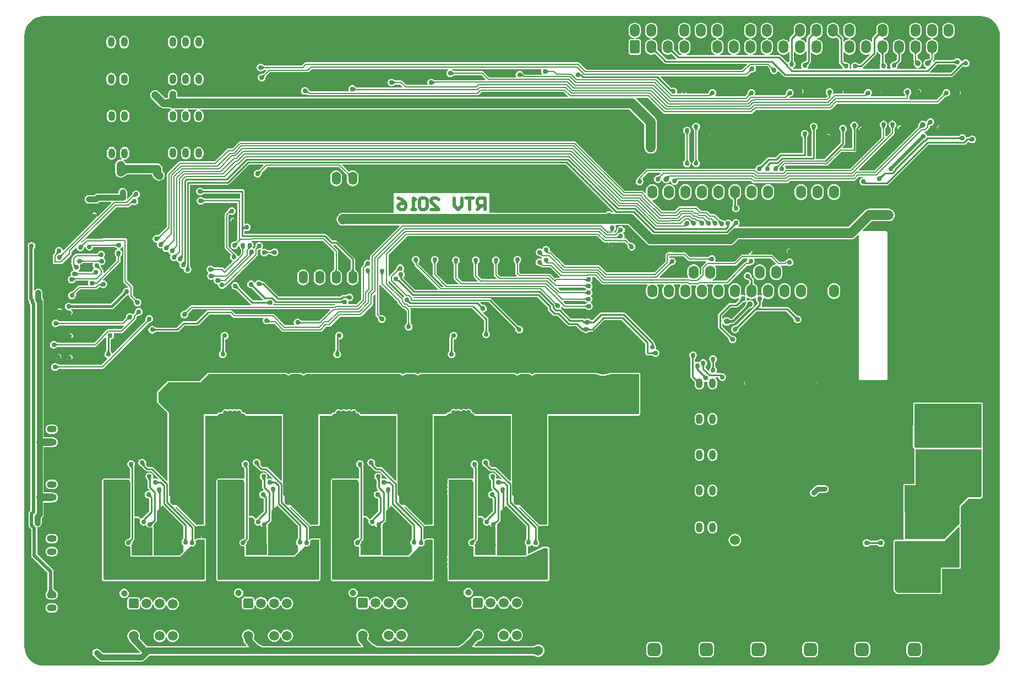
<source format=gbl>
%FSAX24Y24*%
%MOIN*%
G70*
G01*
G75*
G04 Layer_Physical_Order=2*
G04 Layer_Color=16711680*
%ADD10O,0.0709X0.0138*%
G04:AMPARAMS|DCode=11|XSize=50mil|YSize=50mil|CornerRadius=6.3mil|HoleSize=0mil|Usage=FLASHONLY|Rotation=90.000|XOffset=0mil|YOffset=0mil|HoleType=Round|Shape=RoundedRectangle|*
%AMROUNDEDRECTD11*
21,1,0.0500,0.0375,0,0,90.0*
21,1,0.0375,0.0500,0,0,90.0*
1,1,0.0125,0.0188,0.0188*
1,1,0.0125,0.0188,-0.0188*
1,1,0.0125,-0.0188,-0.0188*
1,1,0.0125,-0.0188,0.0188*
%
%ADD11ROUNDEDRECTD11*%
%ADD12R,0.0354X0.1457*%
G04:AMPARAMS|DCode=13|XSize=55.1mil|YSize=39.4mil|CornerRadius=4.9mil|HoleSize=0mil|Usage=FLASHONLY|Rotation=270.000|XOffset=0mil|YOffset=0mil|HoleType=Round|Shape=RoundedRectangle|*
%AMROUNDEDRECTD13*
21,1,0.0551,0.0295,0,0,270.0*
21,1,0.0453,0.0394,0,0,270.0*
1,1,0.0098,-0.0148,-0.0226*
1,1,0.0098,-0.0148,0.0226*
1,1,0.0098,0.0148,0.0226*
1,1,0.0098,0.0148,-0.0226*
%
%ADD13ROUNDEDRECTD13*%
G04:AMPARAMS|DCode=14|XSize=39.4mil|YSize=35.4mil|CornerRadius=4.4mil|HoleSize=0mil|Usage=FLASHONLY|Rotation=180.000|XOffset=0mil|YOffset=0mil|HoleType=Round|Shape=RoundedRectangle|*
%AMROUNDEDRECTD14*
21,1,0.0394,0.0266,0,0,180.0*
21,1,0.0305,0.0354,0,0,180.0*
1,1,0.0089,-0.0153,0.0133*
1,1,0.0089,0.0153,0.0133*
1,1,0.0089,0.0153,-0.0133*
1,1,0.0089,-0.0153,-0.0133*
%
%ADD14ROUNDEDRECTD14*%
%ADD15R,0.0300X0.0300*%
G04:AMPARAMS|DCode=16|XSize=39.4mil|YSize=35.4mil|CornerRadius=4.4mil|HoleSize=0mil|Usage=FLASHONLY|Rotation=270.000|XOffset=0mil|YOffset=0mil|HoleType=Round|Shape=RoundedRectangle|*
%AMROUNDEDRECTD16*
21,1,0.0394,0.0266,0,0,270.0*
21,1,0.0305,0.0354,0,0,270.0*
1,1,0.0089,-0.0133,-0.0153*
1,1,0.0089,-0.0133,0.0153*
1,1,0.0089,0.0133,0.0153*
1,1,0.0089,0.0133,-0.0153*
%
%ADD16ROUNDEDRECTD16*%
G04:AMPARAMS|DCode=17|XSize=70.9mil|YSize=45.3mil|CornerRadius=5.7mil|HoleSize=0mil|Usage=FLASHONLY|Rotation=90.000|XOffset=0mil|YOffset=0mil|HoleType=Round|Shape=RoundedRectangle|*
%AMROUNDEDRECTD17*
21,1,0.0709,0.0340,0,0,90.0*
21,1,0.0595,0.0453,0,0,90.0*
1,1,0.0113,0.0170,0.0298*
1,1,0.0113,0.0170,-0.0298*
1,1,0.0113,-0.0170,-0.0298*
1,1,0.0113,-0.0170,0.0298*
%
%ADD17ROUNDEDRECTD17*%
G04:AMPARAMS|DCode=18|XSize=106.3mil|YSize=45.3mil|CornerRadius=5.7mil|HoleSize=0mil|Usage=FLASHONLY|Rotation=0.000|XOffset=0mil|YOffset=0mil|HoleType=Round|Shape=RoundedRectangle|*
%AMROUNDEDRECTD18*
21,1,0.1063,0.0340,0,0,0.0*
21,1,0.0950,0.0453,0,0,0.0*
1,1,0.0113,0.0475,-0.0170*
1,1,0.0113,-0.0475,-0.0170*
1,1,0.0113,-0.0475,0.0170*
1,1,0.0113,0.0475,0.0170*
%
%ADD18ROUNDEDRECTD18*%
%ADD19R,0.1457X0.0354*%
G04:AMPARAMS|DCode=20|XSize=55.1mil|YSize=39.4mil|CornerRadius=4.9mil|HoleSize=0mil|Usage=FLASHONLY|Rotation=180.000|XOffset=0mil|YOffset=0mil|HoleType=Round|Shape=RoundedRectangle|*
%AMROUNDEDRECTD20*
21,1,0.0551,0.0295,0,0,180.0*
21,1,0.0453,0.0394,0,0,180.0*
1,1,0.0098,-0.0226,0.0148*
1,1,0.0098,0.0226,0.0148*
1,1,0.0098,0.0226,-0.0148*
1,1,0.0098,-0.0226,-0.0148*
%
%ADD20ROUNDEDRECTD20*%
%ADD21R,0.0860X0.0640*%
%ADD22R,0.0360X0.0360*%
%ADD23R,0.0360X0.0500*%
G04:AMPARAMS|DCode=24|XSize=31.5mil|YSize=31.5mil|CornerRadius=3.9mil|HoleSize=0mil|Usage=FLASHONLY|Rotation=180.000|XOffset=0mil|YOffset=0mil|HoleType=Round|Shape=RoundedRectangle|*
%AMROUNDEDRECTD24*
21,1,0.0315,0.0236,0,0,180.0*
21,1,0.0236,0.0315,0,0,180.0*
1,1,0.0079,-0.0118,0.0118*
1,1,0.0079,0.0118,0.0118*
1,1,0.0079,0.0118,-0.0118*
1,1,0.0079,-0.0118,-0.0118*
%
%ADD24ROUNDEDRECTD24*%
%ADD25R,0.1380X0.1610*%
%ADD26R,0.0500X0.0160*%
%ADD27R,0.0680X0.0880*%
%ADD28R,0.1043X0.0772*%
%ADD29R,0.0157X0.0500*%
G04:AMPARAMS|DCode=30|XSize=23.6mil|YSize=39.4mil|CornerRadius=3mil|HoleSize=0mil|Usage=FLASHONLY|Rotation=90.000|XOffset=0mil|YOffset=0mil|HoleType=Round|Shape=RoundedRectangle|*
%AMROUNDEDRECTD30*
21,1,0.0236,0.0335,0,0,90.0*
21,1,0.0177,0.0394,0,0,90.0*
1,1,0.0059,0.0167,0.0089*
1,1,0.0059,0.0167,-0.0089*
1,1,0.0059,-0.0167,-0.0089*
1,1,0.0059,-0.0167,0.0089*
%
%ADD30ROUNDEDRECTD30*%
%ADD31R,0.1250X0.0800*%
%ADD32R,0.0710X0.0440*%
%ADD33R,0.0551X0.0827*%
%ADD34R,0.0748X0.0787*%
%ADD35R,0.0748X0.0512*%
%ADD36R,0.0965X0.0965*%
%ADD37R,0.0100X0.0591*%
%ADD38R,0.0591X0.0100*%
%ADD39O,0.0157X0.0591*%
%ADD40R,0.0161X0.0540*%
%ADD41R,0.0790X0.0740*%
G04:AMPARAMS|DCode=42|XSize=330mil|YSize=420mil|CornerRadius=41.3mil|HoleSize=0mil|Usage=FLASHONLY|Rotation=270.000|XOffset=0mil|YOffset=0mil|HoleType=Round|Shape=RoundedRectangle|*
%AMROUNDEDRECTD42*
21,1,0.3300,0.3375,0,0,270.0*
21,1,0.2475,0.4200,0,0,270.0*
1,1,0.0825,-0.1688,-0.1238*
1,1,0.0825,-0.1688,0.1238*
1,1,0.0825,0.1688,0.1238*
1,1,0.0825,0.1688,-0.1238*
%
%ADD42ROUNDEDRECTD42*%
G04:AMPARAMS|DCode=43|XSize=120mil|YSize=40mil|CornerRadius=5mil|HoleSize=0mil|Usage=FLASHONLY|Rotation=270.000|XOffset=0mil|YOffset=0mil|HoleType=Round|Shape=RoundedRectangle|*
%AMROUNDEDRECTD43*
21,1,0.1200,0.0300,0,0,270.0*
21,1,0.1100,0.0400,0,0,270.0*
1,1,0.0100,-0.0150,-0.0550*
1,1,0.0100,-0.0150,0.0550*
1,1,0.0100,0.0150,0.0550*
1,1,0.0100,0.0150,-0.0550*
%
%ADD43ROUNDEDRECTD43*%
%ADD44O,0.0591X0.0157*%
%ADD45O,0.0591X0.0157*%
%ADD46C,0.0080*%
%ADD47C,0.0100*%
%ADD48C,0.0150*%
%ADD49C,0.1000*%
%ADD50C,0.0500*%
%ADD51C,0.0350*%
%ADD52C,0.0450*%
%ADD53C,0.0200*%
%ADD54C,0.0600*%
%ADD55C,0.0300*%
%ADD56C,0.0400*%
%ADD57C,0.0250*%
%ADD58C,0.2087*%
%ADD59C,0.0600*%
%ADD60C,0.0900*%
%ADD61O,0.0650X0.0900*%
%ADD62C,0.0800*%
%ADD63O,0.0413X0.0591*%
%ADD64O,0.0591X0.0787*%
G04:AMPARAMS|DCode=65|XSize=78.7mil|YSize=59.1mil|CornerRadius=7.4mil|HoleSize=0mil|Usage=FLASHONLY|Rotation=90.000|XOffset=0mil|YOffset=0mil|HoleType=Round|Shape=RoundedRectangle|*
%AMROUNDEDRECTD65*
21,1,0.0787,0.0443,0,0,90.0*
21,1,0.0640,0.0591,0,0,90.0*
1,1,0.0148,0.0221,0.0320*
1,1,0.0148,0.0221,-0.0320*
1,1,0.0148,-0.0221,-0.0320*
1,1,0.0148,-0.0221,0.0320*
%
%ADD65ROUNDEDRECTD65*%
G04:AMPARAMS|DCode=66|XSize=78.7mil|YSize=78.7mil|CornerRadius=19.7mil|HoleSize=0mil|Usage=FLASHONLY|Rotation=0.000|XOffset=0mil|YOffset=0mil|HoleType=Round|Shape=RoundedRectangle|*
%AMROUNDEDRECTD66*
21,1,0.0787,0.0394,0,0,0.0*
21,1,0.0394,0.0787,0,0,0.0*
1,1,0.0394,0.0197,-0.0197*
1,1,0.0394,-0.0197,-0.0197*
1,1,0.0394,-0.0197,0.0197*
1,1,0.0394,0.0197,0.0197*
%
%ADD66ROUNDEDRECTD66*%
%ADD67C,0.0591*%
G04:AMPARAMS|DCode=68|XSize=59.1mil|YSize=59.1mil|CornerRadius=7.4mil|HoleSize=0mil|Usage=FLASHONLY|Rotation=0.000|XOffset=0mil|YOffset=0mil|HoleType=Round|Shape=RoundedRectangle|*
%AMROUNDEDRECTD68*
21,1,0.0591,0.0443,0,0,0.0*
21,1,0.0443,0.0591,0,0,0.0*
1,1,0.0148,0.0221,-0.0221*
1,1,0.0148,-0.0221,-0.0221*
1,1,0.0148,-0.0221,0.0221*
1,1,0.0148,0.0221,0.0221*
%
%ADD68ROUNDEDRECTD68*%
%ADD69C,0.0394*%
%ADD70O,0.0591X0.0413*%
%ADD71O,0.0600X0.0800*%
%ADD72O,0.0550X0.0800*%
%ADD73C,0.0300*%
%ADD74C,0.0250*%
%ADD75C,0.0290*%
%ADD76C,0.0310*%
%ADD77C,0.0360*%
%ADD78C,0.0350*%
G36*
X074595Y077942D02*
X074776Y077898D01*
X074947Y077827D01*
X075106Y077730D01*
X075247Y077609D01*
X075368Y077468D01*
X075465Y077310D01*
X075536Y077138D01*
X075580Y076957D01*
X075594Y076775D01*
X075591Y076772D01*
X075591D01*
X075594Y039764D01*
X075580Y039578D01*
X075536Y039398D01*
X075465Y039226D01*
X075368Y039067D01*
X075247Y038926D01*
X075106Y038805D01*
X074947Y038708D01*
X074776Y038637D01*
X074595Y038594D01*
X074413Y038579D01*
X074409Y038583D01*
Y038583D01*
X017717Y038579D01*
X017531Y038594D01*
X017350Y038637D01*
X017179Y038708D01*
X017020Y038805D01*
X016879Y038926D01*
X016758Y039067D01*
X016661Y039226D01*
X016590Y039398D01*
X016546Y039578D01*
X016532Y039760D01*
X016535Y039764D01*
X016535D01*
X016532Y076772D01*
X016546Y076957D01*
X016590Y077138D01*
X016661Y077310D01*
X016758Y077468D01*
X016879Y077609D01*
X017020Y077730D01*
X017179Y077827D01*
X017350Y077898D01*
X017531Y077942D01*
X017713Y077956D01*
X017717Y077953D01*
Y077953D01*
X074409D01*
Y077953D01*
X074413Y077956D01*
X074595Y077942D01*
D02*
G37*
%LPC*%
G36*
X065551Y067767D02*
X065452Y067754D01*
X065360Y067715D01*
X065280Y067654D01*
X065219Y067575D01*
X065181Y067483D01*
X065168Y067383D01*
Y067183D01*
X065181Y067084D01*
X065219Y066992D01*
X065280Y066912D01*
X065360Y066852D01*
X065452Y066813D01*
X065551Y066800D01*
X065650Y066813D01*
X065743Y066852D01*
X065822Y066912D01*
X065883Y066992D01*
X065921Y067084D01*
X065934Y067183D01*
Y067383D01*
X065921Y067483D01*
X065883Y067575D01*
X065822Y067654D01*
X065743Y067715D01*
X065650Y067754D01*
X065551Y067767D01*
D02*
G37*
G36*
X027165Y067557D02*
X027076Y067539D01*
X026999Y067489D01*
X026949Y067412D01*
X026931Y067323D01*
X026949Y067233D01*
X026999Y067157D01*
X027076Y067106D01*
X027165Y067088D01*
X027255Y067106D01*
X027295Y067133D01*
X027303Y067136D01*
X027336Y067160D01*
X027363Y067177D01*
X027373Y067182D01*
X027383Y067186D01*
X027390Y067189D01*
X027394Y067190D01*
X029598D01*
Y066910D01*
X029561Y066879D01*
X027442D01*
X027441Y066880D01*
X027434Y066883D01*
X027425Y066888D01*
X027362Y066929D01*
X027343Y066943D01*
X027336Y066946D01*
X027294Y066974D01*
X027205Y066992D01*
X027115Y066974D01*
X027039Y066923D01*
X026988Y066847D01*
X026970Y066757D01*
X026988Y066667D01*
X027039Y066591D01*
X027115Y066540D01*
X027205Y066523D01*
X027294Y066540D01*
X027336Y066568D01*
X027343Y066571D01*
X027363Y066586D01*
X027370Y066591D01*
X027371Y066591D01*
X027371Y066591D01*
X027397Y066609D01*
X027424Y066626D01*
X027434Y066631D01*
X027441Y066634D01*
X027442Y066635D01*
X029438D01*
Y064473D01*
X029435Y064429D01*
X029434Y064419D01*
X029432Y064410D01*
X029431Y064407D01*
X029333Y064310D01*
X029332Y064309D01*
X029324Y064306D01*
X029316Y064303D01*
X029241Y064288D01*
X029219Y064284D01*
X029211Y064281D01*
X029162Y064272D01*
X029086Y064221D01*
X029035Y064145D01*
X029017Y064055D01*
X029035Y063965D01*
X029086Y063889D01*
X029162Y063838D01*
X029252Y063820D01*
X029342Y063838D01*
X029418Y063889D01*
X029468Y063965D01*
X029478Y064014D01*
X029481Y064022D01*
X029483Y064033D01*
X029533Y064034D01*
X029547Y063965D01*
X029575Y063924D01*
X029578Y063917D01*
X029593Y063897D01*
X029598Y063890D01*
X029598Y063889D01*
X029598Y063889D01*
X029616Y063863D01*
X029633Y063836D01*
X029638Y063826D01*
X029641Y063819D01*
X029641Y063818D01*
Y063566D01*
X029480Y063405D01*
X029432Y063420D01*
X029429Y063436D01*
X029378Y063512D01*
X029326Y063547D01*
X029326Y063551D01*
X029299Y063590D01*
X028902Y063987D01*
Y065885D01*
X028946Y065929D01*
X028948Y065929D01*
X029025Y065919D01*
X029050Y065915D01*
X029057Y065915D01*
X029094Y065907D01*
X029184Y065925D01*
X029260Y065976D01*
X029311Y066052D01*
X029329Y066142D01*
X029311Y066231D01*
X029260Y066308D01*
X029184Y066358D01*
X029094Y066376D01*
X029005Y066358D01*
X028929Y066308D01*
X028891Y066252D01*
X028890Y066250D01*
X028888Y066247D01*
X028878Y066231D01*
X028877Y066226D01*
X028874Y066222D01*
X028868Y066211D01*
X028847Y066179D01*
X028842Y066172D01*
X028834Y066162D01*
X028693Y066022D01*
X028666Y065982D01*
X028657Y065935D01*
Y063937D01*
X028666Y063890D01*
X028693Y063850D01*
X029040Y063503D01*
X028996Y063436D01*
X028978Y063346D01*
X028996Y063257D01*
X029047Y063181D01*
X029113Y063136D01*
X029129Y063081D01*
X028661Y062614D01*
X028591Y062685D01*
X028551Y062711D01*
X028504Y062721D01*
X028033D01*
X028032Y062721D01*
X028024Y062724D01*
X028016Y062729D01*
X027952Y062770D01*
X027934Y062784D01*
X027926Y062787D01*
X027885Y062815D01*
X027795Y062833D01*
X027705Y062815D01*
X027629Y062764D01*
X027579Y062688D01*
X027561Y062598D01*
X027579Y062509D01*
X027629Y062432D01*
X027654Y062416D01*
X027657Y062354D01*
X027618Y062294D01*
X027600Y062205D01*
X027618Y062115D01*
X027669Y062039D01*
X027745Y061988D01*
X027835Y061970D01*
X027924Y061988D01*
X027959Y062011D01*
X027982Y062003D01*
X027991Y061996D01*
X028004Y061980D01*
X027994Y061929D01*
X028012Y061839D01*
X028063Y061763D01*
X028139Y061712D01*
X028228Y061695D01*
X028235Y061696D01*
X028266Y061666D01*
X028270Y061652D01*
X028287Y061564D01*
X028338Y061488D01*
X028414Y061437D01*
X028504Y061419D01*
X028594Y061437D01*
X028670Y061488D01*
X028700Y061533D01*
X028738Y061540D01*
X028777Y061567D01*
X030632Y063422D01*
X030659Y063461D01*
X030668Y063508D01*
Y063762D01*
X030675Y063765D01*
X030684Y063767D01*
X030758Y063783D01*
X030781Y063786D01*
X030789Y063789D01*
X030831Y063798D01*
X030848Y063782D01*
X030864Y063757D01*
X030836Y063716D01*
X030819Y063626D01*
X030836Y063537D01*
X030887Y063460D01*
X030963Y063410D01*
X031053Y063392D01*
X031143Y063410D01*
X031193Y063443D01*
X031198Y063446D01*
X031205Y063451D01*
X031219Y063460D01*
X031221Y063464D01*
X031251Y063486D01*
X031278Y063504D01*
X031287Y063509D01*
X031294Y063513D01*
X031295Y063513D01*
X031436D01*
X031437Y063512D01*
X031444Y063509D01*
X031453Y063505D01*
X031516Y063463D01*
X031535Y063449D01*
X031542Y063446D01*
X031583Y063418D01*
X031673Y063400D01*
X031763Y063418D01*
X031839Y063469D01*
X031890Y063545D01*
X031908Y063635D01*
X031890Y063725D01*
X031839Y063801D01*
X031763Y063852D01*
X031673Y063870D01*
X031583Y063852D01*
X031542Y063824D01*
X031535Y063821D01*
X031515Y063806D01*
X031508Y063801D01*
X031507Y063801D01*
X031507Y063801D01*
X031481Y063783D01*
X031454Y063766D01*
X031444Y063761D01*
X031437Y063758D01*
X031436Y063757D01*
X031286D01*
X031284Y063758D01*
X031276Y063761D01*
X031268Y063765D01*
X031204Y063804D01*
X031185Y063817D01*
X031177Y063820D01*
X031143Y063843D01*
X031053Y063861D01*
X030970Y063844D01*
X030953Y063860D01*
X030937Y063885D01*
X030965Y063926D01*
X030982Y064016D01*
X030965Y064105D01*
X030914Y064181D01*
X030838Y064232D01*
X030748Y064250D01*
X030658Y064232D01*
X030582Y064181D01*
X030531Y064105D01*
X030522Y064057D01*
X030519Y064049D01*
X030515Y064025D01*
X030514Y064016D01*
X030513Y064016D01*
X030513Y064016D01*
X030508Y063984D01*
X030500Y063953D01*
X030497Y063943D01*
X030494Y063935D01*
X030493Y063934D01*
X030459Y063900D01*
X030432Y063860D01*
X030408Y063850D01*
X030374Y063872D01*
X030364Y063883D01*
X030357Y063931D01*
X030394Y063985D01*
X030412Y064075D01*
X030394Y064165D01*
X030343Y064241D01*
X030293Y064274D01*
X030300Y064321D01*
X030305Y064326D01*
X034610D01*
X035287Y063650D01*
Y062580D01*
X035287Y062578D01*
X035287Y062577D01*
X035230Y062553D01*
X035156Y062496D01*
X035099Y062422D01*
X035064Y062336D01*
X035051Y062243D01*
Y061993D01*
X035064Y061900D01*
X035099Y061814D01*
X035156Y061740D01*
X035230Y061683D01*
X035317Y061647D01*
X035409Y061635D01*
X035502Y061647D01*
X035588Y061683D01*
X035663Y061740D01*
X035720Y061814D01*
X035755Y061900D01*
X035768Y061993D01*
Y062243D01*
X035755Y062336D01*
X035720Y062422D01*
X035663Y062496D01*
X035588Y062553D01*
X035532Y062577D01*
X035532Y062578D01*
X035532Y062580D01*
Y063700D01*
X035522Y063747D01*
X035496Y063787D01*
X035249Y064034D01*
X035268Y064080D01*
X035353D01*
X036277Y063156D01*
Y062617D01*
X036275Y062614D01*
X036270Y062605D01*
X036260Y062593D01*
X036248Y062579D01*
X036188Y062522D01*
X036175Y062511D01*
X036156Y062496D01*
X036099Y062422D01*
X036064Y062336D01*
X036051Y062243D01*
Y061993D01*
X036064Y061900D01*
X036099Y061814D01*
X036156Y061740D01*
X036230Y061683D01*
X036317Y061647D01*
X036409Y061635D01*
X036502Y061647D01*
X036588Y061683D01*
X036663Y061740D01*
X036720Y061814D01*
X036755Y061900D01*
X036768Y061993D01*
Y062243D01*
X036755Y062336D01*
X036720Y062422D01*
X036663Y062496D01*
X036644Y062511D01*
X036630Y062522D01*
X036608Y062542D01*
X036571Y062579D01*
X036559Y062593D01*
X036549Y062605D01*
X036543Y062614D01*
X036542Y062617D01*
Y063211D01*
X036532Y063262D01*
X036503Y063305D01*
X035502Y064306D01*
X035459Y064335D01*
X035408Y064345D01*
X035193D01*
X034825Y064713D01*
X034782Y064741D01*
X034732Y064751D01*
X029863D01*
Y064912D01*
X029909Y064940D01*
X029913Y064940D01*
X030000Y064923D01*
X030090Y064941D01*
X030166Y064992D01*
X030217Y065068D01*
X030234Y065157D01*
X030217Y065247D01*
X030166Y065323D01*
X030090Y065374D01*
X030000Y065392D01*
X029913Y065375D01*
X029903Y065375D01*
X029863Y065396D01*
Y067323D01*
X029853Y067373D01*
X029824Y067416D01*
X029781Y067445D01*
X029731Y067455D01*
X027394D01*
X027390Y067456D01*
X027383Y067459D01*
X027373Y067463D01*
X027364Y067468D01*
X027320Y067497D01*
X027304Y067508D01*
X027296Y067512D01*
X027255Y067539D01*
X027165Y067557D01*
D02*
G37*
G36*
X063551Y067767D02*
X063452Y067754D01*
X063360Y067715D01*
X063280Y067654D01*
X063219Y067575D01*
X063181Y067483D01*
X063168Y067383D01*
Y067183D01*
X063181Y067084D01*
X063219Y066992D01*
X063280Y066912D01*
X063360Y066852D01*
X063452Y066813D01*
X063551Y066800D01*
X063650Y066813D01*
X063743Y066852D01*
X063822Y066912D01*
X063883Y066992D01*
X063921Y067084D01*
X063934Y067183D01*
Y067383D01*
X063921Y067483D01*
X063883Y067575D01*
X063822Y067654D01*
X063743Y067715D01*
X063650Y067754D01*
X063551Y067767D01*
D02*
G37*
G36*
X064551D02*
X064452Y067754D01*
X064360Y067715D01*
X064280Y067654D01*
X064219Y067575D01*
X064181Y067483D01*
X064168Y067383D01*
Y067183D01*
X064181Y067084D01*
X064219Y066992D01*
X064280Y066912D01*
X064360Y066852D01*
X064452Y066813D01*
X064551Y066800D01*
X064650Y066813D01*
X064743Y066852D01*
X064822Y066912D01*
X064883Y066992D01*
X064921Y067084D01*
X064934Y067183D01*
Y067383D01*
X064921Y067483D01*
X064883Y067575D01*
X064822Y067654D01*
X064743Y067715D01*
X064650Y067754D01*
X064551Y067767D01*
D02*
G37*
G36*
X035409Y068601D02*
X035317Y068589D01*
X035230Y068553D01*
X035156Y068496D01*
X035099Y068422D01*
X035064Y068336D01*
X035051Y068243D01*
Y067993D01*
X035064Y067900D01*
X035099Y067814D01*
X035156Y067740D01*
X035230Y067683D01*
X035317Y067647D01*
X035409Y067635D01*
X035502Y067647D01*
X035588Y067683D01*
X035663Y067740D01*
X035720Y067814D01*
X035755Y067900D01*
X035768Y067993D01*
Y068243D01*
X035755Y068336D01*
X035720Y068422D01*
X035663Y068496D01*
X035588Y068553D01*
X035502Y068589D01*
X035409Y068601D01*
D02*
G37*
G36*
X065000Y049526D02*
X064567D01*
X064477Y049508D01*
X064401Y049457D01*
X064165Y049221D01*
X064114Y049145D01*
X064096Y049055D01*
X064114Y048965D01*
X064165Y048889D01*
X064241Y048838D01*
X064331Y048821D01*
X064420Y048838D01*
X064497Y048889D01*
X064664Y049057D01*
X065000D01*
X065090Y049075D01*
X065166Y049126D01*
X065217Y049202D01*
X065235Y049291D01*
X065217Y049381D01*
X065166Y049457D01*
X065090Y049508D01*
X065000Y049526D01*
D02*
G37*
G36*
X058189Y049577D02*
X058114Y049568D01*
X058044Y049539D01*
X057984Y049493D01*
X057939Y049433D01*
X057910Y049363D01*
X057900Y049288D01*
Y049111D01*
X057910Y049036D01*
X057939Y048967D01*
X057984Y048907D01*
X058044Y048861D01*
X058114Y048832D01*
X058189Y048822D01*
X058264Y048832D01*
X058334Y048861D01*
X058393Y048907D01*
X058439Y048967D01*
X058468Y049036D01*
X058478Y049111D01*
Y049288D01*
X058468Y049363D01*
X058439Y049433D01*
X058393Y049493D01*
X058334Y049539D01*
X058264Y049568D01*
X058189Y049577D01*
D02*
G37*
G36*
X057402D02*
X057327Y049568D01*
X057257Y049539D01*
X057197Y049493D01*
X057151Y049433D01*
X057122Y049363D01*
X057112Y049288D01*
Y049111D01*
X057122Y049036D01*
X057151Y048967D01*
X057197Y048907D01*
X057257Y048861D01*
X057327Y048832D01*
X057402Y048822D01*
X057476Y048832D01*
X057546Y048861D01*
X057606Y048907D01*
X057652Y048967D01*
X057681Y049036D01*
X057691Y049111D01*
Y049288D01*
X057681Y049363D01*
X057652Y049433D01*
X057606Y049493D01*
X057546Y049539D01*
X057476Y049568D01*
X057402Y049577D01*
D02*
G37*
G36*
X055551Y067767D02*
X055452Y067754D01*
X055360Y067715D01*
X055280Y067654D01*
X055219Y067575D01*
X055181Y067483D01*
X055168Y067383D01*
Y067183D01*
X055181Y067084D01*
X055219Y066992D01*
X055280Y066912D01*
X055360Y066852D01*
X055452Y066813D01*
X055551Y066800D01*
X055650Y066813D01*
X055743Y066852D01*
X055822Y066912D01*
X055883Y066992D01*
X055921Y067084D01*
X055934Y067183D01*
Y067383D01*
X055921Y067483D01*
X055883Y067575D01*
X055822Y067654D01*
X055743Y067715D01*
X055650Y067754D01*
X055551Y067767D01*
D02*
G37*
G36*
X056551D02*
X056452Y067754D01*
X056360Y067715D01*
X056280Y067654D01*
X056219Y067575D01*
X056181Y067483D01*
X056168Y067383D01*
Y067183D01*
X056181Y067084D01*
X056219Y066992D01*
X056280Y066912D01*
X056360Y066852D01*
X056452Y066813D01*
X056551Y066800D01*
X056650Y066813D01*
X056743Y066852D01*
X056822Y066912D01*
X056883Y066992D01*
X056921Y067084D01*
X056934Y067183D01*
Y067383D01*
X056921Y067483D01*
X056883Y067575D01*
X056822Y067654D01*
X056743Y067715D01*
X056650Y067754D01*
X056551Y067767D01*
D02*
G37*
G36*
X022480Y067543D02*
X022381Y067524D01*
X022296Y067467D01*
X022240Y067383D01*
X022220Y067283D01*
Y067209D01*
X020964D01*
X020865Y067189D01*
X020780Y067132D01*
X020758Y067110D01*
X020433D01*
X020334Y067091D01*
X020249Y067034D01*
X020193Y066950D01*
X020173Y066850D01*
X020193Y066751D01*
X020249Y066667D01*
X020334Y066610D01*
X020433Y066590D01*
X020866D01*
X020966Y066610D01*
X021050Y066667D01*
X021072Y066689D01*
X021775D01*
X021794Y066642D01*
X020942Y065790D01*
X020896Y065815D01*
X020900Y065837D01*
Y065925D01*
X020890Y065976D01*
X020861Y066019D01*
X020818Y066048D01*
X020768Y066058D01*
X020717Y066048D01*
X020674Y066019D01*
X020645Y065976D01*
X020635Y065925D01*
Y065837D01*
X020645Y065786D01*
X020674Y065743D01*
X020717Y065714D01*
X020768Y065704D01*
X020789Y065708D01*
X020814Y065662D01*
X018905Y063753D01*
X018851Y063770D01*
X018839Y063830D01*
X018788Y063906D01*
X018712Y063957D01*
X018622Y063975D01*
X018532Y063957D01*
X018456Y063906D01*
X018405Y063830D01*
X018388Y063740D01*
X018391Y063723D01*
X018392Y063705D01*
X018392Y063662D01*
X018390Y063629D01*
X018388Y063620D01*
X018388Y063618D01*
X018285Y063515D01*
X018259Y063476D01*
X018249Y063429D01*
Y063095D01*
X018249Y063094D01*
X018240Y063047D01*
X018249Y063000D01*
X018275Y062960D01*
X018315Y062934D01*
X018362Y062925D01*
X018754D01*
X018800Y062934D01*
X018840Y062960D01*
X019356Y063476D01*
X019383Y063516D01*
X019392Y063563D01*
Y063668D01*
X019640Y063916D01*
X019694Y063899D01*
X019705Y063847D01*
X019755Y063771D01*
X019832Y063720D01*
X019921Y063703D01*
X020011Y063720D01*
X020087Y063771D01*
X020138Y063847D01*
X020148Y063896D01*
X020150Y063904D01*
X020154Y063928D01*
X020156Y063937D01*
X020156Y063937D01*
X020156Y063937D01*
X020162Y063968D01*
X020166Y063986D01*
X020181Y063996D01*
X020203Y063987D01*
X020229Y063969D01*
X020230Y063968D01*
X020246Y063887D01*
X020297Y063811D01*
X020373Y063760D01*
X020463Y063742D01*
X020552Y063760D01*
X020628Y063811D01*
X020679Y063887D01*
X020692Y063952D01*
X022016D01*
X022018Y063952D01*
X022025Y063949D01*
X022033Y063944D01*
X022097Y063903D01*
X022115Y063889D01*
X022123Y063886D01*
X022164Y063858D01*
X022169Y063857D01*
Y063806D01*
X022135Y063799D01*
X022059Y063748D01*
X022008Y063672D01*
X021990Y063583D01*
X022008Y063493D01*
X022035Y063452D01*
X022039Y063444D01*
X022053Y063425D01*
X022058Y063417D01*
X022059Y063417D01*
X022059Y063417D01*
X022077Y063391D01*
X022093Y063363D01*
X022098Y063354D01*
X022102Y063346D01*
X022102Y063345D01*
Y063141D01*
X021353Y062392D01*
X021307Y062412D01*
Y062555D01*
X021298Y062602D01*
X021271Y062642D01*
X021160Y062753D01*
X021159Y062754D01*
X021157Y062762D01*
X021154Y062771D01*
X021139Y062841D01*
X021145Y062852D01*
X021177Y062882D01*
X021182Y062883D01*
X021220Y062876D01*
X021310Y062894D01*
X021386Y062944D01*
X021437Y063020D01*
X021455Y063110D01*
X021437Y063200D01*
X021386Y063276D01*
X021351Y063300D01*
Y063334D01*
X021401Y063411D01*
X021419Y063500D01*
X021401Y063590D01*
X021351Y063666D01*
X021274Y063717D01*
X021185Y063735D01*
X021095Y063717D01*
X021019Y063666D01*
X020999Y063636D01*
X020994Y063632D01*
X020965Y063590D01*
X020941Y063561D01*
X020933Y063551D01*
X020929Y063548D01*
X019685D01*
X019638Y063538D01*
X019599Y063512D01*
X019441Y063354D01*
X019415Y063315D01*
X019405Y063268D01*
Y063217D01*
X019386Y063204D01*
X019355Y063195D01*
X019320Y063218D01*
X019270Y063228D01*
X019258D01*
X019207Y063218D01*
X019164Y063189D01*
X019135Y063146D01*
X019125Y063095D01*
X019135Y063045D01*
X019164Y063002D01*
X019207Y062973D01*
X019258Y062963D01*
X019270D01*
X019320Y062973D01*
X019355Y062996D01*
X019386Y062987D01*
X019405Y062974D01*
Y062874D01*
X019415Y062827D01*
X019431Y062802D01*
X019433Y062799D01*
X019434Y062796D01*
X019435Y062792D01*
X019451Y062716D01*
X019450Y062716D01*
X019452Y062706D01*
X019456Y062684D01*
X019458Y062676D01*
X019468Y062627D01*
X019491Y062593D01*
X019477Y062539D01*
X019401Y062489D01*
X019350Y062412D01*
X019332Y062323D01*
X019345Y062258D01*
X019316Y062201D01*
X019301Y062198D01*
X019225Y062147D01*
X019174Y062071D01*
X019156Y061981D01*
X019174Y061892D01*
X019225Y061816D01*
X019301Y061765D01*
X019391Y061747D01*
X019480Y061765D01*
X019557Y061816D01*
X019570Y061835D01*
X019572Y061837D01*
X019604Y061876D01*
X019629Y061904D01*
X019639Y061914D01*
X019645Y061919D01*
X020389D01*
X020413Y061875D01*
X020403Y061861D01*
X020386Y061772D01*
X020403Y061682D01*
X020413Y061668D01*
X020389Y061624D01*
X019848D01*
X019801Y061615D01*
X019785Y061604D01*
X019762Y061588D01*
X019466Y061293D01*
X019464Y061291D01*
X019458Y061287D01*
X019436Y061276D01*
X019425Y061271D01*
X019370Y061253D01*
X019349Y061247D01*
X019346Y061245D01*
X019320Y061240D01*
X019244Y061189D01*
X019193Y061113D01*
X019175Y061024D01*
X019193Y060934D01*
X019244Y060858D01*
X019320Y060807D01*
X019409Y060789D01*
X019499Y060807D01*
X019575Y060858D01*
X019626Y060934D01*
X019644Y061024D01*
X019642Y061036D01*
X019642Y061043D01*
X019645Y061086D01*
X019649Y061118D01*
X019651Y061128D01*
X019652Y061132D01*
X019899Y061379D01*
X020862D01*
X020909Y061389D01*
X020948Y061415D01*
X021060Y061527D01*
X021114D01*
X021133Y061523D01*
X021142Y061521D01*
X021203Y061498D01*
X021210Y061495D01*
X021224Y061486D01*
X021313Y061468D01*
X021403Y061486D01*
X021479Y061537D01*
X021530Y061613D01*
X021548Y061703D01*
X021530Y061792D01*
X021479Y061869D01*
X021403Y061919D01*
X021315Y061937D01*
X021300Y061958D01*
X021288Y061981D01*
X022316Y063009D01*
X022331Y063031D01*
X022342Y063049D01*
X022342Y063049D01*
X022342Y063049D01*
X022347Y063070D01*
X022352Y063095D01*
X022352Y063095D01*
X022352Y063095D01*
X022348Y063112D01*
X022347Y063120D01*
Y063345D01*
X022347Y063346D01*
X022351Y063354D01*
X022355Y063362D01*
X022396Y063425D01*
X022410Y063444D01*
X022414Y063452D01*
X022441Y063493D01*
X022459Y063583D01*
X022441Y063672D01*
X022390Y063748D01*
X022314Y063799D01*
X022309Y063800D01*
Y063851D01*
X022344Y063858D01*
X022420Y063909D01*
X022465Y063977D01*
X022499Y063975D01*
X022515Y063969D01*
Y061888D01*
X022525Y061842D01*
X022551Y061802D01*
X022831Y061522D01*
X022803Y061479D01*
X022726Y061494D01*
X022637Y061476D01*
X022561Y061426D01*
X022510Y061350D01*
X022500Y061302D01*
X022497Y061295D01*
X022495Y061283D01*
X022493Y061273D01*
X022491Y061265D01*
X022488Y061256D01*
X022484Y061249D01*
X022480Y061241D01*
X022476Y061234D01*
X022472Y061229D01*
X021755Y060512D01*
X019414D01*
X019408Y060513D01*
X019400Y060515D01*
X019392Y060518D01*
X019384Y060521D01*
X019376Y060524D01*
X019368Y060529D01*
X019360Y060534D01*
X019350Y060541D01*
X019343Y060544D01*
X019302Y060571D01*
X019213Y060589D01*
X019123Y060571D01*
X019047Y060520D01*
X018996Y060444D01*
X018978Y060354D01*
X018996Y060265D01*
X019047Y060189D01*
X019123Y060138D01*
X019181Y060126D01*
X019188Y060074D01*
X019158Y060054D01*
X019129Y060011D01*
X019119Y059961D01*
X019129Y059910D01*
X019158Y059867D01*
X019201Y059838D01*
X019252Y059828D01*
X019291D01*
X019342Y059838D01*
X019385Y059867D01*
X019424Y059906D01*
X019453Y059949D01*
X019463Y060000D01*
X019453Y060051D01*
X019424Y060094D01*
X019381Y060122D01*
X019372Y060124D01*
X019368Y060133D01*
X019362Y060166D01*
X019363Y060177D01*
X019368Y060180D01*
X019376Y060184D01*
X019384Y060188D01*
X019392Y060191D01*
X019400Y060193D01*
X019408Y060195D01*
X019414Y060196D01*
X021821D01*
X021881Y060208D01*
X021933Y060243D01*
X022696Y061006D01*
X022701Y061010D01*
X022708Y061014D01*
X022715Y061018D01*
X022723Y061021D01*
X022731Y061024D01*
X022740Y061027D01*
X022749Y061029D01*
X022761Y061031D01*
X022769Y061034D01*
X022816Y061043D01*
X022830Y061052D01*
X022874Y061029D01*
Y060980D01*
X022883Y060933D01*
X022910Y060893D01*
X023131Y060672D01*
X023132Y060671D01*
X023135Y060663D01*
X023138Y060654D01*
X023153Y060580D01*
X023157Y060557D01*
X023160Y060549D01*
X023169Y060501D01*
X023220Y060425D01*
X023296Y060374D01*
X023386Y060356D01*
X023476Y060374D01*
X023552Y060425D01*
X023602Y060501D01*
X023620Y060591D01*
X023602Y060680D01*
X023552Y060756D01*
X023476Y060807D01*
X023427Y060817D01*
X023419Y060820D01*
X023395Y060823D01*
X023386Y060825D01*
X023386Y060825D01*
X023386Y060825D01*
X023354Y060831D01*
X023323Y060838D01*
X023313Y060842D01*
X023306Y060844D01*
X023304Y060845D01*
X023119Y061031D01*
Y061530D01*
X023109Y061577D01*
X023083Y061616D01*
X022760Y061939D01*
Y064370D01*
X022751Y064417D01*
X022724Y064457D01*
X022685Y064483D01*
X022638Y064492D01*
X021307D01*
X021301Y064491D01*
X021271Y064536D01*
X021284Y064556D01*
X021294Y064606D01*
Y064616D01*
X021284Y064667D01*
X021255Y064710D01*
X021212Y064739D01*
X021161Y064749D01*
X021111Y064739D01*
X021068Y064710D01*
X021039Y064667D01*
X021029Y064616D01*
Y064606D01*
X021039Y064556D01*
X021068Y064513D01*
X021074Y064509D01*
X021058Y064459D01*
X020321D01*
X020274Y064449D01*
X020234Y064423D01*
X020021Y064210D01*
X020006Y064211D01*
X019987Y064263D01*
X022095Y066371D01*
X022814D01*
X022861Y066381D01*
X022900Y066407D01*
X023027Y066534D01*
X023095Y066518D01*
X023099Y066515D01*
X023117Y066512D01*
X023121Y066511D01*
X023124Y066510D01*
X023189Y066498D01*
X023279Y066515D01*
X023355Y066566D01*
X023406Y066642D01*
X023423Y066732D01*
X023406Y066822D01*
X023370Y066875D01*
X023387Y066928D01*
X023389Y066930D01*
X023463Y066980D01*
X023514Y067056D01*
X023532Y067146D01*
X023514Y067235D01*
X023463Y067311D01*
X023387Y067362D01*
X023297Y067380D01*
X023207Y067362D01*
X023131Y067311D01*
X023081Y067235D01*
X023077Y067220D01*
X023075Y067213D01*
X023054Y067166D01*
X023048Y067156D01*
X023037Y067137D01*
X023033Y067131D01*
X023032Y067130D01*
X022777Y066875D01*
X022731Y066899D01*
X022740Y066949D01*
Y067283D01*
X022721Y067383D01*
X022664Y067467D01*
X022580Y067524D01*
X022480Y067543D01*
D02*
G37*
G36*
X024665Y066859D02*
X024615Y066849D01*
X024572Y066821D01*
X024543Y066778D01*
X024533Y066727D01*
X024543Y066676D01*
X024572Y066633D01*
X024573Y066632D01*
X024616Y066603D01*
X024667Y066593D01*
X024717Y066603D01*
X024760Y066632D01*
X024789Y066675D01*
X024799Y066726D01*
X024789Y066776D01*
X024760Y066819D01*
X024759Y066821D01*
X024716Y066849D01*
X024665Y066859D01*
D02*
G37*
G36*
X060551Y067767D02*
X060452Y067754D01*
X060360Y067715D01*
X060280Y067654D01*
X060219Y067575D01*
X060181Y067483D01*
X060168Y067383D01*
Y067183D01*
X060181Y067084D01*
X060219Y066992D01*
X060280Y066912D01*
X060360Y066852D01*
X060452Y066813D01*
X060551Y066800D01*
X060650Y066813D01*
X060743Y066852D01*
X060822Y066912D01*
X060883Y066992D01*
X060921Y067084D01*
X060934Y067183D01*
Y067383D01*
X060921Y067483D01*
X060883Y067575D01*
X060822Y067654D01*
X060743Y067715D01*
X060650Y067754D01*
X060551Y067767D01*
D02*
G37*
G36*
X061551D02*
X061452Y067754D01*
X061360Y067715D01*
X061280Y067654D01*
X061219Y067575D01*
X061181Y067483D01*
X061168Y067383D01*
Y067183D01*
X061181Y067084D01*
X061219Y066992D01*
X061280Y066912D01*
X061360Y066852D01*
X061452Y066813D01*
X061551Y066800D01*
X061650Y066813D01*
X061743Y066852D01*
X061822Y066912D01*
X061883Y066992D01*
X061921Y067084D01*
X061934Y067183D01*
Y067383D01*
X061921Y067483D01*
X061883Y067575D01*
X061822Y067654D01*
X061743Y067715D01*
X061650Y067754D01*
X061551Y067767D01*
D02*
G37*
G36*
X057551D02*
X057452Y067754D01*
X057360Y067715D01*
X057280Y067654D01*
X057219Y067575D01*
X057181Y067483D01*
X057168Y067383D01*
Y067183D01*
X057181Y067084D01*
X057219Y066992D01*
X057280Y066912D01*
X057360Y066852D01*
X057452Y066813D01*
X057551Y066800D01*
X057650Y066813D01*
X057743Y066852D01*
X057822Y066912D01*
X057883Y066992D01*
X057921Y067084D01*
X057934Y067183D01*
Y067383D01*
X057921Y067483D01*
X057883Y067575D01*
X057822Y067654D01*
X057743Y067715D01*
X057650Y067754D01*
X057551Y067767D01*
D02*
G37*
G36*
X058551D02*
X058452Y067754D01*
X058360Y067715D01*
X058280Y067654D01*
X058219Y067575D01*
X058181Y067483D01*
X058168Y067383D01*
Y067183D01*
X058181Y067084D01*
X058219Y066992D01*
X058280Y066912D01*
X058360Y066852D01*
X058452Y066813D01*
X058551Y066800D01*
X058650Y066813D01*
X058743Y066852D01*
X058822Y066912D01*
X058883Y066992D01*
X058921Y067084D01*
X058934Y067183D01*
Y067383D01*
X058921Y067483D01*
X058883Y067575D01*
X058822Y067654D01*
X058743Y067715D01*
X058650Y067754D01*
X058551Y067767D01*
D02*
G37*
G36*
X065200Y070819D02*
X065149Y070809D01*
X065106Y070780D01*
X065077Y070737D01*
X065067Y070686D01*
Y070611D01*
X065077Y070560D01*
X065106Y070517D01*
X065149Y070489D01*
X065200Y070478D01*
X065251Y070489D01*
X065293Y070517D01*
X065322Y070560D01*
X065332Y070611D01*
Y070686D01*
X065322Y070737D01*
X065293Y070780D01*
X065251Y070809D01*
X065200Y070819D01*
D02*
G37*
G36*
X058080D02*
X058029Y070809D01*
X057986Y070780D01*
X057957Y070737D01*
X057947Y070686D01*
X057957Y070635D01*
X057986Y070592D01*
X058003Y070576D01*
X058046Y070547D01*
X058097Y070537D01*
X058147Y070547D01*
X058190Y070576D01*
X058219Y070619D01*
X058229Y070669D01*
X058219Y070720D01*
X058190Y070763D01*
X058174Y070780D01*
X058131Y070809D01*
X058080Y070819D01*
D02*
G37*
G36*
X026299Y070023D02*
X026224Y070014D01*
X026155Y069985D01*
X026095Y069939D01*
X026049Y069879D01*
X026020Y069809D01*
X026010Y069734D01*
Y069557D01*
X026020Y069482D01*
X026049Y069412D01*
X026095Y069353D01*
X026155Y069307D01*
X026224Y069278D01*
X026299Y069268D01*
X026374Y069278D01*
X026444Y069307D01*
X026504Y069353D01*
X026550Y069412D01*
X026579Y069482D01*
X026588Y069557D01*
Y069734D01*
X026579Y069809D01*
X026550Y069879D01*
X026504Y069939D01*
X026444Y069985D01*
X026374Y070014D01*
X026299Y070023D01*
D02*
G37*
G36*
X027087D02*
X027012Y070014D01*
X026942Y069985D01*
X026882Y069939D01*
X026836Y069879D01*
X026807Y069809D01*
X026797Y069734D01*
Y069557D01*
X026807Y069482D01*
X026836Y069412D01*
X026882Y069353D01*
X026942Y069307D01*
X027012Y069278D01*
X027087Y069268D01*
X027161Y069278D01*
X027231Y069307D01*
X027291Y069353D01*
X027337Y069412D01*
X027366Y069482D01*
X027376Y069557D01*
Y069734D01*
X027366Y069809D01*
X027337Y069879D01*
X027291Y069939D01*
X027231Y069985D01*
X027161Y070014D01*
X027087Y070023D01*
D02*
G37*
G36*
X071909Y071343D02*
X071859Y071333D01*
X071816Y071304D01*
X071787Y071261D01*
X071777Y071211D01*
X071787Y071160D01*
X071816Y071117D01*
X071855Y071078D01*
X071898Y071049D01*
X071949Y071039D01*
X072000Y071049D01*
X072043Y071078D01*
X072071Y071121D01*
X072081Y071171D01*
X072071Y071222D01*
X072043Y071265D01*
X072003Y071304D01*
X071960Y071333D01*
X071909Y071343D01*
D02*
G37*
G36*
X018278Y046570D02*
X018100D01*
X018026Y046560D01*
X017956Y046531D01*
X017896Y046485D01*
X017850Y046425D01*
X017821Y046356D01*
X017811Y046281D01*
X017821Y046206D01*
X017850Y046136D01*
X017896Y046076D01*
X017956Y046030D01*
X018026Y046002D01*
X018100Y045992D01*
X018278D01*
X018352Y046002D01*
X018422Y046030D01*
X018482Y046076D01*
X018528Y046136D01*
X018557Y046206D01*
X018567Y046281D01*
X018557Y046356D01*
X018528Y046425D01*
X018482Y046485D01*
X018422Y046531D01*
X018352Y046560D01*
X018278Y046570D01*
D02*
G37*
G36*
X067165Y071245D02*
X067115Y071235D01*
X067072Y071206D01*
X067043Y071163D01*
X067033Y071112D01*
X067043Y071061D01*
X067072Y071018D01*
X067131Y070959D01*
X067174Y070931D01*
X067224Y070921D01*
X067275Y070931D01*
X067318Y070959D01*
X067347Y071002D01*
X067357Y071053D01*
X067347Y071104D01*
X067318Y071147D01*
X067259Y071206D01*
X067216Y071235D01*
X067165Y071245D01*
D02*
G37*
G36*
X069518Y071343D02*
X069467Y071333D01*
X069424Y071304D01*
X069395Y071261D01*
X069385Y071211D01*
X069395Y071160D01*
X069424Y071117D01*
X069493Y071048D01*
X069536Y071019D01*
X069587Y071009D01*
X069637Y071019D01*
X069680Y071048D01*
X069709Y071091D01*
X069719Y071142D01*
X069709Y071192D01*
X069680Y071235D01*
X069611Y071304D01*
X069568Y071333D01*
X069518Y071343D01*
D02*
G37*
G36*
X056654Y071248D02*
X056564Y071230D01*
X056488Y071180D01*
X056437Y071104D01*
X056419Y071014D01*
X056437Y070924D01*
X056464Y070883D01*
X056468Y070875D01*
X056482Y070856D01*
X056487Y070848D01*
X056488Y070848D01*
X056488Y070848D01*
X056506Y070822D01*
X056522Y070794D01*
X056527Y070785D01*
X056531Y070777D01*
X056531Y070776D01*
Y069253D01*
X056531Y069252D01*
X056527Y069245D01*
X056523Y069236D01*
X056482Y069173D01*
X056468Y069154D01*
X056464Y069147D01*
X056437Y069105D01*
X056419Y069016D01*
X056437Y068926D01*
X056488Y068850D01*
X056564Y068799D01*
X056654Y068781D01*
X056743Y068799D01*
X056819Y068850D01*
X056870Y068926D01*
X056888Y069016D01*
X056870Y069105D01*
X056843Y069147D01*
X056839Y069154D01*
X056825Y069174D01*
X056820Y069181D01*
X056819Y069182D01*
X056819Y069182D01*
X056801Y069208D01*
X056785Y069235D01*
X056780Y069245D01*
X056776Y069252D01*
X056776Y069253D01*
Y070776D01*
X056776Y070777D01*
X056780Y070785D01*
X056784Y070793D01*
X056825Y070857D01*
X056839Y070875D01*
X056843Y070883D01*
X056870Y070924D01*
X056888Y071014D01*
X056870Y071104D01*
X056819Y071180D01*
X056743Y071230D01*
X056654Y071248D01*
D02*
G37*
G36*
X057205Y071494D02*
X057115Y071476D01*
X057039Y071426D01*
X056988Y071350D01*
X056970Y071260D01*
X056988Y071170D01*
X057016Y071129D01*
X057019Y071121D01*
X057034Y071102D01*
X057039Y071094D01*
X057039Y071094D01*
X057039Y071094D01*
X057057Y071068D01*
X057074Y071040D01*
X057079Y071031D01*
X057082Y071024D01*
X057082Y071022D01*
Y069253D01*
X057082Y069252D01*
X057079Y069245D01*
X057074Y069236D01*
X057033Y069173D01*
X057019Y069154D01*
X057016Y069147D01*
X056988Y069105D01*
X056970Y069016D01*
X056988Y068926D01*
X057039Y068850D01*
X057115Y068799D01*
X057205Y068781D01*
X057294Y068799D01*
X057371Y068850D01*
X057421Y068926D01*
X057439Y069016D01*
X057421Y069105D01*
X057394Y069147D01*
X057390Y069154D01*
X057376Y069174D01*
X057371Y069181D01*
X057371Y069182D01*
X057371Y069182D01*
X057352Y069208D01*
X057336Y069235D01*
X057331Y069245D01*
X057328Y069252D01*
X057327Y069253D01*
Y071022D01*
X057328Y071024D01*
X057331Y071031D01*
X057335Y071039D01*
X057377Y071103D01*
X057390Y071121D01*
X057394Y071129D01*
X057421Y071170D01*
X057439Y071260D01*
X057421Y071350D01*
X057371Y071426D01*
X057294Y071476D01*
X057205Y071494D01*
D02*
G37*
G36*
X058189Y047333D02*
X058114Y047323D01*
X058044Y047295D01*
X057984Y047249D01*
X057939Y047189D01*
X057910Y047119D01*
X057900Y047044D01*
Y046867D01*
X057910Y046792D01*
X057939Y046722D01*
X057984Y046663D01*
X058044Y046617D01*
X058114Y046588D01*
X058189Y046578D01*
X058264Y046588D01*
X058334Y046617D01*
X058393Y046663D01*
X058439Y046722D01*
X058468Y046792D01*
X058478Y046867D01*
Y047044D01*
X058468Y047119D01*
X058439Y047189D01*
X058393Y047249D01*
X058334Y047295D01*
X058264Y047323D01*
X058189Y047333D01*
D02*
G37*
G36*
X057402D02*
X057327Y047323D01*
X057257Y047295D01*
X057197Y047249D01*
X057151Y047189D01*
X057122Y047119D01*
X057112Y047044D01*
Y046867D01*
X057122Y046792D01*
X057151Y046722D01*
X057197Y046663D01*
X057257Y046617D01*
X057327Y046588D01*
X057402Y046578D01*
X057476Y046588D01*
X057546Y046617D01*
X057606Y046663D01*
X057652Y046722D01*
X057681Y046792D01*
X057691Y046867D01*
Y047044D01*
X057681Y047119D01*
X057652Y047189D01*
X057606Y047249D01*
X057546Y047295D01*
X057476Y047323D01*
X057402Y047333D01*
D02*
G37*
G36*
X022598Y070021D02*
X022524Y070011D01*
X022454Y069982D01*
X022394Y069936D01*
X022348Y069876D01*
X022319Y069807D01*
X022309Y069732D01*
Y069555D01*
X022319Y069480D01*
X022348Y069410D01*
X022394Y069350D01*
X022409Y069338D01*
X022413Y069272D01*
X022404Y069264D01*
X022362Y069270D01*
X022276Y069259D01*
X022196Y069225D01*
X022127Y069172D01*
X022074Y069103D01*
X022041Y069023D01*
X022029Y068937D01*
Y068504D01*
X022030Y068498D01*
X022030Y068492D01*
X022036Y068455D01*
X022041Y068418D01*
X022043Y068412D01*
X022044Y068407D01*
X022060Y068372D01*
X022074Y068338D01*
X022078Y068333D01*
X022080Y068328D01*
X022104Y068298D01*
X022127Y068269D01*
X022132Y068265D01*
X022135Y068260D01*
X022166Y068239D01*
X022196Y068216D01*
X022201Y068213D01*
X022206Y068210D01*
X022241Y068197D01*
X022276Y068182D01*
X022282Y068182D01*
X022287Y068180D01*
X022325Y068176D01*
X022362Y068171D01*
X022368Y068172D01*
X022374Y068171D01*
X022411Y068178D01*
X022448Y068182D01*
X022454Y068185D01*
X022460Y068186D01*
X022494Y068201D01*
X022529Y068216D01*
X022533Y068219D01*
X022539Y068222D01*
X022773Y068368D01*
X024242D01*
X024245Y068339D01*
X024265Y068292D01*
X024279Y068259D01*
X024332Y068190D01*
X024450Y068072D01*
X024519Y068019D01*
X024599Y067986D01*
X024685Y067974D01*
X024771Y067986D01*
X024851Y068019D01*
X024920Y068072D01*
X024973Y068141D01*
X025007Y068221D01*
X025018Y068307D01*
X025007Y068393D01*
X024973Y068474D01*
X024920Y068542D01*
X024900Y068563D01*
Y068701D01*
X024888Y068787D01*
X024855Y068867D01*
X024802Y068936D01*
X024733Y068989D01*
X024653Y069022D01*
X024567Y069034D01*
X022679D01*
X022650Y069103D01*
X022598Y069172D01*
X022529Y069225D01*
X022546Y069272D01*
X022598Y069265D01*
X022673Y069275D01*
X022743Y069304D01*
X022803Y069350D01*
X022849Y069410D01*
X022878Y069480D01*
X022888Y069555D01*
Y069732D01*
X022878Y069807D01*
X022849Y069876D01*
X022803Y069936D01*
X022743Y069982D01*
X022673Y070011D01*
X022598Y070021D01*
D02*
G37*
G36*
X025512Y070023D02*
X025437Y070014D01*
X025367Y069985D01*
X025307Y069939D01*
X025261Y069879D01*
X025233Y069809D01*
X025223Y069734D01*
Y069557D01*
X025233Y069482D01*
X025261Y069412D01*
X025307Y069353D01*
X025367Y069307D01*
X025437Y069278D01*
X025512Y069268D01*
X025587Y069278D01*
X025656Y069307D01*
X025716Y069353D01*
X025762Y069412D01*
X025791Y069482D01*
X025801Y069557D01*
Y069734D01*
X025791Y069809D01*
X025762Y069879D01*
X025716Y069939D01*
X025656Y069985D01*
X025587Y070014D01*
X025512Y070023D01*
D02*
G37*
G36*
X068386Y046258D02*
X068296Y046240D01*
X068256Y046213D01*
X068249Y046210D01*
X068215Y046186D01*
X068188Y046170D01*
X068178Y046164D01*
X068169Y046160D01*
X068161Y046157D01*
X068158Y046156D01*
X067748D01*
X067744Y046157D01*
X067737Y046160D01*
X067728Y046164D01*
X067718Y046169D01*
X067674Y046198D01*
X067658Y046209D01*
X067650Y046213D01*
X067609Y046240D01*
X067520Y046258D01*
X067430Y046240D01*
X067354Y046189D01*
X067303Y046113D01*
X067285Y046024D01*
X067303Y045934D01*
X067354Y045858D01*
X067430Y045807D01*
X067520Y045789D01*
X067609Y045807D01*
X067650Y045834D01*
X067657Y045837D01*
X067690Y045861D01*
X067718Y045878D01*
X067728Y045883D01*
X067737Y045887D01*
X067744Y045890D01*
X067748Y045891D01*
X068158D01*
X068161Y045890D01*
X068169Y045887D01*
X068178Y045883D01*
X068187Y045878D01*
X068231Y045850D01*
X068248Y045838D01*
X068255Y045834D01*
X068296Y045807D01*
X068386Y045789D01*
X068476Y045807D01*
X068552Y045858D01*
X068602Y045934D01*
X068620Y046024D01*
X068602Y046113D01*
X068552Y046189D01*
X068476Y046240D01*
X068386Y046258D01*
D02*
G37*
G36*
X021811Y070021D02*
X021736Y070011D01*
X021666Y069982D01*
X021607Y069936D01*
X021561Y069876D01*
X021532Y069807D01*
X021522Y069732D01*
Y069555D01*
X021532Y069480D01*
X021561Y069410D01*
X021607Y069350D01*
X021666Y069304D01*
X021736Y069275D01*
X021811Y069265D01*
X021886Y069275D01*
X021956Y069304D01*
X022016Y069350D01*
X022061Y069410D01*
X022090Y069480D01*
X022100Y069555D01*
Y069732D01*
X022090Y069807D01*
X022061Y069876D01*
X022016Y069936D01*
X021956Y069982D01*
X021886Y070011D01*
X021811Y070021D01*
D02*
G37*
G36*
X059551Y067767D02*
X059452Y067754D01*
X059360Y067715D01*
X059280Y067654D01*
X059219Y067575D01*
X059181Y067483D01*
X059168Y067383D01*
Y067183D01*
X059181Y067084D01*
X059219Y066992D01*
X059280Y066912D01*
X059360Y066852D01*
X059416Y066828D01*
X059418Y066813D01*
X059419Y066808D01*
Y066479D01*
X059419Y066478D01*
X059418Y066470D01*
X059413Y066449D01*
X059411Y066440D01*
X059398Y066403D01*
X059398Y066402D01*
X059390Y066389D01*
X059372Y066299D01*
X059390Y066209D01*
X059440Y066133D01*
X059516Y066082D01*
X059606Y066065D01*
X059696Y066082D01*
X059772Y066133D01*
X059823Y066209D01*
X059841Y066299D01*
X059823Y066389D01*
X059772Y066465D01*
X059755Y066476D01*
X059755Y066477D01*
X059736Y066492D01*
X059722Y066505D01*
X059697Y066530D01*
X059690Y066539D01*
X059684Y066546D01*
X059684Y066547D01*
Y066808D01*
X059684Y066813D01*
X059686Y066828D01*
X059743Y066852D01*
X059822Y066912D01*
X059883Y066992D01*
X059921Y067084D01*
X059934Y067183D01*
Y067383D01*
X059921Y067483D01*
X059883Y067575D01*
X059822Y067654D01*
X059743Y067715D01*
X059650Y067754D01*
X059551Y067767D01*
D02*
G37*
G36*
X042520Y058825D02*
X042430Y058807D01*
X042354Y058756D01*
X042303Y058680D01*
X042285Y058590D01*
X042294Y058545D01*
X042279Y058523D01*
X042269Y058472D01*
Y057677D01*
X042268Y057673D01*
X042265Y057666D01*
X042261Y057657D01*
X042256Y057647D01*
X042228Y057603D01*
X042216Y057587D01*
X042212Y057579D01*
X042185Y057538D01*
X042167Y057449D01*
X042185Y057359D01*
X042236Y057283D01*
X042312Y057232D01*
X042402Y057214D01*
X042491Y057232D01*
X042567Y057283D01*
X042618Y057359D01*
X042636Y057449D01*
X042618Y057538D01*
X042591Y057579D01*
X042588Y057586D01*
X042564Y057619D01*
X042548Y057646D01*
X042542Y057657D01*
X042538Y057666D01*
X042535Y057673D01*
X042534Y057677D01*
Y058359D01*
X042609Y058374D01*
X042686Y058424D01*
X042736Y058500D01*
X042754Y058590D01*
X042736Y058680D01*
X042686Y058756D01*
X042609Y058807D01*
X042520Y058825D01*
D02*
G37*
G36*
X035591D02*
X035501Y058807D01*
X035425Y058756D01*
X035374Y058680D01*
X035356Y058590D01*
X035365Y058545D01*
X035350Y058523D01*
X035340Y058472D01*
Y057677D01*
X035339Y057673D01*
X035336Y057666D01*
X035332Y057657D01*
X035327Y057647D01*
X035298Y057603D01*
X035287Y057587D01*
X035283Y057579D01*
X035256Y057538D01*
X035238Y057449D01*
X035256Y057359D01*
X035307Y057283D01*
X035383Y057232D01*
X035472Y057214D01*
X035562Y057232D01*
X035638Y057283D01*
X035689Y057359D01*
X035707Y057449D01*
X035689Y057538D01*
X035662Y057579D01*
X035659Y057586D01*
X035635Y057619D01*
X035619Y057646D01*
X035613Y057657D01*
X035609Y057666D01*
X035606Y057673D01*
X035605Y057677D01*
Y058359D01*
X035680Y058374D01*
X035756Y058424D01*
X035807Y058500D01*
X035825Y058590D01*
X035807Y058680D01*
X035756Y058756D01*
X035680Y058807D01*
X035591Y058825D01*
D02*
G37*
G36*
X061051Y062917D02*
X060952Y062904D01*
X060860Y062865D01*
X060780Y062804D01*
X060719Y062725D01*
X060681Y062633D01*
X060668Y062533D01*
Y062333D01*
X060681Y062234D01*
X060719Y062142D01*
X060780Y062062D01*
X060860Y062002D01*
X060952Y061963D01*
X061051Y061950D01*
X061150Y061963D01*
X061243Y062002D01*
X061322Y062062D01*
X061383Y062142D01*
X061421Y062234D01*
X061434Y062333D01*
Y062533D01*
X061421Y062633D01*
X061383Y062725D01*
X061322Y062804D01*
X061243Y062865D01*
X061150Y062904D01*
X061051Y062917D01*
D02*
G37*
G36*
X019370Y058715D02*
X019276D01*
X019225Y058705D01*
X019182Y058676D01*
X019166Y058660D01*
X019137Y058617D01*
X019127Y058567D01*
X019137Y058516D01*
X019166Y058473D01*
X019209Y058444D01*
X019260Y058434D01*
X019310Y058444D01*
X019319Y058450D01*
X019370D01*
X019421Y058460D01*
X019464Y058489D01*
X019493Y058532D01*
X019503Y058583D01*
X019493Y058633D01*
X019464Y058676D01*
X019421Y058705D01*
X019370Y058715D01*
D02*
G37*
G36*
X019331Y057416D02*
X019315D01*
X019264Y057406D01*
X019221Y057377D01*
X019166Y057322D01*
X019137Y057279D01*
X019127Y057228D01*
X019137Y057177D01*
X019166Y057134D01*
X019209Y057106D01*
X019260Y057095D01*
X019310Y057106D01*
X019353Y057134D01*
X019380Y057161D01*
X019381Y057161D01*
X019424Y057190D01*
X019453Y057233D01*
X019463Y057283D01*
X019453Y057334D01*
X019424Y057377D01*
X019381Y057406D01*
X019331Y057416D01*
D02*
G37*
G36*
X057008Y057636D02*
X056918Y057618D01*
X056842Y057567D01*
X056791Y057491D01*
X056773Y057402D01*
X056791Y057312D01*
X056816Y057275D01*
X056819Y057268D01*
X056842Y057235D01*
X056858Y057207D01*
X056863Y057197D01*
X056867Y057188D01*
X056870Y057180D01*
X056871Y057176D01*
Y056094D01*
X056881Y056043D01*
X056910Y056000D01*
X057086Y055824D01*
X057090Y055819D01*
X057105Y055799D01*
X057113Y055787D01*
X057112Y055784D01*
Y055607D01*
X057122Y055532D01*
X057151Y055463D01*
X057197Y055403D01*
X057257Y055357D01*
X057327Y055328D01*
X057402Y055318D01*
X057476Y055328D01*
X057546Y055357D01*
X057606Y055403D01*
X057652Y055463D01*
X057681Y055532D01*
X057691Y055607D01*
Y055751D01*
X057737Y055790D01*
X057740Y055790D01*
X057795Y055779D01*
X057850Y055790D01*
X057853Y055790D01*
X057900Y055752D01*
Y055607D01*
X057910Y055532D01*
X057939Y055463D01*
X057984Y055403D01*
X058044Y055357D01*
X058114Y055328D01*
X058189Y055318D01*
X058264Y055328D01*
X058334Y055357D01*
X058393Y055403D01*
X058439Y055463D01*
X058468Y055532D01*
X058478Y055607D01*
Y055784D01*
X058468Y055859D01*
X058439Y055929D01*
X058393Y055989D01*
X058381Y055999D01*
X058398Y056049D01*
X058550D01*
X058563Y055985D01*
X058614Y055909D01*
X058690Y055858D01*
X058780Y055840D01*
X058869Y055858D01*
X058945Y055909D01*
X058996Y055985D01*
X059014Y056075D01*
X058996Y056164D01*
X058945Y056240D01*
X058869Y056291D01*
X058780Y056309D01*
X058730Y056299D01*
X058724Y056304D01*
X058673Y056314D01*
X058450D01*
X058423Y056364D01*
X058445Y056396D01*
X058463Y056486D01*
X058445Y056576D01*
X058418Y056616D01*
X058415Y056624D01*
X058391Y056657D01*
X058374Y056684D01*
X058369Y056694D01*
X058365Y056704D01*
X058362Y056711D01*
X058361Y056714D01*
Y056937D01*
X058362Y056941D01*
X058365Y056948D01*
X058369Y056957D01*
X058374Y056967D01*
X058402Y057011D01*
X058414Y057027D01*
X058418Y057035D01*
X058445Y057076D01*
X058463Y057165D01*
X058445Y057255D01*
X058394Y057331D01*
X058318Y057382D01*
X058228Y057400D01*
X058139Y057382D01*
X058063Y057331D01*
X058012Y057255D01*
X057994Y057165D01*
X058012Y057076D01*
X058039Y057035D01*
X058042Y057028D01*
X058066Y056995D01*
X058082Y056968D01*
X058088Y056957D01*
X058092Y056948D01*
X058095Y056941D01*
X058096Y056937D01*
Y056714D01*
X058095Y056711D01*
X058092Y056704D01*
X058088Y056694D01*
X058083Y056685D01*
X058054Y056641D01*
X058043Y056624D01*
X058039Y056617D01*
X058012Y056576D01*
X057994Y056486D01*
X057996Y056475D01*
X057950Y056450D01*
X057770Y056630D01*
Y056701D01*
X057771Y056705D01*
X057774Y056712D01*
X057778Y056721D01*
X057784Y056731D01*
X057812Y056775D01*
X057824Y056791D01*
X057827Y056798D01*
X057854Y056839D01*
X057872Y056929D01*
X057854Y057019D01*
X057804Y057095D01*
X057728Y057146D01*
X057638Y057164D01*
X057548Y057146D01*
X057472Y057095D01*
X057421Y057019D01*
X057419Y057007D01*
X057373Y056988D01*
X057283Y057006D01*
X057194Y056988D01*
X057180Y056979D01*
X057136Y057003D01*
Y057171D01*
X057137Y057174D01*
X057140Y057181D01*
X057144Y057190D01*
X057149Y057200D01*
X057173Y057235D01*
X057174Y057236D01*
X057181Y057247D01*
X057191Y057260D01*
X057194Y057267D01*
X057225Y057312D01*
X057242Y057402D01*
X057225Y057491D01*
X057174Y057567D01*
X057098Y057618D01*
X057008Y057636D01*
D02*
G37*
G36*
X028661Y058825D02*
X028572Y058807D01*
X028496Y058756D01*
X028445Y058680D01*
X028427Y058590D01*
X028436Y058545D01*
X028421Y058523D01*
X028411Y058472D01*
Y057677D01*
X028410Y057673D01*
X028407Y057666D01*
X028403Y057657D01*
X028398Y057647D01*
X028369Y057603D01*
X028358Y057587D01*
X028354Y057579D01*
X028327Y057538D01*
X028309Y057449D01*
X028327Y057359D01*
X028377Y057283D01*
X028454Y057232D01*
X028543Y057214D01*
X028633Y057232D01*
X028709Y057283D01*
X028760Y057359D01*
X028778Y057449D01*
X028760Y057538D01*
X028733Y057579D01*
X028730Y057586D01*
X028706Y057619D01*
X028689Y057646D01*
X028684Y057657D01*
X028680Y057666D01*
X028677Y057673D01*
X028676Y057677D01*
Y058359D01*
X028751Y058374D01*
X028827Y058424D01*
X028878Y058500D01*
X028896Y058590D01*
X028878Y058680D01*
X028827Y058756D01*
X028751Y058807D01*
X028661Y058825D01*
D02*
G37*
G36*
X018622Y057455D02*
X018571Y057445D01*
X018528Y057417D01*
X018528Y057416D01*
X018489Y057377D01*
X018460Y057334D01*
X018450Y057283D01*
X018460Y057233D01*
X018489Y057190D01*
X018532Y057161D01*
X018583Y057151D01*
X018633Y057161D01*
X018676Y057190D01*
X018716Y057229D01*
X018744Y057272D01*
X018755Y057323D01*
Y057323D01*
X018744Y057374D01*
X018716Y057417D01*
X018673Y057445D01*
X018622Y057455D01*
D02*
G37*
G36*
X065551Y061767D02*
X065452Y061754D01*
X065360Y061715D01*
X065280Y061654D01*
X065219Y061575D01*
X065181Y061483D01*
X065168Y061383D01*
Y061183D01*
X065181Y061084D01*
X065219Y060992D01*
X065280Y060912D01*
X065360Y060852D01*
X065452Y060813D01*
X065551Y060800D01*
X065650Y060813D01*
X065743Y060852D01*
X065822Y060912D01*
X065883Y060992D01*
X065921Y061084D01*
X065934Y061183D01*
Y061383D01*
X065921Y061483D01*
X065883Y061575D01*
X065822Y061654D01*
X065743Y061715D01*
X065650Y061754D01*
X065551Y061767D01*
D02*
G37*
G36*
X060315Y062439D02*
X060225Y062421D01*
X060149Y062371D01*
X060098Y062294D01*
X060080Y062205D01*
X060098Y062115D01*
X060149Y062039D01*
X060225Y061988D01*
X060273Y061979D01*
X060280Y061976D01*
X060320Y061969D01*
X060352Y061962D01*
X060363Y061958D01*
X060372Y061955D01*
X060379Y061951D01*
X060383Y061950D01*
X060419Y061914D01*
Y061759D01*
X060418Y061754D01*
X060416Y061739D01*
X060360Y061715D01*
X060280Y061654D01*
X060219Y061575D01*
X060181Y061483D01*
X060168Y061383D01*
Y061183D01*
X060181Y061084D01*
X060190Y061063D01*
X060149Y061030D01*
X060129Y061043D01*
X060039Y061061D01*
X059959Y061045D01*
X059919Y061079D01*
X059921Y061084D01*
X059934Y061183D01*
Y061383D01*
X059921Y061483D01*
X059883Y061575D01*
X059822Y061654D01*
X059743Y061715D01*
X059650Y061754D01*
X059551Y061767D01*
X059452Y061754D01*
X059360Y061715D01*
X059280Y061654D01*
X059219Y061575D01*
X059181Y061483D01*
X059168Y061383D01*
Y061183D01*
X059181Y061084D01*
X059219Y060992D01*
X059280Y060912D01*
X059360Y060852D01*
X059452Y060813D01*
X059551Y060800D01*
X059650Y060813D01*
X059743Y060852D01*
X059760Y060865D01*
X059806Y060837D01*
X059804Y060821D01*
X059796Y060790D01*
X059793Y060779D01*
X059789Y060770D01*
X059786Y060762D01*
X059784Y060759D01*
X059591Y060566D01*
X059252D01*
X059201Y060556D01*
X059158Y060527D01*
X058568Y059936D01*
X058539Y059893D01*
X058529Y059842D01*
Y059094D01*
X058539Y059044D01*
X058568Y059001D01*
X059154Y058414D01*
X059156Y058411D01*
X059159Y058404D01*
X059163Y058394D01*
X059166Y058384D01*
X059177Y058333D01*
X059180Y058313D01*
X059183Y058305D01*
X059193Y058257D01*
X059244Y058181D01*
X059320Y058130D01*
X059409Y058112D01*
X059499Y058130D01*
X059575Y058181D01*
X059626Y058257D01*
X059644Y058346D01*
X059626Y058436D01*
X059575Y058512D01*
X059499Y058563D01*
X059452Y058573D01*
X059444Y058575D01*
X059404Y058582D01*
X059373Y058590D01*
X059362Y058593D01*
X059352Y058597D01*
X059345Y058600D01*
X059342Y058602D01*
X058794Y059149D01*
Y059291D01*
X058844Y059306D01*
X058871Y059265D01*
X058956Y059209D01*
X059055Y059189D01*
X059155Y059209D01*
X059200Y059239D01*
X059206Y059242D01*
X059238Y059263D01*
X059250Y059271D01*
X059262Y059277D01*
X059274Y059282D01*
X059284Y059286D01*
X059294Y059289D01*
X059303Y059291D01*
X059409D01*
X059470Y059303D01*
X059521Y059337D01*
X060398Y060214D01*
X060405Y060219D01*
X060414Y060223D01*
X060424Y060228D01*
X060436Y060232D01*
X060448Y060236D01*
X060481Y060244D01*
X060499Y060247D01*
X060506Y060250D01*
X060561Y060260D01*
X060645Y060317D01*
X060701Y060401D01*
X060721Y060501D01*
X060701Y060600D01*
X060645Y060684D01*
X060561Y060741D01*
X060461Y060761D01*
X060362Y060741D01*
X060277Y060684D01*
X060242Y060717D01*
X060256Y060737D01*
X060274Y060827D01*
X060267Y060859D01*
X060313Y060887D01*
X060360Y060852D01*
X060452Y060813D01*
X060551Y060800D01*
X060650Y060813D01*
X060743Y060852D01*
X060776Y060877D01*
X060821Y060848D01*
X060817Y060827D01*
X060835Y060737D01*
X060862Y060697D01*
X060865Y060689D01*
X060888Y060656D01*
X060905Y060629D01*
X060911Y060619D01*
X060915Y060609D01*
X060918Y060602D01*
X060919Y060599D01*
Y060515D01*
X060704Y060300D01*
X059635Y059231D01*
X059631Y059230D01*
X059624Y059226D01*
X059615Y059223D01*
X059604Y059220D01*
X059553Y059208D01*
X059533Y059205D01*
X059526Y059203D01*
X059477Y059193D01*
X059401Y059142D01*
X059350Y059066D01*
X059332Y058976D01*
X059350Y058887D01*
X059401Y058810D01*
X059477Y058760D01*
X059567Y058742D01*
X059657Y058760D01*
X059733Y058810D01*
X059784Y058887D01*
X059793Y058934D01*
X059796Y058942D01*
X059803Y058982D01*
X059810Y059013D01*
X059814Y059024D01*
X059817Y059033D01*
X059820Y059041D01*
X059822Y059044D01*
X060840Y060062D01*
X060842Y060062D01*
X060850Y060065D01*
X060862Y060068D01*
X060877Y060070D01*
X060917Y060074D01*
X060931Y060074D01*
X062652D01*
X063091Y059635D01*
X063093Y059631D01*
X063096Y059624D01*
X063100Y059615D01*
X063103Y059604D01*
X063114Y059553D01*
X063117Y059533D01*
X063120Y059526D01*
X063130Y059477D01*
X063181Y059401D01*
X063257Y059350D01*
X063346Y059332D01*
X063436Y059350D01*
X063512Y059401D01*
X063563Y059477D01*
X063581Y059567D01*
X063563Y059657D01*
X063512Y059733D01*
X063436Y059784D01*
X063389Y059793D01*
X063381Y059796D01*
X063341Y059803D01*
X063310Y059810D01*
X063299Y059814D01*
X063289Y059817D01*
X063282Y059820D01*
X063279Y059822D01*
X062800Y060300D01*
X062757Y060329D01*
X062707Y060339D01*
X061187D01*
X061160Y060389D01*
X061174Y060410D01*
X061184Y060461D01*
Y060599D01*
X061185Y060602D01*
X061188Y060609D01*
X061192Y060619D01*
X061197Y060628D01*
X061225Y060672D01*
X061237Y060689D01*
X061240Y060696D01*
X061268Y060737D01*
X061286Y060827D01*
X061281Y060848D01*
X061327Y060877D01*
X061360Y060852D01*
X061452Y060813D01*
X061551Y060800D01*
X061650Y060813D01*
X061743Y060852D01*
X061822Y060912D01*
X061883Y060992D01*
X061921Y061084D01*
X061934Y061183D01*
Y061383D01*
X061921Y061483D01*
X061883Y061575D01*
X061822Y061654D01*
X061743Y061715D01*
X061650Y061754D01*
X061551Y061767D01*
X061452Y061754D01*
X061360Y061715D01*
X061280Y061654D01*
X061219Y061575D01*
X061181Y061483D01*
X061168Y061383D01*
Y061183D01*
X061181Y061084D01*
X061185Y061074D01*
X061145Y061041D01*
X061141Y061043D01*
X061051Y061061D01*
X060961Y061043D01*
X060958Y061041D01*
X060917Y061074D01*
X060921Y061084D01*
X060934Y061183D01*
Y061383D01*
X060921Y061483D01*
X060883Y061575D01*
X060822Y061654D01*
X060743Y061715D01*
X060686Y061739D01*
X060684Y061754D01*
X060684Y061759D01*
Y061968D01*
X060684Y061968D01*
X060674Y062019D01*
X060645Y062062D01*
X060570Y062137D01*
X060568Y062140D01*
X060565Y062148D01*
X060562Y062157D01*
X060558Y062167D01*
X060547Y062219D01*
X060544Y062238D01*
X060541Y062246D01*
X060532Y062294D01*
X060481Y062371D01*
X060405Y062421D01*
X060315Y062439D01*
D02*
G37*
G36*
X062551Y061767D02*
X062452Y061754D01*
X062360Y061715D01*
X062280Y061654D01*
X062219Y061575D01*
X062181Y061483D01*
X062168Y061383D01*
Y061183D01*
X062181Y061084D01*
X062219Y060992D01*
X062280Y060912D01*
X062360Y060852D01*
X062452Y060813D01*
X062551Y060800D01*
X062650Y060813D01*
X062743Y060852D01*
X062822Y060912D01*
X062883Y060992D01*
X062921Y061084D01*
X062934Y061183D01*
Y061383D01*
X062921Y061483D01*
X062883Y061575D01*
X062822Y061654D01*
X062743Y061715D01*
X062650Y061754D01*
X062551Y061767D01*
D02*
G37*
G36*
X063551D02*
X063452Y061754D01*
X063360Y061715D01*
X063280Y061654D01*
X063219Y061575D01*
X063181Y061483D01*
X063168Y061383D01*
Y061183D01*
X063181Y061084D01*
X063219Y060992D01*
X063280Y060912D01*
X063360Y060852D01*
X063452Y060813D01*
X063551Y060800D01*
X063650Y060813D01*
X063743Y060852D01*
X063822Y060912D01*
X063883Y060992D01*
X063921Y061084D01*
X063934Y061183D01*
Y061383D01*
X063921Y061483D01*
X063883Y061575D01*
X063822Y061654D01*
X063743Y061715D01*
X063650Y061754D01*
X063551Y061767D01*
D02*
G37*
G36*
X018661Y060251D02*
X018611Y060241D01*
X018568Y060212D01*
X018539Y060169D01*
X018529Y060118D01*
Y060039D01*
X018539Y059989D01*
X018568Y059946D01*
X018611Y059917D01*
X018661Y059907D01*
X018712Y059917D01*
X018755Y059946D01*
X018784Y059989D01*
X018794Y060039D01*
Y060118D01*
X018784Y060169D01*
X018755Y060212D01*
X018712Y060241D01*
X018661Y060251D01*
D02*
G37*
G36*
X023465Y060274D02*
X023375Y060256D01*
X023299Y060205D01*
X023248Y060129D01*
X023238Y060081D01*
X023235Y060073D01*
X023232Y060049D01*
X023230Y060040D01*
X023230Y060039D01*
X023230Y060039D01*
X023224Y060008D01*
X023217Y059977D01*
X023214Y059967D01*
X023211Y059959D01*
X023210Y059958D01*
X023132Y059880D01*
X023083Y059885D01*
X023079Y059890D01*
X023003Y059941D01*
X022913Y059959D01*
X022824Y059941D01*
X022748Y059890D01*
X022697Y059814D01*
X022687Y059766D01*
X022684Y059758D01*
X022681Y059734D01*
X022679Y059725D01*
X022679Y059724D01*
X022679Y059724D01*
X022673Y059693D01*
X022665Y059662D01*
X022662Y059652D01*
X022659Y059644D01*
X022659Y059643D01*
X022469Y059453D01*
X018663D01*
X018662Y059454D01*
X018654Y059457D01*
X018646Y059461D01*
X018582Y059503D01*
X018564Y059516D01*
X018556Y059520D01*
X018515Y059547D01*
X018425Y059565D01*
X018335Y059547D01*
X018259Y059497D01*
X018209Y059420D01*
X018191Y059331D01*
X018209Y059241D01*
X018259Y059165D01*
X018335Y059114D01*
X018425Y059096D01*
X018515Y059114D01*
X018556Y059142D01*
X018564Y059145D01*
X018583Y059160D01*
X018591Y059165D01*
X018591Y059165D01*
X018591Y059165D01*
X018617Y059183D01*
X018645Y059200D01*
X018654Y059205D01*
X018662Y059208D01*
X018663Y059208D01*
X022520D01*
X022539Y059212D01*
X022564Y059166D01*
X022380Y058983D01*
X021620D01*
X021574Y058973D01*
X021534Y058947D01*
X021207Y058620D01*
X021181Y058580D01*
X021178Y058568D01*
X020764Y058154D01*
X018545D01*
X018543Y058154D01*
X018536Y058158D01*
X018528Y058162D01*
X018464Y058203D01*
X018446Y058217D01*
X018438Y058221D01*
X018397Y058248D01*
X018307Y058266D01*
X018217Y058248D01*
X018141Y058197D01*
X018090Y058121D01*
X018073Y058032D01*
X018090Y057942D01*
X018141Y057866D01*
X018217Y057815D01*
X018307Y057797D01*
X018397Y057815D01*
X018438Y057842D01*
X018446Y057846D01*
X018465Y057860D01*
X018473Y057865D01*
X018473Y057866D01*
X018473Y057866D01*
X018499Y057884D01*
X018527Y057900D01*
X018536Y057905D01*
X018543Y057909D01*
X018545Y057909D01*
X020815D01*
X020862Y057918D01*
X020902Y057945D01*
X021380Y058424D01*
X021407Y058463D01*
X021407Y058467D01*
X021433Y058483D01*
X021446Y058480D01*
X021482Y058457D01*
Y057677D01*
X021481Y057673D01*
X021478Y057666D01*
X021474Y057657D01*
X021468Y057647D01*
X021440Y057603D01*
X021428Y057587D01*
X021425Y057579D01*
X021398Y057538D01*
X021380Y057449D01*
X021398Y057359D01*
X021448Y057283D01*
X021524Y057232D01*
X021541Y057229D01*
X021555Y057181D01*
X021190Y056815D01*
X018623D01*
X018622Y056816D01*
X018615Y056819D01*
X018606Y056823D01*
X018543Y056865D01*
X018524Y056879D01*
X018517Y056882D01*
X018476Y056910D01*
X018386Y056927D01*
X018296Y056910D01*
X018220Y056859D01*
X018169Y056783D01*
X018151Y056693D01*
X018169Y056603D01*
X018220Y056527D01*
X018296Y056476D01*
X018386Y056458D01*
X018476Y056476D01*
X018517Y056504D01*
X018524Y056507D01*
X018544Y056522D01*
X018551Y056527D01*
X018552Y056527D01*
X018552Y056527D01*
X018578Y056545D01*
X018605Y056562D01*
X018615Y056567D01*
X018622Y056570D01*
X018623Y056571D01*
X021240D01*
X021287Y056580D01*
X021327Y056606D01*
X024062Y059341D01*
X024077Y059351D01*
X024085Y059354D01*
X024149Y059380D01*
X024166Y059386D01*
X024184Y059390D01*
X024260Y059440D01*
X024311Y059517D01*
X024329Y059606D01*
X024311Y059696D01*
X024260Y059772D01*
X024184Y059823D01*
X024094Y059841D01*
X024005Y059823D01*
X023929Y059772D01*
X023878Y059696D01*
X023860Y059606D01*
X023863Y059590D01*
X023864Y059573D01*
X023864Y059529D01*
X023861Y059497D01*
X023860Y059487D01*
X023860Y059485D01*
X021882Y057507D01*
X021834Y057522D01*
X021831Y057538D01*
X021804Y057579D01*
X021801Y057586D01*
X021777Y057619D01*
X021760Y057646D01*
X021755Y057657D01*
X021751Y057666D01*
X021748Y057673D01*
X021747Y057677D01*
Y058359D01*
X021822Y058374D01*
X021898Y058424D01*
X021949Y058500D01*
X021967Y058590D01*
X021949Y058680D01*
X021940Y058694D01*
X021963Y058738D01*
X022431D01*
X022478Y058747D01*
X022518Y058774D01*
X023270Y059526D01*
X023296Y059566D01*
X023306Y059613D01*
Y059708D01*
X023383Y059785D01*
X023384Y059785D01*
X023392Y059788D01*
X023401Y059791D01*
X023475Y059807D01*
X023498Y059810D01*
X023506Y059813D01*
X023554Y059823D01*
X023630Y059874D01*
X023681Y059950D01*
X023699Y060039D01*
X023681Y060129D01*
X023630Y060205D01*
X023554Y060256D01*
X023465Y060274D01*
D02*
G37*
G36*
X033409Y062601D02*
X033317Y062589D01*
X033230Y062553D01*
X033156Y062496D01*
X033099Y062422D01*
X033064Y062336D01*
X033051Y062243D01*
Y061993D01*
X033064Y061900D01*
X033099Y061814D01*
X033156Y061740D01*
X033230Y061683D01*
X033317Y061647D01*
X033409Y061635D01*
X033502Y061647D01*
X033588Y061683D01*
X033663Y061740D01*
X033720Y061814D01*
X033755Y061900D01*
X033768Y061993D01*
Y062243D01*
X033755Y062336D01*
X033720Y062422D01*
X033663Y062496D01*
X033588Y062553D01*
X033502Y062589D01*
X033409Y062601D01*
D02*
G37*
G36*
X034409D02*
X034317Y062589D01*
X034230Y062553D01*
X034156Y062496D01*
X034099Y062422D01*
X034064Y062336D01*
X034051Y062243D01*
Y061993D01*
X034064Y061900D01*
X034099Y061814D01*
X034156Y061740D01*
X034230Y061683D01*
X034317Y061647D01*
X034409Y061635D01*
X034502Y061647D01*
X034588Y061683D01*
X034663Y061740D01*
X034720Y061814D01*
X034755Y061900D01*
X034768Y061993D01*
Y062243D01*
X034755Y062336D01*
X034720Y062422D01*
X034663Y062496D01*
X034588Y062553D01*
X034502Y062589D01*
X034409Y062601D01*
D02*
G37*
G36*
X053507Y064658D02*
X053504D01*
X053453Y064647D01*
X053410Y064619D01*
X053381Y064576D01*
X053371Y064525D01*
X053381Y064474D01*
X053410Y064431D01*
X053453Y064403D01*
X053504Y064392D01*
X053507D01*
X053557Y064403D01*
X053600Y064431D01*
X053629Y064474D01*
X053639Y064525D01*
X053629Y064576D01*
X053600Y064619D01*
X053557Y064647D01*
X053507Y064658D01*
D02*
G37*
G36*
X024429Y065388D02*
X024378Y065378D01*
X024335Y065350D01*
X024326Y065340D01*
X024297Y065297D01*
X024287Y065246D01*
X024297Y065195D01*
X024326Y065152D01*
X024369Y065124D01*
X024419Y065114D01*
X024470Y065124D01*
X024513Y065152D01*
X024523Y065162D01*
X024552Y065205D01*
X024562Y065256D01*
X024552Y065307D01*
X024523Y065350D01*
X024480Y065378D01*
X024429Y065388D01*
D02*
G37*
G36*
X058189Y051743D02*
X058114Y051733D01*
X058044Y051704D01*
X057984Y051658D01*
X057939Y051598D01*
X057910Y051528D01*
X057900Y051454D01*
Y051276D01*
X057910Y051202D01*
X057939Y051132D01*
X057984Y051072D01*
X058044Y051026D01*
X058114Y050997D01*
X058189Y050987D01*
X058264Y050997D01*
X058334Y051026D01*
X058393Y051072D01*
X058439Y051132D01*
X058468Y051202D01*
X058478Y051276D01*
Y051454D01*
X058468Y051528D01*
X058439Y051598D01*
X058393Y051658D01*
X058334Y051704D01*
X058264Y051733D01*
X058189Y051743D01*
D02*
G37*
G36*
X057402D02*
X057327Y051733D01*
X057257Y051704D01*
X057197Y051658D01*
X057151Y051598D01*
X057122Y051528D01*
X057112Y051454D01*
Y051276D01*
X057122Y051202D01*
X057151Y051132D01*
X057197Y051072D01*
X057257Y051026D01*
X057327Y050997D01*
X057402Y050987D01*
X057476Y050997D01*
X057546Y051026D01*
X057606Y051072D01*
X057652Y051132D01*
X057681Y051202D01*
X057691Y051276D01*
Y051454D01*
X057681Y051528D01*
X057652Y051598D01*
X057606Y051658D01*
X057546Y051704D01*
X057476Y051733D01*
X057402Y051743D01*
D02*
G37*
G36*
X018278Y049856D02*
X018100D01*
X018026Y049846D01*
X017956Y049817D01*
X017896Y049771D01*
X017850Y049712D01*
X017821Y049642D01*
X017811Y049567D01*
X017821Y049492D01*
X017850Y049422D01*
X017896Y049362D01*
X017956Y049317D01*
X018026Y049288D01*
X018100Y049278D01*
X018278D01*
X018352Y049288D01*
X018422Y049317D01*
X018482Y049362D01*
X018528Y049422D01*
X018557Y049492D01*
X018567Y049567D01*
X018557Y049642D01*
X018528Y049712D01*
X018482Y049771D01*
X018422Y049817D01*
X018352Y049846D01*
X018278Y049856D01*
D02*
G37*
G36*
X049846Y070367D02*
X029598D01*
X029551Y070358D01*
X029512Y070331D01*
X029106Y069925D01*
X028873D01*
X028826Y069916D01*
X028786Y069890D01*
X028043Y069146D01*
X025949D01*
X025902Y069137D01*
X025863Y069111D01*
X025189Y068437D01*
X025163Y068397D01*
X025153Y068350D01*
Y065169D01*
X024664Y064680D01*
X024664Y064680D01*
X024655Y064679D01*
X024577Y064679D01*
X024556Y064680D01*
X024537Y064683D01*
X024448Y064665D01*
X024372Y064615D01*
X024321Y064539D01*
X024303Y064449D01*
X024321Y064359D01*
X024372Y064283D01*
X024448Y064232D01*
X024525Y064217D01*
X024540Y064210D01*
X024562Y064168D01*
X024550Y064107D01*
X024568Y064018D01*
X024619Y063942D01*
X024695Y063891D01*
X024785Y063873D01*
X024871Y063890D01*
X024874Y063888D01*
X024892Y063798D01*
X024942Y063722D01*
X025019Y063671D01*
X025108Y063653D01*
X025198Y063671D01*
X025206Y063676D01*
X025252Y063657D01*
X025258Y063627D01*
X025309Y063551D01*
X025363Y063515D01*
X025382Y063453D01*
X025364Y063426D01*
X025346Y063337D01*
X025364Y063247D01*
X025415Y063171D01*
X025491Y063120D01*
X025581Y063102D01*
X025670Y063120D01*
X025718Y063152D01*
X025744Y063141D01*
X025795Y063065D01*
X025871Y063014D01*
X025905Y063007D01*
X025923Y062952D01*
X025907Y062874D01*
X025925Y062784D01*
X025976Y062708D01*
X026052Y062657D01*
X026140Y062640D01*
X026154Y062636D01*
X026184Y062606D01*
X026183Y062598D01*
X026201Y062509D01*
X026251Y062432D01*
X026328Y062382D01*
X026417Y062364D01*
X026507Y062382D01*
X026583Y062432D01*
X026634Y062509D01*
X026652Y062598D01*
X026634Y062688D01*
X026611Y062722D01*
X026608Y062729D01*
X026587Y062762D01*
X026571Y062789D01*
X026566Y062800D01*
X026562Y062809D01*
X026559Y062817D01*
X026558Y062822D01*
Y067741D01*
X028854D01*
X028905Y067752D01*
X028948Y067780D01*
X030129Y068962D01*
X030997D01*
X031016Y068916D01*
X030745Y068645D01*
X030738Y068642D01*
X030730Y068640D01*
X030656Y068629D01*
X030650Y068630D01*
X030631Y068627D01*
X030630Y068626D01*
X030628Y068626D01*
X030560Y068612D01*
X030484Y068561D01*
X030433Y068485D01*
X030415Y068396D01*
X030433Y068306D01*
X030484Y068230D01*
X030560Y068179D01*
X030650Y068161D01*
X030739Y068179D01*
X030815Y068230D01*
X030866Y068306D01*
X030873Y068342D01*
X030876Y068349D01*
X030881Y068372D01*
X030891Y068411D01*
X030900Y068441D01*
X030904Y068451D01*
X030907Y068459D01*
X030909Y068462D01*
X031249Y068802D01*
X035552D01*
X036044Y068311D01*
X036046Y068308D01*
X036055Y068296D01*
X036058Y068292D01*
X036051Y068243D01*
Y067993D01*
X036064Y067900D01*
X036099Y067814D01*
X036156Y067740D01*
X036230Y067683D01*
X036317Y067647D01*
X036409Y067635D01*
X036502Y067647D01*
X036588Y067683D01*
X036663Y067740D01*
X036720Y067814D01*
X036755Y067900D01*
X036768Y067993D01*
Y068243D01*
X036755Y068336D01*
X036720Y068422D01*
X036663Y068496D01*
X036588Y068553D01*
X036502Y068589D01*
X036409Y068601D01*
X036317Y068589D01*
X036230Y068553D01*
X036183Y068517D01*
X035785Y068916D01*
X035804Y068962D01*
X049315D01*
X052178Y066099D01*
X052159Y066053D01*
X052101D01*
X052095Y066061D01*
X052019Y066112D01*
X051929Y066130D01*
X051839Y066112D01*
X051763Y066061D01*
X051743Y066031D01*
X044699D01*
Y067220D01*
X038891D01*
Y066031D01*
X035829D01*
X035730Y066018D01*
X035703Y066007D01*
X035637Y065980D01*
X035558Y065919D01*
X035548Y065909D01*
X035487Y065829D01*
X035449Y065737D01*
X035436Y065638D01*
X035449Y065539D01*
X035487Y065446D01*
X035548Y065367D01*
X035627Y065306D01*
X035720Y065268D01*
X035819Y065255D01*
X035896Y065265D01*
X039228D01*
X039247Y065219D01*
X037507Y063478D01*
X037480Y063438D01*
X037471Y063391D01*
Y063177D01*
X037427Y063153D01*
X037403Y063169D01*
X037313Y063187D01*
X037223Y063169D01*
X037147Y063119D01*
X037096Y063042D01*
X037087Y062994D01*
X037084Y062986D01*
X037080Y062962D01*
X037079Y062953D01*
X037078Y062953D01*
X037078Y062953D01*
X037073Y062921D01*
X037065Y062890D01*
X037062Y062880D01*
X037059Y062873D01*
X037058Y062871D01*
X036958Y062771D01*
X036932Y062731D01*
X036922Y062685D01*
Y060777D01*
X036626Y060481D01*
X036148D01*
X036125Y060525D01*
X036142Y060550D01*
X036160Y060640D01*
X036158Y060650D01*
X036193Y060685D01*
X036222Y060679D01*
X036310Y060697D01*
X036384Y060746D01*
X036434Y060821D01*
X036452Y060908D01*
X036434Y060996D01*
X036384Y061071D01*
X036310Y061120D01*
X036222Y061138D01*
X036134Y061120D01*
X036103Y061100D01*
X036096Y061097D01*
X036080Y061086D01*
X036067Y061078D01*
X036041Y061064D01*
X036031Y061059D01*
X036022Y061056D01*
X036015Y061054D01*
X036010Y061052D01*
X035809D01*
X035758Y061042D01*
X035715Y061013D01*
X035654Y060952D01*
X031932D01*
X031078Y061806D01*
X031035Y061835D01*
X030984Y061845D01*
X030947D01*
X030943Y061846D01*
X030936Y061849D01*
X030927Y061853D01*
X030917Y061858D01*
X030873Y061887D01*
X030857Y061898D01*
X030849Y061902D01*
X030808Y061929D01*
X030719Y061947D01*
X030629Y061929D01*
X030553Y061878D01*
X030507Y061809D01*
X030474Y061804D01*
X030451Y061805D01*
X030413Y061862D01*
X030337Y061913D01*
X030248Y061930D01*
X030158Y061913D01*
X030082Y061862D01*
X030031Y061786D01*
X030013Y061696D01*
X030031Y061606D01*
X030082Y061530D01*
X030158Y061479D01*
X030205Y061470D01*
X030213Y061467D01*
X030253Y061460D01*
X030284Y061453D01*
X030295Y061449D01*
X030305Y061446D01*
X030312Y061443D01*
X030315Y061441D01*
X030979Y060777D01*
X030985Y060773D01*
X030970Y060723D01*
X030374D01*
X029558Y061540D01*
X029556Y061543D01*
X029553Y061550D01*
X029549Y061560D01*
X029546Y061570D01*
X029535Y061621D01*
X029532Y061641D01*
X029529Y061649D01*
X029519Y061697D01*
X029468Y061773D01*
X029392Y061824D01*
X029303Y061842D01*
X029213Y061824D01*
X029137Y061773D01*
X029086Y061697D01*
X029068Y061607D01*
X029086Y061518D01*
X029137Y061442D01*
X029213Y061391D01*
X029261Y061381D01*
X029268Y061378D01*
X029308Y061372D01*
X029339Y061364D01*
X029350Y061361D01*
X029360Y061357D01*
X029367Y061354D01*
X029370Y061352D01*
X030226Y060497D01*
X030247Y060483D01*
X030232Y060433D01*
X026667D01*
X026620Y060423D01*
X026580Y060397D01*
X026303Y060120D01*
X026302Y060119D01*
X026294Y060116D01*
X026286Y060113D01*
X026211Y060098D01*
X026188Y060094D01*
X026181Y060091D01*
X026132Y060082D01*
X026056Y060031D01*
X026005Y059955D01*
X025987Y059865D01*
X026005Y059775D01*
X026056Y059699D01*
X026132Y059648D01*
X026222Y059631D01*
X026311Y059648D01*
X026388Y059699D01*
X026438Y059775D01*
X026448Y059824D01*
X026451Y059832D01*
X026455Y059856D01*
X026456Y059865D01*
X026456Y059865D01*
X026456Y059865D01*
X026462Y059897D01*
X026470Y059928D01*
X026473Y059938D01*
X026476Y059945D01*
X026476Y059947D01*
X026717Y060188D01*
X035013D01*
X035032Y060142D01*
X034373Y059483D01*
X033319D01*
X033314Y059485D01*
X033307Y059490D01*
X033246Y059538D01*
X033244Y059540D01*
X033238Y059549D01*
X033162Y059599D01*
X033072Y059617D01*
X032983Y059599D01*
X032907Y059549D01*
X032856Y059473D01*
X032838Y059383D01*
X032856Y059293D01*
X032871Y059271D01*
X032847Y059227D01*
X032320D01*
X031677Y059870D01*
X031637Y059896D01*
X031590Y059906D01*
X029309D01*
X029138Y060077D01*
X029098Y060103D01*
X029051Y060113D01*
X027704D01*
X027704Y060113D01*
X027654Y060123D01*
X027603Y060113D01*
X027560Y060084D01*
X026944Y059468D01*
X026183D01*
X026183Y059468D01*
X026133Y059458D01*
X026090Y059429D01*
X025738Y059077D01*
X024500D01*
X024496Y059078D01*
X024489Y059081D01*
X024480Y059085D01*
X024470Y059090D01*
X024426Y059119D01*
X024410Y059130D01*
X024402Y059134D01*
X024361Y059161D01*
X024272Y059179D01*
X024182Y059161D01*
X024106Y059110D01*
X024055Y059034D01*
X024037Y058945D01*
X024055Y058855D01*
X024106Y058779D01*
X024182Y058728D01*
X024272Y058710D01*
X024361Y058728D01*
X024402Y058755D01*
X024409Y058758D01*
X024442Y058782D01*
X024469Y058798D01*
X024480Y058804D01*
X024489Y058808D01*
X024496Y058811D01*
X024500Y058812D01*
X025793D01*
X025843Y058822D01*
X025886Y058851D01*
X026238Y059203D01*
X026999D01*
X027049Y059213D01*
X027092Y059241D01*
X027719Y059868D01*
X029000D01*
X029171Y059697D01*
X029211Y059670D01*
X029258Y059661D01*
X030974D01*
X030997Y059617D01*
X030984Y059598D01*
X030966Y059508D01*
X030984Y059418D01*
X031035Y059342D01*
X031111Y059291D01*
X031201Y059273D01*
X031253Y059284D01*
X031260Y059284D01*
X031272Y059287D01*
X031315Y059295D01*
X031327Y059296D01*
X031387Y059300D01*
X031674D01*
X032117Y058858D01*
X032157Y058831D01*
X032203Y058822D01*
X034460D01*
X034507Y058831D01*
X034547Y058858D01*
X034821Y059132D01*
X034992D01*
X035039Y059141D01*
X035079Y059167D01*
X035648Y059737D01*
X036857D01*
X036904Y059746D01*
X036944Y059773D01*
X037611Y060441D01*
X037638Y060480D01*
X037647Y060527D01*
Y061000D01*
X037745Y061098D01*
X037791Y061079D01*
Y059855D01*
X037800Y059808D01*
X037827Y059769D01*
X037925Y059671D01*
X037925Y059670D01*
X037928Y059662D01*
X037931Y059653D01*
X037947Y059579D01*
X037950Y059556D01*
X037953Y059548D01*
X037962Y059500D01*
X038013Y059424D01*
X038089Y059373D01*
X038179Y059355D01*
X038269Y059373D01*
X038345Y059424D01*
X038396Y059500D01*
X038414Y059590D01*
X038396Y059679D01*
X038345Y059755D01*
X038269Y059806D01*
X038220Y059816D01*
X038212Y059819D01*
X038188Y059822D01*
X038180Y059824D01*
X038179Y059824D01*
X038179Y059824D01*
X038148Y059830D01*
X038117Y059837D01*
X038107Y059841D01*
X038099Y059843D01*
X038098Y059844D01*
X038036Y059906D01*
Y061657D01*
X038086Y061670D01*
X038104Y061642D01*
X039128Y060619D01*
Y060592D01*
X039137Y060545D01*
X039164Y060505D01*
X039413Y060256D01*
X039452Y060230D01*
X039499Y060220D01*
X039526D01*
X039681Y060066D01*
Y059362D01*
X039680Y059360D01*
X039677Y059353D01*
X039673Y059345D01*
X039631Y059281D01*
X039618Y059262D01*
X039614Y059255D01*
X039586Y059214D01*
X039569Y059124D01*
X039586Y059034D01*
X039637Y058958D01*
X039713Y058907D01*
X039803Y058890D01*
X039893Y058907D01*
X039969Y058958D01*
X040020Y059034D01*
X040038Y059124D01*
X040020Y059214D01*
X039992Y059255D01*
X039989Y059262D01*
X039974Y059282D01*
X039969Y059289D01*
X039969Y059290D01*
X039969Y059290D01*
X039951Y059316D01*
X039934Y059344D01*
X039929Y059353D01*
X039926Y059360D01*
X039925Y059362D01*
Y060117D01*
X039916Y060163D01*
X039906Y060179D01*
X039890Y060203D01*
X039884Y060208D01*
X039904Y060255D01*
X043636D01*
X044356Y059535D01*
Y058890D01*
X044355Y058886D01*
X044352Y058879D01*
X044348Y058870D01*
X044342Y058860D01*
X044314Y058816D01*
X044302Y058800D01*
X044299Y058792D01*
X044272Y058751D01*
X044254Y058661D01*
X044272Y058572D01*
X044322Y058496D01*
X044398Y058445D01*
X044488Y058427D01*
X044578Y058445D01*
X044654Y058496D01*
X044705Y058572D01*
X044723Y058661D01*
X044705Y058751D01*
X044678Y058792D01*
X044675Y058799D01*
X044651Y058832D01*
X044634Y058859D01*
X044629Y058870D01*
X044625Y058879D01*
X044622Y058886D01*
X044621Y058890D01*
Y059590D01*
X044611Y059640D01*
X044582Y059683D01*
X044313Y059952D01*
X044329Y060006D01*
X044381Y060017D01*
X044457Y060068D01*
X044508Y060144D01*
X044526Y060233D01*
X044508Y060323D01*
X044457Y060399D01*
X044381Y060450D01*
X044333Y060460D01*
X044326Y060462D01*
X044286Y060469D01*
X044255Y060477D01*
X044244Y060480D01*
X044234Y060484D01*
X044227Y060487D01*
X044224Y060489D01*
X044144Y060568D01*
X044163Y060615D01*
X044644D01*
X046241Y059017D01*
X046243Y059014D01*
X046246Y059007D01*
X046249Y058997D01*
X046253Y058987D01*
X046264Y058936D01*
X046267Y058916D01*
X046270Y058908D01*
X046279Y058860D01*
X046330Y058784D01*
X046406Y058733D01*
X046496Y058715D01*
X046586Y058733D01*
X046662Y058784D01*
X046713Y058860D01*
X046731Y058949D01*
X046713Y059039D01*
X046662Y059115D01*
X046586Y059166D01*
X046538Y059176D01*
X046531Y059178D01*
X046491Y059185D01*
X046459Y059193D01*
X046448Y059196D01*
X046439Y059200D01*
X046432Y059203D01*
X046428Y059205D01*
X044802Y060831D01*
X044759Y060859D01*
X044709Y060869D01*
X044658Y060859D01*
X044658Y060859D01*
X040107D01*
X040095Y060885D01*
X040127Y060932D01*
X047595D01*
X048226Y060301D01*
Y060203D01*
X048236Y060152D01*
X048265Y060109D01*
X048535Y059840D01*
X048578Y059811D01*
X048628Y059801D01*
X048812D01*
X049399Y059214D01*
X049442Y059186D01*
X049492Y059176D01*
X049928D01*
X050221Y058883D01*
X050264Y058854D01*
X050302Y058846D01*
X050303Y058846D01*
X050305Y058845D01*
X050310Y058843D01*
X050317Y058839D01*
X050339Y058824D01*
X050363Y058805D01*
X050366Y058801D01*
X050381Y058790D01*
X050383Y058788D01*
X050385Y058788D01*
X050386Y058787D01*
X050390Y058785D01*
X050442Y058750D01*
X050532Y058732D01*
X050621Y058750D01*
X050671Y058783D01*
X050675Y058785D01*
X050676Y058786D01*
X050676Y058786D01*
X050684Y058792D01*
X050697Y058801D01*
X050699Y058804D01*
X050710Y058812D01*
X050737Y058830D01*
X050747Y058836D01*
X050756Y058840D01*
X050762Y058843D01*
X050765Y058844D01*
X050906D01*
X050956Y058854D01*
X050999Y058883D01*
X051640Y059523D01*
X052701D01*
X054129Y058095D01*
Y057527D01*
X054139Y057477D01*
X054168Y057434D01*
X054211Y057405D01*
X054262Y057395D01*
X054526D01*
X054529Y057394D01*
X054537Y057391D01*
X054546Y057387D01*
X054555Y057382D01*
X054600Y057353D01*
X054616Y057341D01*
X054623Y057338D01*
X054664Y057311D01*
X054754Y057293D01*
X054844Y057311D01*
X054920Y057361D01*
X054971Y057438D01*
X054988Y057527D01*
X054971Y057617D01*
X054920Y057693D01*
X054844Y057744D01*
X054785Y057756D01*
X054762Y057810D01*
X054764Y057814D01*
X054782Y057904D01*
X054764Y057993D01*
X054713Y058069D01*
X054680Y058092D01*
Y058120D01*
X054670Y058171D01*
X054641Y058214D01*
X052909Y059946D01*
X052866Y059975D01*
X052815Y059985D01*
X051447D01*
X051396Y059975D01*
X051353Y059946D01*
X050949Y059542D01*
X050839D01*
X050835Y059543D01*
X050828Y059546D01*
X050818Y059550D01*
X050809Y059555D01*
X050765Y059583D01*
X050748Y059595D01*
X050741Y059599D01*
X050700Y059626D01*
X050610Y059644D01*
X050520Y059626D01*
X050478Y059598D01*
X050470Y059594D01*
X050455Y059582D01*
X050427Y059564D01*
X050409Y059582D01*
X050366Y059611D01*
X050315Y059621D01*
X049622D01*
X049035Y060207D01*
X049032Y060209D01*
X049018Y060278D01*
X049036Y060304D01*
X049042Y060338D01*
X049097Y060355D01*
X049181Y060270D01*
X049221Y060243D01*
X049268Y060234D01*
X049308Y060242D01*
X050471D01*
X050472Y060241D01*
X050480Y060238D01*
X050488Y060234D01*
X050551Y060192D01*
X050570Y060179D01*
X050578Y060175D01*
X050619Y060148D01*
X050709Y060130D01*
X050798Y060148D01*
X050874Y060198D01*
X050925Y060274D01*
X050943Y060364D01*
X050925Y060454D01*
X050874Y060530D01*
X050825Y060563D01*
X050825Y060623D01*
X050857Y060644D01*
X050908Y060720D01*
X050926Y060810D01*
X050908Y060900D01*
X050857Y060976D01*
Y061002D01*
X050867Y061029D01*
X050915Y061101D01*
X050933Y061191D01*
X050915Y061281D01*
X050865Y061357D01*
X050847Y061368D01*
Y061418D01*
X050867Y061432D01*
X050918Y061508D01*
X050936Y061597D01*
X050918Y061687D01*
X050868Y061761D01*
X050866Y061767D01*
X050864Y061826D01*
X050906Y061889D01*
X050923Y061978D01*
X050906Y062068D01*
X050896Y062082D01*
X050920Y062126D01*
X051067D01*
X051476Y061717D01*
X051516Y061690D01*
X051563Y061681D01*
X054238D01*
X054262Y061631D01*
X054219Y061575D01*
X054181Y061483D01*
X054168Y061383D01*
Y061183D01*
X054181Y061084D01*
X054219Y060992D01*
X054280Y060912D01*
X054360Y060852D01*
X054452Y060813D01*
X054551Y060800D01*
X054650Y060813D01*
X054743Y060852D01*
X054822Y060912D01*
X054883Y060992D01*
X054921Y061084D01*
X054934Y061183D01*
Y061383D01*
X054921Y061483D01*
X054883Y061575D01*
X054840Y061631D01*
X054865Y061681D01*
X055238D01*
X055262Y061631D01*
X055219Y061575D01*
X055181Y061483D01*
X055168Y061383D01*
Y061183D01*
X055181Y061084D01*
X055219Y060992D01*
X055280Y060912D01*
X055360Y060852D01*
X055452Y060813D01*
X055551Y060800D01*
X055650Y060813D01*
X055743Y060852D01*
X055822Y060912D01*
X055883Y060992D01*
X055921Y061084D01*
X055934Y061183D01*
Y061383D01*
X055921Y061483D01*
X055883Y061575D01*
X055840Y061631D01*
X055865Y061681D01*
X056238D01*
X056262Y061631D01*
X056219Y061575D01*
X056181Y061483D01*
X056168Y061383D01*
Y061183D01*
X056181Y061084D01*
X056219Y060992D01*
X056280Y060912D01*
X056360Y060852D01*
X056452Y060813D01*
X056551Y060800D01*
X056650Y060813D01*
X056743Y060852D01*
X056822Y060912D01*
X056883Y060992D01*
X056921Y061084D01*
X056934Y061183D01*
Y061383D01*
X056921Y061483D01*
X056888Y061562D01*
X056911Y061613D01*
X057191D01*
X057214Y061562D01*
X057181Y061483D01*
X057168Y061383D01*
Y061183D01*
X057181Y061084D01*
X057219Y060992D01*
X057280Y060912D01*
X057360Y060852D01*
X057452Y060813D01*
X057551Y060800D01*
X057650Y060813D01*
X057743Y060852D01*
X057822Y060912D01*
X057883Y060992D01*
X057921Y061084D01*
X057934Y061183D01*
Y061383D01*
X057921Y061483D01*
X057883Y061575D01*
X057840Y061631D01*
X057865Y061681D01*
X058238D01*
X058262Y061631D01*
X058219Y061575D01*
X058181Y061483D01*
X058168Y061383D01*
Y061183D01*
X058181Y061084D01*
X058219Y060992D01*
X058280Y060912D01*
X058360Y060852D01*
X058452Y060813D01*
X058551Y060800D01*
X058650Y060813D01*
X058743Y060852D01*
X058822Y060912D01*
X058883Y060992D01*
X058921Y061084D01*
X058934Y061183D01*
Y061383D01*
X058921Y061483D01*
X058883Y061575D01*
X058840Y061631D01*
X058865Y061681D01*
X059087D01*
X059134Y061690D01*
X059173Y061717D01*
X060288Y062831D01*
X060392D01*
X060439Y062840D01*
X060479Y062867D01*
X060485Y062874D01*
X060487Y062875D01*
X060490Y062877D01*
X060492Y062877D01*
X060493Y062878D01*
X060495Y062878D01*
X060496Y062879D01*
X060496Y062879D01*
X060512Y062876D01*
X060601Y062893D01*
X060678Y062944D01*
X060728Y063020D01*
X060746Y063110D01*
X060728Y063200D01*
X060715Y063219D01*
X060739Y063263D01*
X061721D01*
X062021Y062963D01*
X062003Y062910D01*
X061952Y062904D01*
X061860Y062865D01*
X061780Y062804D01*
X061719Y062725D01*
X061681Y062633D01*
X061668Y062533D01*
Y062333D01*
X061681Y062234D01*
X061719Y062142D01*
X061780Y062062D01*
X061860Y062002D01*
X061952Y061963D01*
X062051Y061950D01*
X062150Y061963D01*
X062243Y062002D01*
X062322Y062062D01*
X062383Y062142D01*
X062421Y062234D01*
X062434Y062333D01*
Y062533D01*
X062421Y062633D01*
X062383Y062725D01*
X062340Y062781D01*
X062365Y062831D01*
X062593D01*
X062640Y062840D01*
X062645Y062844D01*
X062690Y062866D01*
X062767Y062815D01*
X062856Y062797D01*
X062946Y062815D01*
X063022Y062866D01*
X063073Y062942D01*
X063091Y063032D01*
X063073Y063121D01*
X063022Y063197D01*
X062946Y063248D01*
X062856Y063266D01*
X062767Y063248D01*
X062690Y063197D01*
X062660Y063152D01*
X062624Y063145D01*
X062584Y063118D01*
X062542Y063076D01*
X062255D01*
X061858Y063472D01*
X061818Y063499D01*
X061772Y063508D01*
X060520D01*
X060515Y063558D01*
X060525Y063560D01*
X060568Y063589D01*
X060596Y063632D01*
X060606Y063683D01*
X060596Y063733D01*
X060568Y063776D01*
X060531Y063813D01*
X060517Y063834D01*
X060474Y063863D01*
X060423Y063873D01*
X060373Y063863D01*
X060329Y063834D01*
X060301Y063791D01*
X060291Y063740D01*
Y063733D01*
X060301Y063683D01*
X060329Y063640D01*
X060380Y063589D01*
X060423Y063560D01*
X060433Y063558D01*
X060428Y063508D01*
X060000D01*
X059953Y063499D01*
X059913Y063472D01*
X059517Y063076D01*
X058377D01*
X058354Y063120D01*
X058366Y063139D01*
X058384Y063228D01*
X058366Y063318D01*
X058315Y063394D01*
X058239Y063445D01*
X058150Y063463D01*
X058060Y063445D01*
X058019Y063418D01*
X058011Y063414D01*
X057992Y063400D01*
X057984Y063394D01*
X057984Y063394D01*
X057984Y063394D01*
X057957Y063376D01*
X057930Y063359D01*
X057921Y063355D01*
X057913Y063351D01*
X057912Y063351D01*
X056832D01*
X056592Y063590D01*
X056553Y063617D01*
X056506Y063626D01*
X055772D01*
X055759Y063647D01*
X055751Y063676D01*
X055775Y063712D01*
X055785Y063763D01*
Y063783D01*
X055775Y063833D01*
X055746Y063876D01*
X055703Y063905D01*
X055652Y063915D01*
X055602Y063905D01*
X055559Y063876D01*
X055530Y063833D01*
X055520Y063783D01*
Y063763D01*
X055530Y063712D01*
X055554Y063676D01*
X055545Y063647D01*
X055532Y063626D01*
X055492D01*
X055445Y063617D01*
X055429Y063606D01*
X055406Y063590D01*
X055382Y063566D01*
X055355Y063527D01*
X055346Y063480D01*
Y063095D01*
X054674Y062423D01*
X051795D01*
X051390Y062828D01*
X051350Y062855D01*
X051303Y062864D01*
X049278D01*
X048866Y063275D01*
X048826Y063302D01*
X048825Y063302D01*
X048461Y063666D01*
X048422Y063693D01*
X048375Y063702D01*
X048346D01*
X048342Y063757D01*
X048342Y063766D01*
X048345Y063779D01*
X048327Y063869D01*
X048276Y063945D01*
X048200Y063996D01*
X048110Y064014D01*
X048020Y063996D01*
X047944Y063945D01*
X047893Y063869D01*
X047890Y063854D01*
X047844Y063834D01*
X047818Y063852D01*
X047729Y063870D01*
X047639Y063852D01*
X047563Y063801D01*
X047512Y063725D01*
X047494Y063635D01*
X047512Y063545D01*
X047563Y063469D01*
X047639Y063418D01*
X047672Y063412D01*
X047678Y063409D01*
X047701Y063404D01*
X047739Y063394D01*
X047769Y063384D01*
X047779Y063380D01*
X047787Y063377D01*
X047791Y063375D01*
X047832Y063333D01*
X047872Y063306D01*
X047870Y063261D01*
X047810Y063245D01*
X047806Y063248D01*
X047717Y063266D01*
X047627Y063248D01*
X047551Y063197D01*
X047500Y063121D01*
X047482Y063032D01*
X047500Y062942D01*
X047551Y062866D01*
X047627Y062815D01*
X047675Y062805D01*
X047683Y062802D01*
X047707Y062799D01*
X047716Y062797D01*
X047717Y062797D01*
X047717Y062797D01*
X047748Y062791D01*
X047779Y062784D01*
X047789Y062780D01*
X047797Y062778D01*
X047798Y062777D01*
X047827Y062748D01*
X047867Y062722D01*
X047913Y062712D01*
X048380D01*
X048934Y062158D01*
X048945Y062151D01*
X048929Y062101D01*
X048720D01*
X048673Y062091D01*
X048649Y062075D01*
X048601Y062123D01*
X048601D01*
Y062123D01*
X048422Y062301D01*
X048383Y062328D01*
X048336Y062337D01*
X046576D01*
X046500Y062413D01*
Y062951D01*
X046501Y062953D01*
X046504Y062960D01*
X046508Y062968D01*
X046550Y063032D01*
X046564Y063050D01*
X046567Y063058D01*
X046595Y063099D01*
X046612Y063189D01*
X046595Y063279D01*
X046544Y063355D01*
X046468Y063406D01*
X046378Y063423D01*
X046288Y063406D01*
X046212Y063355D01*
X046161Y063279D01*
X046143Y063189D01*
X046161Y063099D01*
X046189Y063058D01*
X046192Y063050D01*
X046207Y063031D01*
X046212Y063024D01*
X046212Y063023D01*
X046212Y063023D01*
X046230Y062997D01*
X046247Y062969D01*
X046252Y062960D01*
X046255Y062953D01*
X046256Y062951D01*
Y062362D01*
X046265Y062315D01*
X046291Y062276D01*
X046344Y062223D01*
X046325Y062177D01*
X045347D01*
X045201Y062323D01*
Y062912D01*
X045201Y062913D01*
X045205Y062921D01*
X045209Y062929D01*
X045250Y062992D01*
X045264Y063011D01*
X045268Y063019D01*
X045295Y063060D01*
X045313Y063149D01*
X045295Y063239D01*
X045244Y063315D01*
X045168Y063366D01*
X045079Y063384D01*
X044989Y063366D01*
X044913Y063315D01*
X044862Y063239D01*
X044844Y063149D01*
X044862Y063060D01*
X044889Y063019D01*
X044893Y063011D01*
X044907Y062991D01*
X044913Y062984D01*
X044913Y062984D01*
X044913Y062984D01*
X044931Y062957D01*
X044948Y062930D01*
X044952Y062921D01*
X044956Y062913D01*
X044956Y062912D01*
Y062273D01*
X044966Y062226D01*
X044992Y062186D01*
X045115Y062063D01*
X045096Y062017D01*
X044208D01*
X043981Y062245D01*
Y062912D01*
X043981Y062913D01*
X043984Y062921D01*
X043989Y062929D01*
X044030Y062992D01*
X044044Y063011D01*
X044047Y063019D01*
X044075Y063060D01*
X044093Y063150D01*
X044075Y063239D01*
X044024Y063315D01*
X043948Y063366D01*
X043858Y063384D01*
X043769Y063366D01*
X043692Y063315D01*
X043642Y063239D01*
X043624Y063150D01*
X043642Y063060D01*
X043669Y063019D01*
X043673Y063011D01*
X043687Y062992D01*
X043692Y062984D01*
X043692Y062984D01*
X043692Y062984D01*
X043711Y062957D01*
X043727Y062930D01*
X043732Y062921D01*
X043735Y062913D01*
X043736Y062912D01*
Y062194D01*
X043745Y062147D01*
X043772Y062107D01*
X043976Y061903D01*
X043957Y061857D01*
X043040D01*
X042780Y062118D01*
Y062912D01*
X042780Y062913D01*
X042784Y062921D01*
X042788Y062929D01*
X042829Y062992D01*
X042843Y063011D01*
X042847Y063019D01*
X042874Y063060D01*
X042892Y063150D01*
X042874Y063239D01*
X042823Y063315D01*
X042747Y063366D01*
X042657Y063384D01*
X042568Y063366D01*
X042492Y063315D01*
X042441Y063239D01*
X042423Y063150D01*
X042441Y063060D01*
X042468Y063019D01*
X042472Y063011D01*
X042486Y062992D01*
X042491Y062984D01*
X042492Y062984D01*
X042492Y062984D01*
X042510Y062957D01*
X042526Y062930D01*
X042531Y062921D01*
X042535Y062913D01*
X042535Y062912D01*
Y062067D01*
X042544Y062020D01*
X042571Y061980D01*
X042808Y061743D01*
X042789Y061697D01*
X042137D01*
X041500Y062334D01*
Y062951D01*
X041501Y062953D01*
X041504Y062960D01*
X041508Y062968D01*
X041550Y063032D01*
X041564Y063050D01*
X041567Y063058D01*
X041595Y063099D01*
X041612Y063189D01*
X041595Y063279D01*
X041544Y063355D01*
X041468Y063406D01*
X041378Y063423D01*
X041288Y063406D01*
X041212Y063355D01*
X041161Y063279D01*
X041143Y063189D01*
X041161Y063099D01*
X041189Y063058D01*
X041192Y063050D01*
X041207Y063031D01*
X041212Y063024D01*
X041212Y063023D01*
X041212Y063023D01*
X041230Y062997D01*
X041247Y062969D01*
X041252Y062960D01*
X041255Y062953D01*
X041256Y062951D01*
Y062283D01*
X041265Y062237D01*
X041291Y062197D01*
X041905Y061583D01*
X041886Y061537D01*
X041797D01*
X040403Y062931D01*
Y062981D01*
X040408Y062999D01*
X040410Y063007D01*
X040436Y063070D01*
X040443Y063084D01*
X040453Y063099D01*
X040471Y063189D01*
X040453Y063279D01*
X040402Y063355D01*
X040326Y063406D01*
X040236Y063423D01*
X040146Y063406D01*
X040070Y063355D01*
X040020Y063279D01*
X040002Y063189D01*
X040020Y063099D01*
X040070Y063023D01*
X040085Y063013D01*
X040099Y063000D01*
X040130Y062970D01*
X040152Y062945D01*
X040158Y062938D01*
X040159Y062937D01*
Y062880D01*
X040168Y062833D01*
X040195Y062794D01*
X041565Y061424D01*
X041546Y061377D01*
X040175D01*
X039468Y062085D01*
X039468Y062085D01*
X039471Y062092D01*
X039475Y062099D01*
X039496Y062129D01*
X039498Y062131D01*
X039509Y062146D01*
X039511Y062149D01*
X039513Y062153D01*
X039549Y062207D01*
X039567Y062296D01*
X039549Y062386D01*
X039498Y062462D01*
X039483Y062473D01*
X039475Y062538D01*
X039508Y062587D01*
X039526Y062677D01*
X039508Y062767D01*
X039457Y062843D01*
X039381Y062894D01*
X039291Y062912D01*
X039202Y062894D01*
X039126Y062843D01*
X039075Y062767D01*
X039069Y062737D01*
X039066Y062732D01*
X039050Y062669D01*
X039045Y062655D01*
X039036Y062630D01*
X039032Y062623D01*
X039030Y062619D01*
X038674Y062262D01*
X038647Y062223D01*
X038638Y062176D01*
Y061923D01*
X038647Y061876D01*
X038674Y061837D01*
X039526Y060985D01*
X039521Y060935D01*
X039513Y060930D01*
X039502Y060914D01*
X039453Y060909D01*
X038587Y061775D01*
Y063493D01*
X039710Y064615D01*
X051217D01*
X051554Y064279D01*
X051578Y064263D01*
X051594Y064252D01*
X051641Y064243D01*
X051882D01*
X051884Y064240D01*
X051904Y064193D01*
X051885Y064165D01*
X051875Y064114D01*
X051885Y064063D01*
X051896Y064048D01*
X051898Y064037D01*
X051927Y063994D01*
X051970Y063965D01*
X052020Y063955D01*
X052071Y063965D01*
X052114Y063994D01*
X052143Y064037D01*
X052153Y064088D01*
Y064102D01*
X052143Y064153D01*
X052116Y064193D01*
X052118Y064204D01*
X052138Y064243D01*
X052459D01*
X052479Y064229D01*
X052526Y064220D01*
X052750D01*
X052796Y064229D01*
X052817Y064243D01*
X052860D01*
X053045Y064058D01*
X053045Y064057D01*
X053048Y064049D01*
X053051Y064040D01*
X053066Y063966D01*
X053070Y063943D01*
X053073Y063935D01*
X053082Y063887D01*
X053133Y063811D01*
X053209Y063760D01*
X053299Y063742D01*
X053389Y063760D01*
X053465Y063811D01*
X053516Y063887D01*
X053534Y063976D01*
X053516Y064066D01*
X053465Y064142D01*
X053389Y064193D01*
X053340Y064203D01*
X053332Y064206D01*
X053308Y064209D01*
X053300Y064211D01*
X053299Y064211D01*
X053299Y064211D01*
X053268Y064217D01*
X053237Y064224D01*
X053226Y064227D01*
X053219Y064230D01*
X053218Y064231D01*
X052997Y064452D01*
X052957Y064478D01*
X052910Y064487D01*
X052887D01*
X052857Y064537D01*
X052872Y064612D01*
X052854Y064702D01*
X052804Y064778D01*
X052803Y064778D01*
Y064828D01*
X052804Y064828D01*
X052845Y064890D01*
X052890Y064899D01*
X052904Y064897D01*
X052941Y064872D01*
X052992Y064862D01*
X053026D01*
X053076Y064872D01*
X053119Y064900D01*
X053125Y064906D01*
X053154Y064949D01*
X053164Y065000D01*
X053154Y065051D01*
X053125Y065094D01*
X053082Y065122D01*
X053031Y065132D01*
X053002Y065127D01*
X052992D01*
X052941Y065117D01*
X052904Y065092D01*
X052890Y065089D01*
X052845Y065098D01*
X052804Y065160D01*
X052728Y065211D01*
X052638Y065229D01*
X052548Y065211D01*
X052472Y065160D01*
X052421Y065084D01*
X052411Y065035D01*
X052409Y065027D01*
X052405Y065003D01*
X052403Y064995D01*
X052403Y064994D01*
X052403Y064994D01*
X052398Y064963D01*
X052390Y064932D01*
X052387Y064921D01*
X052384Y064914D01*
X052383Y064913D01*
X052299Y064828D01*
X052258Y064831D01*
X052238Y064852D01*
X052233Y064861D01*
X052227Y064877D01*
X052230Y064882D01*
X052280Y064943D01*
X052282Y064946D01*
X052292Y064952D01*
X052343Y065028D01*
X052360Y065118D01*
X052343Y065208D01*
X052324Y065236D01*
X052350Y065286D01*
X053078D01*
X054192Y064173D01*
X054271Y064112D01*
X054363Y064073D01*
X054463Y064060D01*
X059243D01*
X059342Y064073D01*
X059435Y064112D01*
X059514Y064173D01*
X059762Y064420D01*
X066572D01*
X066671Y064433D01*
X066763Y064471D01*
X066843Y064532D01*
X066998Y064688D01*
X067044Y064668D01*
Y055984D01*
X067051Y055953D01*
X067068Y055927D01*
X067095Y055909D01*
X067126Y055903D01*
X068701D01*
X068732Y055909D01*
X068758Y055927D01*
X068776Y055953D01*
X068782Y055984D01*
Y064843D01*
X068776Y064874D01*
X068758Y064900D01*
X068732Y064918D01*
X068701Y064924D01*
X067300D01*
X067281Y064970D01*
X067833Y065522D01*
X068858D01*
X068957Y065535D01*
X069050Y065574D01*
X069129Y065634D01*
X069190Y065714D01*
X069228Y065806D01*
X069242Y065906D01*
X069228Y066005D01*
X069190Y066097D01*
X069129Y066177D01*
X069050Y066237D01*
X068957Y066276D01*
X068858Y066289D01*
X067674D01*
X067575Y066276D01*
X067483Y066237D01*
X067403Y066177D01*
X066413Y065186D01*
X059769D01*
X059753Y065236D01*
X059772Y065249D01*
X059823Y065325D01*
X059841Y065415D01*
X059823Y065504D01*
X059772Y065580D01*
X059696Y065631D01*
X059606Y065649D01*
X059516Y065631D01*
X059440Y065580D01*
X059393Y065509D01*
X059367Y065503D01*
X059338Y065502D01*
X059300Y065560D01*
X059224Y065610D01*
X059134Y065628D01*
X059044Y065610D01*
X058968Y065560D01*
X058955Y065540D01*
X058932D01*
X058898Y065545D01*
X058830Y065591D01*
X058782Y065600D01*
X058774Y065603D01*
X058750Y065607D01*
X058741Y065608D01*
X058740Y065609D01*
X058740Y065609D01*
X058709Y065614D01*
X058678Y065622D01*
X058668Y065625D01*
X058660Y065628D01*
X058659Y065629D01*
X058374Y065913D01*
X058334Y065940D01*
X058288Y065949D01*
X058072D01*
X057904Y066118D01*
X057864Y066144D01*
X057817Y066154D01*
X057521D01*
X057284Y066390D01*
X057244Y066417D01*
X057198Y066426D01*
X056218D01*
X056172Y066417D01*
X056132Y066390D01*
X055890Y066148D01*
X055436D01*
X055423Y066146D01*
X055168D01*
X054562Y066751D01*
X054580Y066804D01*
X054650Y066813D01*
X054743Y066852D01*
X054822Y066912D01*
X054883Y066992D01*
X054921Y067084D01*
X054934Y067183D01*
Y067383D01*
X054921Y067483D01*
X054883Y067575D01*
X054822Y067654D01*
X054743Y067715D01*
X054650Y067754D01*
X054551Y067767D01*
X054452Y067754D01*
X054360Y067715D01*
X054280Y067654D01*
X054219Y067575D01*
X054181Y067483D01*
X054168Y067383D01*
Y067247D01*
X054118Y067227D01*
X054009Y067336D01*
X053969Y067362D01*
X053922Y067372D01*
X052892D01*
X049933Y070331D01*
X049893Y070358D01*
X049846Y070367D01*
D02*
G37*
G36*
X074478Y054540D02*
X070432D01*
X070417Y054537D01*
X070401Y054534D01*
X070401Y054534D01*
X070401Y054534D01*
X070388Y054525D01*
X070375Y054517D01*
X070374Y054517D01*
X070374Y054516D01*
X070366Y054503D01*
X070357Y054490D01*
X070357Y054490D01*
X070357Y054490D01*
X070353Y054475D01*
X070350Y054459D01*
X070332Y051851D01*
X070332Y051851D01*
X070332Y051850D01*
X070335Y051835D01*
X070338Y051820D01*
X070338Y051819D01*
X070338Y051819D01*
X070347Y051806D01*
X070355Y051793D01*
X070356Y051793D01*
X070356Y051793D01*
X070415Y051734D01*
X070415Y051733D01*
X070411Y051710D01*
Y049599D01*
X069823D01*
X069823Y049599D01*
X069822Y049599D01*
X069807Y049596D01*
X069792Y049593D01*
X069791Y049593D01*
X069791Y049593D01*
X069778Y049584D01*
X069765Y049575D01*
X069765Y049575D01*
X069765Y049575D01*
X069756Y049562D01*
X069748Y049549D01*
X069747Y049549D01*
X069747Y049548D01*
X069744Y049533D01*
X069741Y049518D01*
X069741Y049517D01*
X069741Y049517D01*
X069771Y046279D01*
X069772Y046273D01*
X069756Y046244D01*
X069742Y046227D01*
X069735Y046223D01*
X069263D01*
X069263Y046223D01*
X069232Y046217D01*
X069205Y046199D01*
X069170Y046164D01*
X069152Y046138D01*
X069146Y046106D01*
X069146Y046106D01*
X069146Y043209D01*
X069147Y043204D01*
X069146Y043200D01*
X069150Y043189D01*
X069152Y043177D01*
X069155Y043174D01*
X069156Y043169D01*
X069192Y043103D01*
X069199Y043095D01*
X069205Y043086D01*
X069351Y042935D01*
X069351Y042935D01*
X069352Y042934D01*
X069365Y042926D01*
X069377Y042917D01*
X069378Y042917D01*
X069378Y042917D01*
X069393Y042914D01*
X069408Y042911D01*
X069409Y042911D01*
X069409Y042911D01*
X072008Y042911D01*
X072039Y042917D01*
X072066Y042934D01*
X072083Y042961D01*
X072089Y042992D01*
Y044446D01*
X073114D01*
X073114Y044446D01*
X073145Y044452D01*
X073172Y044470D01*
X073207Y044505D01*
X073225Y044532D01*
X073231Y044563D01*
X073231Y044563D01*
X073231Y045827D01*
X073231Y046963D01*
Y046963D01*
X073225Y046994D01*
X073218Y047005D01*
X073207Y047020D01*
X073197Y047027D01*
X073184Y047085D01*
X073188Y047088D01*
X073197Y047098D01*
X073215Y047124D01*
X073221Y047156D01*
X073221Y047156D01*
Y048234D01*
X073685Y048698D01*
X074400D01*
X074431Y048704D01*
X074441Y048711D01*
X074457Y048722D01*
X074457Y048722D01*
X074507Y048771D01*
X074507Y048771D01*
X074536Y048801D01*
X074554Y048827D01*
X074560Y048858D01*
X074560Y048858D01*
Y051710D01*
X074554Y051741D01*
X074547Y051751D01*
X074554Y051760D01*
X074560Y051791D01*
Y054459D01*
X074554Y054490D01*
X074536Y054516D01*
X074510Y054534D01*
X074478Y054540D01*
D02*
G37*
G36*
X029134Y065723D02*
X029083Y065713D01*
X029040Y065684D01*
X029011Y065641D01*
X029001Y065591D01*
X029011Y065540D01*
X029040Y065497D01*
X029099Y065438D01*
X029142Y065409D01*
X029193Y065399D01*
X029244Y065409D01*
X029287Y065438D01*
X029315Y065481D01*
X029325Y065532D01*
X029315Y065582D01*
X029287Y065625D01*
X029228Y065684D01*
X029185Y065713D01*
X029134Y065723D01*
D02*
G37*
G36*
X058022Y063873D02*
X057971Y063863D01*
X057928Y063834D01*
X057899Y063791D01*
X057889Y063740D01*
Y063738D01*
X057899Y063687D01*
X057928Y063644D01*
X057938Y063634D01*
X057981Y063606D01*
X058032Y063595D01*
X058082Y063606D01*
X058125Y063634D01*
X058154Y063677D01*
X058164Y063728D01*
X058154Y063779D01*
X058125Y063822D01*
X058120Y063827D01*
X058115Y063834D01*
X058072Y063863D01*
X058022Y063873D01*
D02*
G37*
G36*
X060256Y055831D02*
X060205Y055821D01*
X060162Y055793D01*
X060133Y055750D01*
X060123Y055699D01*
X060133Y055648D01*
X060162Y055605D01*
X060182Y055585D01*
X060225Y055557D01*
X060276Y055547D01*
X060326Y055557D01*
X060369Y055585D01*
X060398Y055628D01*
X060408Y055679D01*
X060398Y055730D01*
X060369Y055773D01*
X060350Y055793D01*
X060307Y055821D01*
X060256Y055831D01*
D02*
G37*
G36*
X027696Y056341D02*
X027664Y056335D01*
X027654Y056328D01*
X027638Y056318D01*
X027638Y056318D01*
X027152Y055832D01*
X027126Y055837D01*
X027126Y055837D01*
X025276D01*
X025248Y055832D01*
X025240D01*
X025208Y055826D01*
X025198Y055818D01*
X025182Y055808D01*
X025182Y055808D01*
X024591Y055217D01*
X024574Y055191D01*
X024567Y055160D01*
X024567Y055160D01*
Y054569D01*
X024574Y054538D01*
X024581Y054527D01*
X024591Y054511D01*
X024591Y054511D01*
X025194Y053909D01*
Y049807D01*
X025148Y049788D01*
X024333Y050603D01*
X024290Y050632D01*
X024239Y050642D01*
X024012D01*
X023899Y050755D01*
X023899Y050756D01*
X023898Y050764D01*
X023897Y050775D01*
X023899Y050831D01*
X023901Y050854D01*
X023901Y050856D01*
X023906Y050879D01*
X023888Y050969D01*
X023837Y051045D01*
X023761Y051096D01*
X023671Y051114D01*
X023582Y051096D01*
X023505Y051045D01*
X023455Y050969D01*
X023437Y050879D01*
X023455Y050789D01*
X023505Y050713D01*
X023582Y050662D01*
X023595Y050660D01*
X023616Y050649D01*
X023624Y050644D01*
X023643Y050632D01*
X023650Y050627D01*
X023660Y050619D01*
X023863Y050415D01*
X023906Y050387D01*
X023957Y050377D01*
X024184D01*
X024639Y049922D01*
X024623Y049867D01*
X024612Y049865D01*
X024601Y049872D01*
X024585Y049884D01*
X024577Y049887D01*
X024536Y049915D01*
X024446Y049932D01*
X024357Y049915D01*
X024306Y049941D01*
X024303Y049954D01*
X024309Y049963D01*
X024327Y050052D01*
X024309Y050142D01*
X024258Y050218D01*
X024182Y050269D01*
X024092Y050287D01*
X024002Y050269D01*
X023926Y050218D01*
X023875Y050142D01*
X023858Y050052D01*
X023875Y049963D01*
X023926Y049886D01*
X023936Y049880D01*
X023938Y049877D01*
X023951Y049863D01*
X023972Y049836D01*
X023978Y049827D01*
X023983Y049818D01*
X023986Y049812D01*
Y049400D01*
X023996Y049349D01*
X024025Y049306D01*
X024106Y049225D01*
X024082Y049179D01*
X024053Y049184D01*
X023963Y049167D01*
X023887Y049116D01*
X023836Y049040D01*
X023818Y048950D01*
X023836Y048860D01*
X023887Y048784D01*
X023963Y048733D01*
X024011Y048724D01*
X024018Y048721D01*
X024058Y048714D01*
X024089Y048707D01*
X024096Y048705D01*
Y047938D01*
X023703Y047546D01*
X023691Y047526D01*
X023657Y047520D01*
X023599Y047481D01*
X023483Y047597D01*
X023456Y047615D01*
X023425Y047621D01*
X023425Y047621D01*
X023201D01*
Y050580D01*
X023191Y050631D01*
X023185Y050639D01*
X023202Y050704D01*
X023206Y050710D01*
X023224Y050800D01*
X023206Y050890D01*
X023156Y050966D01*
X023079Y051017D01*
X022990Y051035D01*
X022900Y051017D01*
X022824Y050966D01*
X022773Y050890D01*
X022755Y050800D01*
X022773Y050710D01*
X022824Y050634D01*
X022848Y050619D01*
X022888Y050577D01*
X022896Y050565D01*
X022936Y050525D01*
Y049940D01*
X022920Y049928D01*
X022886Y049916D01*
X022885Y049916D01*
X022875Y049923D01*
X022871Y049924D01*
X022868Y049926D01*
X022856Y049927D01*
X022844Y049929D01*
X021341Y049929D01*
X021341Y049929D01*
X021310Y049923D01*
X021284Y049905D01*
X021248Y049870D01*
X021230Y049844D01*
X021224Y049812D01*
X021224Y049812D01*
X021224Y043815D01*
X021224Y043815D01*
X021230Y043784D01*
X021248Y043757D01*
X021284Y043722D01*
X021310Y043704D01*
X021341Y043698D01*
X021341Y043698D01*
X021969D01*
X021969Y043698D01*
X021969Y043698D01*
X022206D01*
X022903Y043698D01*
X022903Y043698D01*
X022903Y043698D01*
X027118Y043698D01*
X027388Y043696D01*
X027388Y043696D01*
X027389Y043696D01*
X027404Y043699D01*
X027419Y043702D01*
X027420Y043702D01*
X027420Y043702D01*
X027433Y043711D01*
X027446Y043720D01*
X027446Y043720D01*
X027446Y043720D01*
X027462Y043736D01*
X027480Y043740D01*
X027506Y043757D01*
X027524Y043784D01*
X027530Y043815D01*
Y045538D01*
Y046218D01*
X027524Y046249D01*
X027506Y046275D01*
X027494Y046284D01*
X027484Y046308D01*
X027480Y046328D01*
X027480Y046344D01*
X027502Y046377D01*
X027512Y046428D01*
X027502Y046478D01*
X027473Y046521D01*
X027430Y046550D01*
X027380Y046560D01*
X027329Y046550D01*
X027286Y046521D01*
X027268Y046504D01*
X027240Y046461D01*
X027230Y046410D01*
X027240Y046360D01*
X027247Y046349D01*
X027220Y046299D01*
X026999D01*
X026967Y046293D01*
X026957Y046286D01*
X026941Y046275D01*
X026941Y046275D01*
X026890Y046225D01*
X026869Y046225D01*
X026850Y046231D01*
X026834Y046239D01*
X026832Y046242D01*
X026831Y046246D01*
Y046968D01*
X026821Y047018D01*
X026792Y047061D01*
X025697Y048157D01*
X025714Y048211D01*
X025728Y048213D01*
X026891Y047050D01*
X026917Y047032D01*
X026949Y047026D01*
X026980Y047032D01*
X027006Y047050D01*
X027006Y047050D01*
X027012Y047056D01*
X027402D01*
X027433Y047062D01*
X027459Y047080D01*
X027477Y047106D01*
X027483Y047138D01*
Y053732D01*
X028195D01*
X028203Y053733D01*
X028211D01*
X028218Y053737D01*
X028226Y053738D01*
X028233Y053743D01*
X028240Y053746D01*
X028246Y053751D01*
X028253Y053756D01*
X028257Y053762D01*
X028263Y053768D01*
X028297Y053819D01*
X028338Y053847D01*
X028386Y053856D01*
X028429Y053848D01*
X028437D01*
X028444Y053846D01*
X028468Y053846D01*
X028472Y053846D01*
X028475Y053846D01*
X028487Y053849D01*
X028500Y053852D01*
X028503Y053854D01*
X028506Y053855D01*
X028516Y053862D01*
X028526Y053869D01*
X028528Y053872D01*
X028531Y053874D01*
X028561Y053908D01*
X028563Y053913D01*
X028566Y053916D01*
X028571Y053927D01*
X028576Y053936D01*
X028577Y053941D01*
X028579Y053946D01*
X028585Y053975D01*
X028612Y054016D01*
X028653Y054043D01*
X028701Y054053D01*
X028749Y054043D01*
X028793Y054014D01*
X028802Y054010D01*
X028823Y054002D01*
X028854D01*
X028854D01*
X028863Y054005D01*
X028884Y054014D01*
X028928Y054043D01*
X028976Y054053D01*
X029025Y054043D01*
X029069Y054014D01*
X029084Y054008D01*
X029098Y054002D01*
X029114Y054002D01*
X029130Y054002D01*
X029159Y054014D01*
X029204Y054043D01*
X029252Y054053D01*
X029300Y054043D01*
X029344Y054014D01*
X029365Y054005D01*
X029374Y054002D01*
X029406D01*
X029435Y054014D01*
X029435Y054014D01*
X029479Y054043D01*
X029528Y054053D01*
X029576Y054043D01*
X029617Y054016D01*
X029644Y053975D01*
X029655Y053918D01*
X029660Y053906D01*
X029667Y053888D01*
X029690Y053866D01*
X029702Y053861D01*
X029719Y053854D01*
X029751D01*
X029764Y053856D01*
X029812Y053847D01*
X029853Y053819D01*
X029887Y053768D01*
X029893Y053762D01*
X029897Y053756D01*
X029904Y053751D01*
X029909Y053746D01*
X029917Y053743D01*
X029924Y053738D01*
X029931Y053737D01*
X029939Y053733D01*
X029947D01*
X029955Y053732D01*
X032123D01*
Y049807D01*
X032077Y049788D01*
X031262Y050603D01*
X031219Y050632D01*
X031168Y050642D01*
X030941D01*
X030828Y050755D01*
X030828Y050756D01*
X030827Y050764D01*
X030826Y050775D01*
X030828Y050831D01*
X030831Y050854D01*
X030830Y050856D01*
X030835Y050879D01*
X030817Y050969D01*
X030766Y051045D01*
X030690Y051096D01*
X030600Y051114D01*
X030511Y051096D01*
X030435Y051045D01*
X030384Y050969D01*
X030366Y050879D01*
X030384Y050789D01*
X030435Y050713D01*
X030511Y050662D01*
X030524Y050660D01*
X030545Y050649D01*
X030553Y050644D01*
X030573Y050632D01*
X030579Y050627D01*
X030589Y050619D01*
X030793Y050415D01*
X030836Y050387D01*
X030886Y050377D01*
X031113D01*
X031568Y049922D01*
X031552Y049867D01*
X031541Y049865D01*
X031530Y049872D01*
X031514Y049884D01*
X031506Y049887D01*
X031465Y049915D01*
X031376Y049932D01*
X031286Y049915D01*
X031236Y049941D01*
X031232Y049954D01*
X031238Y049963D01*
X031256Y050052D01*
X031238Y050142D01*
X031187Y050218D01*
X031111Y050269D01*
X031021Y050287D01*
X030932Y050269D01*
X030855Y050218D01*
X030805Y050142D01*
X030787Y050052D01*
X030805Y049963D01*
X030855Y049886D01*
X030865Y049880D01*
X030867Y049877D01*
X030880Y049863D01*
X030901Y049836D01*
X030907Y049827D01*
X030912Y049818D01*
X030915Y049812D01*
Y049400D01*
X030925Y049349D01*
X030954Y049306D01*
X031036Y049225D01*
X031011Y049179D01*
X030982Y049184D01*
X030892Y049167D01*
X030816Y049116D01*
X030765Y049040D01*
X030747Y048950D01*
X030765Y048860D01*
X030816Y048784D01*
X030892Y048733D01*
X030940Y048724D01*
X030947Y048721D01*
X030987Y048714D01*
X031018Y048707D01*
X031025Y048705D01*
Y047938D01*
X030633Y047546D01*
X030620Y047526D01*
X030586Y047520D01*
X030539Y047488D01*
X030400Y047628D01*
X030373Y047645D01*
X030342Y047652D01*
X030342Y047652D01*
X030130D01*
Y050580D01*
X030120Y050631D01*
X030114Y050639D01*
X030131Y050704D01*
X030136Y050710D01*
X030153Y050800D01*
X030136Y050890D01*
X030085Y050966D01*
X030009Y051017D01*
X029919Y051035D01*
X029829Y051017D01*
X029753Y050966D01*
X029702Y050890D01*
X029684Y050800D01*
X029702Y050710D01*
X029753Y050634D01*
X029777Y050619D01*
X029817Y050577D01*
X029825Y050565D01*
X029865Y050525D01*
Y049940D01*
X029849Y049928D01*
X029815Y049916D01*
X029814Y049916D01*
X029804Y049923D01*
X029800Y049924D01*
X029797Y049926D01*
X029785Y049927D01*
X029773Y049929D01*
X028270Y049929D01*
X028270Y049929D01*
X028239Y049923D01*
X028213Y049905D01*
X028177Y049870D01*
X028160Y049844D01*
X028153Y049812D01*
X028153Y049812D01*
X028153Y043815D01*
X028153Y043815D01*
X028160Y043784D01*
X028177Y043757D01*
X028213Y043722D01*
X028239Y043704D01*
X028270Y043698D01*
X028270Y043698D01*
X028898D01*
X028898Y043698D01*
X028898Y043698D01*
X029135D01*
X029832Y043698D01*
X029832Y043698D01*
X029832Y043698D01*
X034048Y043698D01*
X034317Y043696D01*
X034318Y043696D01*
X034318Y043696D01*
X034333Y043699D01*
X034348Y043702D01*
X034349Y043702D01*
X034349Y043702D01*
X034362Y043711D01*
X034375Y043720D01*
X034375Y043720D01*
X034375Y043720D01*
X034392Y043736D01*
X034409Y043740D01*
X034435Y043757D01*
X034453Y043784D01*
X034459Y043815D01*
Y046218D01*
X034453Y046249D01*
X034435Y046275D01*
X034409Y046293D01*
X034378Y046299D01*
X033928D01*
X033897Y046293D01*
X033886Y046286D01*
X033870Y046275D01*
X033870Y046275D01*
X033819Y046225D01*
X033798Y046225D01*
X033779Y046231D01*
X033763Y046239D01*
X033761Y046242D01*
X033760Y046246D01*
Y046968D01*
X033750Y047018D01*
X033722Y047061D01*
X032626Y048157D01*
X032643Y048211D01*
X032657Y048213D01*
X033820Y047050D01*
X033847Y047032D01*
X033878Y047026D01*
X033909Y047032D01*
X033935Y047050D01*
X033935Y047050D01*
X033942Y047056D01*
X034331D01*
X034362Y047062D01*
X034388Y047080D01*
X034406Y047106D01*
X034412Y047138D01*
Y053732D01*
X035124D01*
X035132Y053733D01*
X035140D01*
X035147Y053737D01*
X035155Y053738D01*
X035162Y053743D01*
X035169Y053746D01*
X035175Y053751D01*
X035182Y053756D01*
X035186Y053762D01*
X035192Y053768D01*
X035226Y053819D01*
X035267Y053847D01*
X035331Y053859D01*
X035360Y053872D01*
X035360Y053872D01*
X035394Y053894D01*
X035417Y053917D01*
X035429Y053946D01*
X035435Y053975D01*
X035462Y054016D01*
X035503Y054043D01*
X035551Y054053D01*
X035599Y054043D01*
X035654Y054007D01*
X035661Y054004D01*
X035668Y054000D01*
X035676Y053998D01*
X035683Y053995D01*
X035691D01*
X035699Y053993D01*
X035718D01*
X035726Y053995D01*
X035734D01*
X035742Y053998D01*
X035750Y054000D01*
X035756Y054004D01*
X035764Y054007D01*
X035818Y054043D01*
X035866Y054053D01*
X035914Y054043D01*
X035969Y054007D01*
X035976Y054004D01*
X035983Y054000D01*
X035991Y053998D01*
X035998Y053995D01*
X036006D01*
X036014Y053993D01*
X036033D01*
X036041Y053995D01*
X036049D01*
X036057Y053998D01*
X036065Y054000D01*
X036071Y054004D01*
X036079Y054007D01*
X036133Y054043D01*
X036181Y054053D01*
X036229Y054043D01*
X036283Y054007D01*
X036313Y053995D01*
X036329D01*
X036345D01*
X036374Y054007D01*
X036428Y054043D01*
X036476Y054053D01*
X036525Y054043D01*
X036565Y054016D01*
X036593Y053975D01*
X036600Y053938D01*
X036612Y053909D01*
X036635Y053886D01*
X036664Y053874D01*
X036690D01*
X036741Y053864D01*
X036782Y053837D01*
X036810Y053794D01*
X036812Y053790D01*
X036813Y053782D01*
X036818Y053776D01*
X036821Y053768D01*
X036827Y053762D01*
X036831Y053756D01*
X036838Y053751D01*
X036844Y053746D01*
X036851Y053743D01*
X036858Y053738D01*
X036866Y053737D01*
X036873Y053733D01*
X036881D01*
X036889Y053732D01*
X039052D01*
Y049807D01*
X039006Y049788D01*
X038191Y050603D01*
X038148Y050632D01*
X038097Y050642D01*
X037870D01*
X037757Y050755D01*
X037757Y050756D01*
X037756Y050764D01*
X037755Y050775D01*
X037757Y050831D01*
X037760Y050854D01*
X037759Y050856D01*
X037764Y050879D01*
X037746Y050969D01*
X037695Y051045D01*
X037619Y051096D01*
X037530Y051114D01*
X037440Y051096D01*
X037364Y051045D01*
X037313Y050969D01*
X037295Y050879D01*
X037313Y050789D01*
X037364Y050713D01*
X037440Y050662D01*
X037453Y050660D01*
X037474Y050649D01*
X037482Y050644D01*
X037502Y050632D01*
X037508Y050627D01*
X037518Y050619D01*
X037722Y050415D01*
X037765Y050387D01*
X037815Y050377D01*
X038043D01*
X038497Y049922D01*
X038481Y049867D01*
X038470Y049865D01*
X038459Y049872D01*
X038443Y049884D01*
X038435Y049887D01*
X038394Y049915D01*
X038305Y049932D01*
X038215Y049915D01*
X038165Y049941D01*
X038161Y049954D01*
X038167Y049963D01*
X038185Y050052D01*
X038167Y050142D01*
X038116Y050218D01*
X038040Y050269D01*
X037950Y050287D01*
X037861Y050269D01*
X037785Y050218D01*
X037734Y050142D01*
X037716Y050052D01*
X037734Y049963D01*
X037785Y049886D01*
X037794Y049880D01*
X037797Y049877D01*
X037809Y049863D01*
X037830Y049836D01*
X037836Y049827D01*
X037841Y049818D01*
X037844Y049812D01*
Y049400D01*
X037854Y049349D01*
X037883Y049306D01*
X037965Y049225D01*
X037940Y049179D01*
X037911Y049184D01*
X037821Y049167D01*
X037745Y049116D01*
X037694Y049040D01*
X037677Y048950D01*
X037694Y048860D01*
X037745Y048784D01*
X037821Y048733D01*
X037869Y048724D01*
X037876Y048721D01*
X037916Y048714D01*
X037948Y048707D01*
X037954Y048705D01*
Y047938D01*
X037562Y047546D01*
X037549Y047526D01*
X037515Y047520D01*
X037445Y047473D01*
X037290Y047628D01*
X037263Y047645D01*
X037232Y047652D01*
X037232Y047652D01*
X037059D01*
Y050580D01*
X037049Y050631D01*
X037043Y050639D01*
X037060Y050704D01*
X037065Y050710D01*
X037083Y050800D01*
X037065Y050890D01*
X037014Y050966D01*
X036938Y051017D01*
X036848Y051035D01*
X036758Y051017D01*
X036682Y050966D01*
X036631Y050890D01*
X036613Y050800D01*
X036631Y050710D01*
X036682Y050634D01*
X036706Y050619D01*
X036747Y050577D01*
X036754Y050565D01*
X036794Y050525D01*
Y049940D01*
X036778Y049928D01*
X036744Y049916D01*
X036743Y049916D01*
X036733Y049923D01*
X036729Y049924D01*
X036726Y049926D01*
X036714Y049927D01*
X036702Y049929D01*
X035199Y049929D01*
X035199Y049929D01*
X035168Y049923D01*
X035142Y049905D01*
X035106Y049870D01*
X035089Y049844D01*
X035083Y049812D01*
X035083Y049812D01*
X035083Y043815D01*
X035083Y043815D01*
X035089Y043784D01*
X035106Y043757D01*
X035142Y043722D01*
X035168Y043704D01*
X035199Y043698D01*
X035199Y043698D01*
X035827D01*
X035827Y043698D01*
X035827Y043698D01*
X036064D01*
X036762Y043698D01*
X036762Y043698D01*
X036762Y043698D01*
X040977Y043698D01*
X041249Y043696D01*
X041250Y043696D01*
X041250Y043696D01*
X041265Y043699D01*
X041281Y043702D01*
X041281Y043702D01*
X041281Y043702D01*
X041294Y043711D01*
X041307Y043720D01*
X041307Y043720D01*
X041308Y043720D01*
X041316Y043733D01*
X041325Y043746D01*
X041325Y043746D01*
X041325Y043746D01*
X041328Y043762D01*
X041332Y043777D01*
X041332Y043777D01*
X041332Y043778D01*
X041332Y046218D01*
X041325Y046249D01*
X041308Y046275D01*
X041281Y046293D01*
X041250Y046299D01*
X040857Y046299D01*
X040826Y046293D01*
X040815Y046286D01*
X040799Y046275D01*
X040799Y046275D01*
X040749Y046225D01*
X040727Y046225D01*
X040708Y046231D01*
X040692Y046239D01*
X040691Y046242D01*
X040689Y046246D01*
Y046968D01*
X040679Y047018D01*
X040651Y047061D01*
X039555Y048157D01*
X039572Y048211D01*
X039586Y048213D01*
X040749Y047050D01*
X040776Y047032D01*
X040807Y047026D01*
X040838Y047032D01*
X040865Y047050D01*
X040865Y047050D01*
X040871Y047056D01*
X041250D01*
X041281Y047062D01*
X041308Y047080D01*
X041325Y047106D01*
X041332Y047138D01*
Y053732D01*
X042050D01*
X042058Y053733D01*
X042066Y053733D01*
X042073Y053737D01*
X042081Y053738D01*
X042088Y053743D01*
X042095Y053746D01*
X042101Y053751D01*
X042107Y053756D01*
X042112Y053762D01*
X042117Y053768D01*
X042121Y053776D01*
X042125Y053782D01*
X042126Y053785D01*
X042155Y053829D01*
X042196Y053856D01*
X042244Y053866D01*
X042294Y053856D01*
X042302D01*
X042310Y053855D01*
X042318Y053856D01*
X042326D01*
X042333Y053859D01*
X042341Y053861D01*
X042348Y053865D01*
X042355Y053868D01*
X042356Y053869D01*
X042356Y053869D01*
X042361Y053874D01*
X042367Y053878D01*
X042368Y053879D01*
X042373Y053886D01*
X042378Y053892D01*
X042382Y053899D01*
X042386Y053906D01*
X042388Y053914D01*
X042391Y053921D01*
X042403Y053985D01*
X042431Y054026D01*
X042472Y054053D01*
X042520Y054063D01*
X042568Y054053D01*
X042612Y054024D01*
X042621Y054020D01*
X042642Y054011D01*
X042673D01*
X042673D01*
X042682Y054015D01*
X042703Y054024D01*
X042747Y054053D01*
X042795Y054063D01*
X042843Y054053D01*
X042898Y054017D01*
X042901Y054016D01*
X042904Y054013D01*
X042916Y054009D01*
X042927Y054005D01*
X042931D01*
X042935Y054004D01*
X042947Y054005D01*
X042959D01*
X042963Y054006D01*
X042966Y054007D01*
X043017Y054022D01*
X043027Y054027D01*
X043039Y054032D01*
X043082Y054061D01*
X043130Y054070D01*
X043178Y054061D01*
X043232Y054025D01*
X043262Y054012D01*
X043278D01*
X043293D01*
X043323Y054025D01*
X043377Y054061D01*
X043425Y054070D01*
X043473Y054061D01*
X043514Y054034D01*
X043541Y053993D01*
X043552Y053939D01*
X043559Y053922D01*
X043564Y053909D01*
X043576Y053898D01*
X043587Y053887D01*
X043608Y053878D01*
X043616Y053875D01*
X043670Y053864D01*
X043711Y053837D01*
X043739Y053794D01*
X043741Y053790D01*
X043743Y053782D01*
X043747Y053776D01*
X043750Y053768D01*
X043756Y053762D01*
X043760Y053756D01*
X043767Y053751D01*
X043773Y053746D01*
X043780Y053743D01*
X043787Y053738D01*
X043795Y053737D01*
X043802Y053733D01*
X043810D01*
X043818Y053732D01*
X045981D01*
Y049807D01*
X045935Y049788D01*
X045120Y050603D01*
X045077Y050632D01*
X045027Y050642D01*
X044799D01*
X044686Y050755D01*
X044686Y050756D01*
X044685Y050764D01*
X044684Y050775D01*
X044687Y050831D01*
X044689Y050854D01*
X044689Y050856D01*
X044693Y050879D01*
X044675Y050969D01*
X044624Y051045D01*
X044548Y051096D01*
X044459Y051114D01*
X044369Y051096D01*
X044293Y051045D01*
X044242Y050969D01*
X044224Y050879D01*
X044242Y050789D01*
X044293Y050713D01*
X044369Y050662D01*
X044382Y050660D01*
X044403Y050649D01*
X044412Y050644D01*
X044431Y050632D01*
X044438Y050627D01*
X044447Y050619D01*
X044651Y050415D01*
X044694Y050387D01*
X044745Y050377D01*
X044972D01*
X045426Y049922D01*
X045410Y049867D01*
X045399Y049865D01*
X045388Y049872D01*
X045372Y049884D01*
X045365Y049887D01*
X045324Y049915D01*
X045234Y049932D01*
X045144Y049915D01*
X045094Y049941D01*
X045091Y049954D01*
X045096Y049963D01*
X045114Y050052D01*
X045096Y050142D01*
X045045Y050218D01*
X044969Y050269D01*
X044880Y050287D01*
X044790Y050269D01*
X044714Y050218D01*
X044663Y050142D01*
X044645Y050052D01*
X044663Y049963D01*
X044714Y049886D01*
X044723Y049880D01*
X044726Y049877D01*
X044738Y049863D01*
X044759Y049836D01*
X044766Y049827D01*
X044771Y049818D01*
X044774Y049812D01*
Y049400D01*
X044784Y049349D01*
X044812Y049306D01*
X044894Y049225D01*
X044869Y049179D01*
X044840Y049184D01*
X044750Y049167D01*
X044674Y049116D01*
X044623Y049040D01*
X044606Y048950D01*
X044623Y048860D01*
X044674Y048784D01*
X044750Y048733D01*
X044798Y048724D01*
X044805Y048721D01*
X044846Y048714D01*
X044877Y048707D01*
X044884Y048705D01*
Y047938D01*
X044491Y047546D01*
X044478Y047526D01*
X044444Y047520D01*
X044409Y047496D01*
X044407Y047498D01*
X044278Y047628D01*
X044251Y047645D01*
X044220Y047652D01*
X044220Y047652D01*
X043989D01*
Y050580D01*
X043979Y050631D01*
X043973Y050639D01*
X043989Y050704D01*
X043994Y050710D01*
X044012Y050800D01*
X043994Y050890D01*
X043943Y050966D01*
X043867Y051017D01*
X043777Y051035D01*
X043687Y051017D01*
X043611Y050966D01*
X043560Y050890D01*
X043543Y050800D01*
X043560Y050710D01*
X043611Y050634D01*
X043635Y050619D01*
X043676Y050577D01*
X043683Y050565D01*
X043724Y050525D01*
Y049940D01*
X043707Y049928D01*
X043674Y049916D01*
X043672Y049916D01*
X043662Y049923D01*
X043658Y049924D01*
X043655Y049926D01*
X043643Y049927D01*
X043631Y049929D01*
X042231Y049929D01*
X042200Y049923D01*
X042174Y049905D01*
X042156Y049879D01*
X042150Y049848D01*
Y049602D01*
X042137Y049537D01*
X042150Y049472D01*
Y049359D01*
X042134Y049282D01*
X042150Y049204D01*
Y049104D01*
X042149Y049103D01*
X042133Y049023D01*
X042149Y048943D01*
X042150Y048943D01*
X042150Y045265D01*
X042149Y045265D01*
X042133Y045185D01*
X042149Y045105D01*
X042150Y045104D01*
Y044970D01*
X042149Y044969D01*
X042133Y044889D01*
X042149Y044809D01*
X042150Y044809D01*
Y044675D01*
X042149Y044674D01*
X042133Y044594D01*
X042149Y044514D01*
X042150Y044514D01*
Y043780D01*
X042156Y043748D01*
X042174Y043722D01*
X042200Y043704D01*
X042231Y043698D01*
X042756Y043698D01*
X042756Y043698D01*
X042756Y043698D01*
X042934D01*
X042993D01*
X043691Y043698D01*
X043691Y043698D01*
X043691Y043698D01*
X047906Y043698D01*
X048175Y043696D01*
X048176Y043696D01*
X048176Y043696D01*
X048191Y043699D01*
X048207Y043702D01*
X048207Y043702D01*
X048207Y043702D01*
X048220Y043711D01*
X048233Y043720D01*
X048233Y043720D01*
X048234Y043720D01*
X048250Y043736D01*
X048267Y043740D01*
X048294Y043757D01*
X048311Y043784D01*
X048318Y043815D01*
X048318Y045709D01*
X048311Y045740D01*
X048294Y045766D01*
X048267Y045784D01*
X048236Y045790D01*
X047963D01*
X047960Y045790D01*
X047958Y045790D01*
X047945Y045787D01*
X047932Y045784D01*
X047930Y045783D01*
X047927Y045782D01*
X047057Y045357D01*
X047015Y045384D01*
X047015Y045794D01*
X047054Y045826D01*
X047066Y045823D01*
X047156Y045841D01*
X047232Y045892D01*
X047233Y045893D01*
X047293D01*
X047320Y045852D01*
X047396Y045801D01*
X047486Y045783D01*
X047576Y045801D01*
X047652Y045852D01*
X047703Y045928D01*
X047721Y046018D01*
X047703Y046107D01*
X047676Y046148D01*
X047673Y046155D01*
X047649Y046188D01*
X047632Y046215D01*
X047627Y046226D01*
X047622Y046235D01*
X047620Y046242D01*
X047619Y046246D01*
Y046968D01*
X047609Y047018D01*
X047580Y047061D01*
X046485Y048157D01*
X046501Y048211D01*
X046515Y048213D01*
X047678Y047050D01*
X047705Y047032D01*
X047736Y047026D01*
X047767Y047032D01*
X047794Y047050D01*
X047794Y047050D01*
X047800Y047056D01*
X048189D01*
X048220Y047062D01*
X048247Y047080D01*
X048264Y047106D01*
X048271Y047138D01*
Y053732D01*
X053705D01*
X053705Y053732D01*
X053736Y053738D01*
X053762Y053756D01*
X053798Y053791D01*
X053816Y053818D01*
X053822Y053849D01*
X053822Y053849D01*
X053822Y056260D01*
X053816Y056291D01*
X053798Y056318D01*
X053771Y056335D01*
X053740Y056341D01*
X052039D01*
X052008Y056335D01*
X051898Y056290D01*
X051738Y056251D01*
X051575Y056238D01*
X051411Y056251D01*
X051252Y056290D01*
X051142Y056335D01*
X051111Y056341D01*
X047446D01*
X047438Y056340D01*
X047430D01*
X047423Y056337D01*
X047415Y056335D01*
X047408Y056331D01*
X047401Y056328D01*
X047395Y056322D01*
X047388Y056318D01*
X047384Y056311D01*
X047378Y056305D01*
X047372Y056297D01*
X047332Y056269D01*
X047283Y056260D01*
X047235Y056269D01*
X047194Y056297D01*
X047189Y056305D01*
X047183Y056311D01*
X047179Y056318D01*
X047172Y056322D01*
X047166Y056328D01*
X047159Y056331D01*
X047152Y056335D01*
X047144Y056337D01*
X047137Y056340D01*
X047129D01*
X047121Y056341D01*
X046541D01*
X046533Y056340D01*
X046525D01*
X046517Y056337D01*
X046509Y056335D01*
X046503Y056331D01*
X046495Y056328D01*
X046490Y056322D01*
X046483Y056318D01*
X046478Y056311D01*
X046473Y056305D01*
X046467Y056297D01*
X046426Y056269D01*
X046378Y056260D01*
X046330Y056269D01*
X046289Y056297D01*
X046283Y056305D01*
X046278Y056311D01*
X046273Y056318D01*
X046266Y056322D01*
X046261Y056328D01*
X046253Y056331D01*
X046247Y056335D01*
X046239Y056337D01*
X046231Y056340D01*
X046223D01*
X046215Y056341D01*
X040517Y056341D01*
X040509Y056340D01*
X040501D01*
X040494Y056337D01*
X040486Y056335D01*
X040479Y056331D01*
X040472Y056328D01*
X040466Y056322D01*
X040459Y056318D01*
X040455Y056311D01*
X040449Y056305D01*
X040443Y056297D01*
X040402Y056269D01*
X040354Y056260D01*
X040306Y056269D01*
X040265Y056297D01*
X040260Y056305D01*
X040254Y056311D01*
X040249Y056318D01*
X040243Y056322D01*
X040237Y056328D01*
X040230Y056331D01*
X040223Y056335D01*
X040215Y056337D01*
X040208Y056340D01*
X040200D01*
X040192Y056341D01*
X039611D01*
X039604Y056340D01*
X039595D01*
X039588Y056337D01*
X039580Y056335D01*
X039574Y056331D01*
X039566Y056328D01*
X039560Y056322D01*
X039554Y056318D01*
X039549Y056311D01*
X039544Y056305D01*
X039538Y056297D01*
X039497Y056269D01*
X039449Y056260D01*
X039401Y056269D01*
X039360Y056297D01*
X039354Y056305D01*
X039348Y056311D01*
X039344Y056318D01*
X039337Y056322D01*
X039332Y056328D01*
X039324Y056331D01*
X039317Y056335D01*
X039310Y056337D01*
X039302Y056340D01*
X039294D01*
X039286Y056341D01*
X033588Y056341D01*
X033580Y056340D01*
X033572D01*
X033564Y056337D01*
X033557Y056335D01*
X033550Y056331D01*
X033542Y056328D01*
X033537Y056322D01*
X033530Y056318D01*
X033526Y056311D01*
X033520Y056305D01*
X033514Y056297D01*
X033473Y056269D01*
X033425Y056260D01*
X033377Y056269D01*
X033336Y056297D01*
X033330Y056305D01*
X033325Y056311D01*
X033320Y056318D01*
X033314Y056322D01*
X033308Y056328D01*
X033301Y056331D01*
X033294Y056335D01*
X033286Y056337D01*
X033279Y056340D01*
X033270D01*
X033263Y056341D01*
X032682D01*
X032674Y056340D01*
X032666D01*
X032659Y056337D01*
X032651Y056335D01*
X032644Y056331D01*
X032637Y056328D01*
X032631Y056322D01*
X032625Y056318D01*
X032620Y056311D01*
X032614Y056305D01*
X032609Y056297D01*
X032568Y056269D01*
X032520Y056260D01*
X032472Y056269D01*
X032431Y056297D01*
X032425Y056305D01*
X032419Y056311D01*
X032415Y056318D01*
X032408Y056322D01*
X032402Y056328D01*
X032395Y056331D01*
X032388Y056335D01*
X032380Y056337D01*
X032373Y056340D01*
X032365D01*
X032357Y056341D01*
X027696Y056341D01*
X027696Y056341D01*
D02*
G37*
G36*
X062817Y063861D02*
X062766Y063850D01*
X062723Y063822D01*
X062694Y063779D01*
X062684Y063728D01*
X062694Y063677D01*
X062723Y063634D01*
X062747Y063610D01*
X062790Y063581D01*
X062841Y063571D01*
X062848D01*
X062898Y063581D01*
X062941Y063610D01*
X062970Y063653D01*
X062980Y063704D01*
X062970Y063755D01*
X062941Y063798D01*
X062922Y063811D01*
X062911Y063822D01*
X062868Y063850D01*
X062817Y063861D01*
D02*
G37*
G36*
X057402Y053908D02*
X057327Y053898D01*
X057257Y053869D01*
X057197Y053823D01*
X057151Y053764D01*
X057122Y053694D01*
X057112Y053619D01*
Y053442D01*
X057122Y053367D01*
X057151Y053297D01*
X057197Y053237D01*
X057257Y053191D01*
X057327Y053162D01*
X057402Y053153D01*
X057476Y053162D01*
X057546Y053191D01*
X057606Y053237D01*
X057652Y053297D01*
X057681Y053367D01*
X057691Y053442D01*
Y053619D01*
X057681Y053694D01*
X057652Y053764D01*
X057606Y053823D01*
X057546Y053869D01*
X057476Y053898D01*
X057402Y053908D01*
D02*
G37*
G36*
X018278Y053203D02*
X018100D01*
X018026Y053193D01*
X017956Y053164D01*
X017896Y053118D01*
X017850Y053058D01*
X017821Y052988D01*
X017811Y052913D01*
X017821Y052839D01*
X017850Y052769D01*
X017896Y052709D01*
X017956Y052663D01*
X018026Y052634D01*
X018100Y052624D01*
X018278D01*
X018352Y052634D01*
X018422Y052663D01*
X018482Y052709D01*
X018528Y052769D01*
X018557Y052839D01*
X018567Y052913D01*
X018557Y052988D01*
X018528Y053058D01*
X018482Y053118D01*
X018422Y053164D01*
X018352Y053193D01*
X018278Y053203D01*
D02*
G37*
G36*
X064508Y055713D02*
X064457Y055703D01*
X064414Y055674D01*
X064385Y055631D01*
X064375Y055581D01*
X064385Y055530D01*
X064414Y055487D01*
X064424Y055477D01*
X064467Y055448D01*
X064518Y055438D01*
X064568Y055448D01*
X064611Y055477D01*
X064640Y055520D01*
X064650Y055571D01*
X064640Y055622D01*
X064611Y055665D01*
X064602Y055674D01*
X064559Y055703D01*
X064508Y055713D01*
D02*
G37*
G36*
X058189Y053908D02*
X058114Y053898D01*
X058044Y053869D01*
X057984Y053823D01*
X057939Y053764D01*
X057910Y053694D01*
X057900Y053619D01*
Y053442D01*
X057910Y053367D01*
X057939Y053297D01*
X057984Y053237D01*
X058044Y053191D01*
X058114Y053162D01*
X058189Y053153D01*
X058264Y053162D01*
X058334Y053191D01*
X058393Y053237D01*
X058439Y053297D01*
X058468Y053367D01*
X058478Y053442D01*
Y053619D01*
X058468Y053694D01*
X058439Y053764D01*
X058393Y053823D01*
X058334Y053869D01*
X058264Y053898D01*
X058189Y053908D01*
D02*
G37*
G36*
X021786Y076756D02*
X021711Y076746D01*
X021641Y076717D01*
X021582Y076671D01*
X021536Y076611D01*
X021507Y076541D01*
X021497Y076467D01*
Y076289D01*
X021507Y076215D01*
X021536Y076145D01*
X021582Y076085D01*
X021641Y076039D01*
X021711Y076010D01*
X021786Y076000D01*
X021861Y076010D01*
X021931Y076039D01*
X021990Y076085D01*
X022036Y076145D01*
X022065Y076215D01*
X022075Y076289D01*
Y076467D01*
X022065Y076541D01*
X022036Y076611D01*
X021990Y076671D01*
X021931Y076717D01*
X021861Y076746D01*
X021786Y076756D01*
D02*
G37*
G36*
X067461Y040043D02*
X067067D01*
X066995Y040033D01*
X066927Y040006D01*
X066869Y039961D01*
X066825Y039903D01*
X066797Y039836D01*
X066788Y039764D01*
Y039370D01*
X066797Y039298D01*
X066825Y039230D01*
X066869Y039173D01*
X066927Y039128D01*
X066995Y039100D01*
X067067Y039091D01*
X067461D01*
X067533Y039100D01*
X067600Y039128D01*
X067658Y039173D01*
X067702Y039230D01*
X067730Y039298D01*
X067740Y039370D01*
Y039764D01*
X067730Y039836D01*
X067702Y039903D01*
X067658Y039961D01*
X067600Y040006D01*
X067533Y040033D01*
X067461Y040043D01*
D02*
G37*
G36*
X070610D02*
X070217D01*
X070144Y040033D01*
X070077Y040006D01*
X070019Y039961D01*
X069975Y039903D01*
X069947Y039836D01*
X069937Y039764D01*
Y039370D01*
X069947Y039298D01*
X069975Y039230D01*
X070019Y039173D01*
X070077Y039128D01*
X070144Y039100D01*
X070217Y039091D01*
X070610D01*
X070683Y039100D01*
X070750Y039128D01*
X070808Y039173D01*
X070852Y039230D01*
X070880Y039298D01*
X070889Y039370D01*
Y039764D01*
X070880Y039836D01*
X070852Y039903D01*
X070808Y039961D01*
X070750Y040006D01*
X070683Y040033D01*
X070610Y040043D01*
D02*
G37*
G36*
X022573Y074512D02*
X022499Y074502D01*
X022429Y074473D01*
X022369Y074427D01*
X022323Y074367D01*
X022294Y074297D01*
X022284Y074222D01*
Y074045D01*
X022294Y073970D01*
X022323Y073901D01*
X022369Y073841D01*
X022429Y073795D01*
X022499Y073766D01*
X022573Y073756D01*
X022648Y073766D01*
X022718Y073795D01*
X022778Y073841D01*
X022824Y073901D01*
X022853Y073970D01*
X022863Y074045D01*
Y074222D01*
X022853Y074297D01*
X022824Y074367D01*
X022778Y074427D01*
X022718Y074473D01*
X022648Y074502D01*
X022573Y074512D01*
D02*
G37*
G36*
X021786D02*
X021711Y074502D01*
X021641Y074473D01*
X021582Y074427D01*
X021536Y074367D01*
X021507Y074297D01*
X021497Y074222D01*
Y074045D01*
X021507Y073970D01*
X021536Y073901D01*
X021582Y073841D01*
X021641Y073795D01*
X021711Y073766D01*
X021786Y073756D01*
X021861Y073766D01*
X021931Y073795D01*
X021990Y073841D01*
X022036Y073901D01*
X022065Y073970D01*
X022075Y074045D01*
Y074222D01*
X022065Y074297D01*
X022036Y074367D01*
X021990Y074427D01*
X021931Y074473D01*
X021861Y074502D01*
X021786Y074512D01*
D02*
G37*
G36*
X018278Y045783D02*
X018100D01*
X018026Y045773D01*
X017956Y045744D01*
X017896Y045698D01*
X017850Y045638D01*
X017821Y045568D01*
X017811Y045493D01*
X017821Y045419D01*
X017850Y045349D01*
X017896Y045289D01*
X017956Y045243D01*
X018026Y045214D01*
X018100Y045204D01*
X018278D01*
X018352Y045214D01*
X018422Y045243D01*
X018482Y045289D01*
X018528Y045349D01*
X018557Y045419D01*
X018567Y045493D01*
X018557Y045568D01*
X018528Y045638D01*
X018482Y045698D01*
X018422Y045744D01*
X018352Y045773D01*
X018278Y045783D01*
D02*
G37*
G36*
Y042376D02*
X018100D01*
X018026Y042366D01*
X017956Y042337D01*
X017896Y042291D01*
X017850Y042231D01*
X017821Y042161D01*
X017811Y042087D01*
X017821Y042012D01*
X017850Y041942D01*
X017896Y041882D01*
X017956Y041836D01*
X018026Y041807D01*
X018100Y041797D01*
X018278D01*
X018352Y041807D01*
X018422Y041836D01*
X018482Y041882D01*
X018528Y041942D01*
X018557Y042012D01*
X018567Y042087D01*
X018557Y042161D01*
X018528Y042231D01*
X018482Y042291D01*
X018422Y042337D01*
X018352Y042366D01*
X018278Y042376D01*
D02*
G37*
G36*
X068264Y073522D02*
X068261D01*
X068210Y073512D01*
X068167Y073483D01*
X068139Y073440D01*
X068129Y073389D01*
X068139Y073339D01*
X068167Y073296D01*
X068210Y073267D01*
X068261Y073257D01*
X068264D01*
X068315Y073267D01*
X068358Y073296D01*
X068387Y073339D01*
X068397Y073389D01*
X068387Y073440D01*
X068358Y073483D01*
X068315Y073512D01*
X068264Y073522D01*
D02*
G37*
G36*
X063583Y073528D02*
X063543D01*
X063492Y073518D01*
X063449Y073489D01*
X063443Y073483D01*
X063414Y073440D01*
X063404Y073389D01*
X063414Y073339D01*
X063443Y073296D01*
X063486Y073267D01*
X063537Y073257D01*
X063568Y073263D01*
X063583D01*
X063633Y073273D01*
X063676Y073302D01*
X063705Y073345D01*
X063715Y073396D01*
X063705Y073446D01*
X063676Y073489D01*
X063633Y073518D01*
X063583Y073528D01*
D02*
G37*
G36*
X070689Y073538D02*
X070689D01*
X070638Y073528D01*
X070595Y073499D01*
X070549Y073454D01*
X070521Y073411D01*
X070511Y073360D01*
X070521Y073309D01*
X070549Y073266D01*
X070592Y073237D01*
X070643Y073227D01*
X070694Y073237D01*
X070737Y073266D01*
X070782Y073312D01*
X070783Y073312D01*
X070811Y073355D01*
X070822Y073406D01*
X070811Y073456D01*
X070783Y073499D01*
X070740Y073528D01*
X070689Y073538D01*
D02*
G37*
G36*
X025512Y076756D02*
X025437Y076746D01*
X025367Y076717D01*
X025307Y076671D01*
X025261Y076611D01*
X025233Y076541D01*
X025223Y076467D01*
Y076289D01*
X025233Y076215D01*
X025261Y076145D01*
X025307Y076085D01*
X025367Y076039D01*
X025437Y076010D01*
X025512Y076000D01*
X025587Y076010D01*
X025656Y076039D01*
X025716Y076085D01*
X025762Y076145D01*
X025791Y076215D01*
X025801Y076289D01*
Y076467D01*
X025791Y076541D01*
X025762Y076611D01*
X025716Y076671D01*
X025656Y076717D01*
X025587Y076746D01*
X025512Y076756D01*
D02*
G37*
G36*
X026299D02*
X026224Y076746D01*
X026155Y076717D01*
X026095Y076671D01*
X026049Y076611D01*
X026020Y076541D01*
X026010Y076467D01*
Y076289D01*
X026020Y076215D01*
X026049Y076145D01*
X026095Y076085D01*
X026155Y076039D01*
X026224Y076010D01*
X026299Y076000D01*
X026374Y076010D01*
X026444Y076039D01*
X026504Y076085D01*
X026550Y076145D01*
X026579Y076215D01*
X026588Y076289D01*
Y076467D01*
X026579Y076541D01*
X026550Y076611D01*
X026504Y076671D01*
X026444Y076717D01*
X026374Y076746D01*
X026299Y076756D01*
D02*
G37*
G36*
X027087D02*
X027012Y076746D01*
X026942Y076717D01*
X026882Y076671D01*
X026836Y076611D01*
X026807Y076541D01*
X026797Y076467D01*
Y076289D01*
X026807Y076215D01*
X026836Y076145D01*
X026882Y076085D01*
X026942Y076039D01*
X027012Y076010D01*
X027087Y076000D01*
X027161Y076010D01*
X027231Y076039D01*
X027291Y076085D01*
X027337Y076145D01*
X027366Y076215D01*
X027376Y076289D01*
Y076467D01*
X027366Y076541D01*
X027337Y076611D01*
X027291Y076671D01*
X027231Y076717D01*
X027161Y076746D01*
X027087Y076756D01*
D02*
G37*
G36*
X022573Y043247D02*
X022501Y043237D01*
X022434Y043209D01*
X022376Y043165D01*
X022332Y043107D01*
X022304Y043040D01*
X022294Y042968D01*
X022304Y042895D01*
X022332Y042828D01*
X022376Y042770D01*
X022434Y042726D01*
X022501Y042698D01*
X022573Y042688D01*
X022646Y042698D01*
X022713Y042726D01*
X022771Y042770D01*
X022815Y042828D01*
X022843Y042895D01*
X022853Y042968D01*
X022843Y043040D01*
X022815Y043107D01*
X022771Y043165D01*
X022713Y043209D01*
X022646Y043237D01*
X022573Y043247D01*
D02*
G37*
G36*
X029503Y043267D02*
X029430Y043257D01*
X029363Y043229D01*
X029305Y043185D01*
X029261Y043127D01*
X029233Y043060D01*
X029223Y042988D01*
X029233Y042915D01*
X029261Y042848D01*
X029305Y042790D01*
X029363Y042746D01*
X029430Y042718D01*
X029503Y042708D01*
X029575Y042718D01*
X029642Y042746D01*
X029700Y042790D01*
X029744Y042848D01*
X029772Y042915D01*
X029782Y042988D01*
X029772Y043060D01*
X029744Y043127D01*
X029700Y043185D01*
X029642Y043229D01*
X029575Y043257D01*
X029503Y043267D01*
D02*
G37*
G36*
X022573Y076756D02*
X022499Y076746D01*
X022429Y076717D01*
X022369Y076671D01*
X022323Y076611D01*
X022294Y076541D01*
X022284Y076467D01*
Y076289D01*
X022294Y076215D01*
X022323Y076145D01*
X022369Y076085D01*
X022429Y076039D01*
X022499Y076010D01*
X022573Y076000D01*
X022648Y076010D01*
X022718Y076039D01*
X022778Y076085D01*
X022824Y076145D01*
X022853Y076215D01*
X022863Y076289D01*
Y076467D01*
X022853Y076541D01*
X022824Y076611D01*
X022778Y076671D01*
X022718Y076717D01*
X022648Y076746D01*
X022573Y076756D01*
D02*
G37*
G36*
X038583Y042760D02*
X038485Y042747D01*
X038393Y042709D01*
X038315Y042649D01*
X038255Y042571D01*
X038217Y042480D01*
X038214Y042458D01*
X038164D01*
X038161Y042480D01*
X038123Y042571D01*
X038063Y042649D01*
X037985Y042709D01*
X037893Y042747D01*
X037795Y042760D01*
X037697Y042747D01*
X037606Y042709D01*
X037528Y042649D01*
X037467Y042571D01*
X037436Y042495D01*
X037386Y042505D01*
Y042603D01*
X037374Y042663D01*
X037340Y042714D01*
X037289Y042748D01*
X037229Y042760D01*
X036786D01*
X036726Y042748D01*
X036676Y042714D01*
X036642Y042663D01*
X036630Y042603D01*
Y042160D01*
X036642Y042100D01*
X036676Y042049D01*
X036726Y042015D01*
X036786Y042003D01*
X037229D01*
X037289Y042015D01*
X037340Y042049D01*
X037374Y042100D01*
X037386Y042160D01*
Y042258D01*
X037436Y042268D01*
X037467Y042192D01*
X037528Y042114D01*
X037606Y042054D01*
X037697Y042016D01*
X037795Y042003D01*
X037893Y042016D01*
X037985Y042054D01*
X038063Y042114D01*
X038123Y042192D01*
X038161Y042284D01*
X038164Y042305D01*
X038214D01*
X038217Y042284D01*
X038255Y042192D01*
X038315Y042114D01*
X038393Y042054D01*
X038485Y042016D01*
X038583Y042003D01*
X038681Y042016D01*
X038772Y042054D01*
X038850Y042114D01*
X038910Y042192D01*
X038948Y042284D01*
X038950Y042295D01*
X039000D01*
X039004Y042264D01*
X039042Y042172D01*
X039102Y042094D01*
X039181Y042034D01*
X039272Y041996D01*
X039370Y041983D01*
X039468Y041996D01*
X039559Y042034D01*
X039638Y042094D01*
X039698Y042172D01*
X039736Y042264D01*
X039749Y042362D01*
X039736Y042460D01*
X039698Y042551D01*
X039638Y042629D01*
X039559Y042689D01*
X039468Y042727D01*
X039370Y042740D01*
X039272Y042727D01*
X039181Y042689D01*
X039102Y042629D01*
X039042Y042551D01*
X039004Y042460D01*
X039003Y042448D01*
X038952D01*
X038948Y042480D01*
X038910Y042571D01*
X038850Y042649D01*
X038772Y042709D01*
X038681Y042747D01*
X038583Y042760D01*
D02*
G37*
G36*
X045551Y042780D02*
X045453Y042767D01*
X045362Y042729D01*
X045284Y042669D01*
X045223Y042591D01*
X045186Y042500D01*
X045183Y042478D01*
X045132D01*
X045129Y042500D01*
X045092Y042591D01*
X045031Y042669D01*
X044953Y042729D01*
X044862Y042767D01*
X044764Y042780D01*
X044666Y042767D01*
X044575Y042729D01*
X044496Y042669D01*
X044436Y042591D01*
X044405Y042515D01*
X044355Y042525D01*
Y042623D01*
X044343Y042683D01*
X044309Y042734D01*
X044258Y042768D01*
X044198Y042780D01*
X043755D01*
X043695Y042768D01*
X043644Y042734D01*
X043610Y042683D01*
X043598Y042623D01*
Y042180D01*
X043610Y042120D01*
X043644Y042069D01*
X043695Y042035D01*
X043755Y042023D01*
X044198D01*
X044258Y042035D01*
X044309Y042069D01*
X044343Y042120D01*
X044355Y042180D01*
Y042278D01*
X044405Y042288D01*
X044436Y042212D01*
X044496Y042134D01*
X044575Y042074D01*
X044666Y042036D01*
X044764Y042023D01*
X044862Y042036D01*
X044953Y042074D01*
X045031Y042134D01*
X045092Y042212D01*
X045129Y042304D01*
X045132Y042325D01*
X045183D01*
X045186Y042304D01*
X045223Y042212D01*
X045284Y042134D01*
X045362Y042074D01*
X045453Y042036D01*
X045551Y042023D01*
X045649Y042036D01*
X045740Y042074D01*
X045819Y042134D01*
X045879Y042212D01*
X045917Y042304D01*
X045918Y042315D01*
X045969D01*
X045973Y042284D01*
X046011Y042192D01*
X046071Y042114D01*
X046149Y042054D01*
X046241Y042016D01*
X046339Y042003D01*
X046437Y042016D01*
X046528Y042054D01*
X046606Y042114D01*
X046666Y042192D01*
X046704Y042284D01*
X046717Y042382D01*
X046704Y042480D01*
X046666Y042571D01*
X046606Y042649D01*
X046528Y042709D01*
X046437Y042747D01*
X046339Y042760D01*
X046241Y042747D01*
X046149Y042709D01*
X046071Y042649D01*
X046011Y042571D01*
X045973Y042480D01*
X045971Y042468D01*
X045921D01*
X045917Y042500D01*
X045879Y042591D01*
X045819Y042669D01*
X045740Y042729D01*
X045649Y042767D01*
X045551Y042780D01*
D02*
G37*
G36*
X016968Y064250D02*
X016879Y064232D01*
X016803Y064182D01*
X016752Y064105D01*
X016734Y064016D01*
X016746Y063957D01*
Y060817D01*
X016757Y060758D01*
X016760Y060747D01*
X016799Y060687D01*
X016824Y060663D01*
Y060601D01*
X016835Y060542D01*
X016838Y060531D01*
X016877Y060471D01*
X016902Y060446D01*
Y047979D01*
X016838Y047915D01*
X016798Y047855D01*
X016796Y047843D01*
X016784Y047785D01*
Y047097D01*
X016796Y047038D01*
X016798Y047027D01*
X016838Y046967D01*
X016942Y046863D01*
Y045276D01*
X016954Y045217D01*
X016956Y045205D01*
X016996Y045146D01*
X017927Y044215D01*
Y043217D01*
X017926Y043204D01*
X017922Y043179D01*
X017917Y043154D01*
X017910Y043131D01*
X017902Y043109D01*
X017893Y043087D01*
X017882Y043066D01*
X017870Y043047D01*
X017855Y043025D01*
X017854Y043024D01*
X017850Y043019D01*
X017843Y043003D01*
X017843Y043002D01*
X017843Y043002D01*
X017821Y042949D01*
X017811Y042874D01*
X017821Y042799D01*
X017850Y042729D01*
X017896Y042670D01*
X017956Y042624D01*
X018026Y042595D01*
X018100Y042585D01*
X018278D01*
X018352Y042595D01*
X018422Y042624D01*
X018482Y042670D01*
X018528Y042729D01*
X018557Y042799D01*
X018567Y042874D01*
X018557Y042949D01*
X018528Y043019D01*
X018482Y043078D01*
X018477Y043082D01*
X018477Y043083D01*
X018476Y043084D01*
X018475Y043085D01*
X018436Y043115D01*
X018371Y043172D01*
X018347Y043197D01*
X018327Y043219D01*
X018312Y043239D01*
X018301Y043256D01*
X018295Y043269D01*
X018294Y043274D01*
Y044291D01*
X018280Y044362D01*
X018240Y044421D01*
X017310Y045352D01*
Y046936D01*
X017318Y046980D01*
X017323Y046984D01*
X017422Y047004D01*
X017507Y047060D01*
X017563Y047145D01*
X017583Y047244D01*
Y047530D01*
X017625Y047572D01*
X017681Y047656D01*
X017701Y047756D01*
Y048472D01*
X018189D01*
X018269Y048482D01*
X018293Y048492D01*
X018352Y048500D01*
X018422Y048529D01*
X018482Y048575D01*
X018528Y048635D01*
X018557Y048705D01*
X018567Y048780D01*
X018557Y048854D01*
X018528Y048924D01*
X018482Y048984D01*
X018422Y049030D01*
X018352Y049059D01*
X018293Y049067D01*
X018269Y049077D01*
X018189Y049087D01*
X017701D01*
Y051818D01*
X018189D01*
X018269Y051829D01*
X018293Y051839D01*
X018352Y051847D01*
X018422Y051876D01*
X018482Y051922D01*
X018528Y051981D01*
X018557Y052051D01*
X018567Y052126D01*
X018557Y052201D01*
X018528Y052271D01*
X018482Y052330D01*
X018422Y052376D01*
X018352Y052405D01*
X018293Y052413D01*
X018269Y052423D01*
X018189Y052434D01*
X017701D01*
Y060669D01*
X017681Y060769D01*
X017625Y060853D01*
X017622Y060856D01*
Y061181D01*
X017602Y061281D01*
X017546Y061365D01*
X017462Y061421D01*
X017362Y061441D01*
X017263Y061421D01*
X017178Y061365D01*
X017163Y061341D01*
X017113Y061357D01*
Y063813D01*
X017113Y063816D01*
X017115Y063823D01*
X017117Y063829D01*
X017119Y063834D01*
X017121Y063838D01*
X017123Y063842D01*
X017124Y063843D01*
X017134Y063850D01*
X017185Y063926D01*
X017203Y064016D01*
X017185Y064105D01*
X017134Y064182D01*
X017058Y064232D01*
X016968Y064250D01*
D02*
G37*
G36*
X036437Y043271D02*
X036365Y043262D01*
X036297Y043234D01*
X036240Y043189D01*
X036195Y043131D01*
X036167Y043064D01*
X036158Y042992D01*
X036167Y042920D01*
X036195Y042852D01*
X036240Y042794D01*
X036297Y042750D01*
X036365Y042722D01*
X036437Y042713D01*
X036509Y042722D01*
X036577Y042750D01*
X036634Y042794D01*
X036679Y042852D01*
X036707Y042920D01*
X036716Y042992D01*
X036707Y043064D01*
X036679Y043131D01*
X036634Y043189D01*
X036577Y043234D01*
X036509Y043262D01*
X036437Y043271D01*
D02*
G37*
G36*
X027087Y074512D02*
X027012Y074502D01*
X026942Y074473D01*
X026882Y074427D01*
X026836Y074367D01*
X026807Y074297D01*
X026797Y074222D01*
Y074045D01*
X026807Y073970D01*
X026836Y073901D01*
X026882Y073841D01*
X026942Y073795D01*
X027012Y073766D01*
X027087Y073756D01*
X027161Y073766D01*
X027231Y073795D01*
X027291Y073841D01*
X027337Y073901D01*
X027366Y073970D01*
X027376Y074045D01*
Y074222D01*
X027366Y074297D01*
X027337Y074367D01*
X027291Y074427D01*
X027231Y074473D01*
X027161Y074502D01*
X027087Y074512D01*
D02*
G37*
G36*
X026299D02*
X026224Y074502D01*
X026155Y074473D01*
X026095Y074427D01*
X026049Y074367D01*
X026020Y074297D01*
X026010Y074222D01*
Y074045D01*
X026020Y073970D01*
X026049Y073901D01*
X026095Y073841D01*
X026155Y073795D01*
X026224Y073766D01*
X026299Y073756D01*
X026374Y073766D01*
X026444Y073795D01*
X026504Y073841D01*
X026550Y073901D01*
X026579Y073970D01*
X026588Y074045D01*
Y074222D01*
X026579Y074297D01*
X026550Y074367D01*
X026504Y074427D01*
X026444Y074473D01*
X026374Y074502D01*
X026299Y074512D01*
D02*
G37*
G36*
X025512D02*
X025437Y074502D01*
X025367Y074473D01*
X025307Y074427D01*
X025261Y074367D01*
X025233Y074297D01*
X025223Y074222D01*
Y074045D01*
X025233Y073970D01*
X025261Y073901D01*
X025307Y073841D01*
X025367Y073795D01*
X025437Y073766D01*
X025512Y073756D01*
X025587Y073766D01*
X025656Y073795D01*
X025716Y073841D01*
X025762Y073901D01*
X025791Y073970D01*
X025801Y074045D01*
Y074222D01*
X025791Y074297D01*
X025762Y074367D01*
X025716Y074427D01*
X025656Y074473D01*
X025587Y074502D01*
X025512Y074512D01*
D02*
G37*
G36*
X043406Y043291D02*
X043333Y043282D01*
X043266Y043254D01*
X043208Y043209D01*
X043164Y043151D01*
X043136Y043084D01*
X043126Y043012D01*
X043136Y042940D01*
X043164Y042872D01*
X043208Y042814D01*
X043266Y042770D01*
X043333Y042742D01*
X043406Y042733D01*
X043478Y042742D01*
X043545Y042770D01*
X043603Y042814D01*
X043647Y042872D01*
X043675Y042940D01*
X043685Y043012D01*
X043675Y043084D01*
X043647Y043151D01*
X043603Y043209D01*
X043545Y043254D01*
X043478Y043282D01*
X043406Y043291D01*
D02*
G37*
G36*
X031648Y042756D02*
X031550Y042743D01*
X031459Y042705D01*
X031381Y042645D01*
X031320Y042567D01*
X031283Y042475D01*
X031280Y042454D01*
X031229D01*
X031226Y042475D01*
X031189Y042567D01*
X031128Y042645D01*
X031050Y042705D01*
X030959Y042743D01*
X030861Y042756D01*
X030763Y042743D01*
X030672Y042705D01*
X030593Y042645D01*
X030533Y042567D01*
X030502Y042491D01*
X030452Y042501D01*
Y042599D01*
X030440Y042659D01*
X030406Y042710D01*
X030355Y042744D01*
X030295Y042756D01*
X029852D01*
X029792Y042744D01*
X029741Y042710D01*
X029707Y042659D01*
X029695Y042599D01*
Y042156D01*
X029707Y042096D01*
X029741Y042045D01*
X029792Y042011D01*
X029852Y041999D01*
X030295D01*
X030355Y042011D01*
X030406Y042045D01*
X030440Y042096D01*
X030452Y042156D01*
Y042254D01*
X030502Y042264D01*
X030533Y042188D01*
X030593Y042110D01*
X030672Y042050D01*
X030763Y042012D01*
X030861Y041999D01*
X030959Y042012D01*
X031050Y042050D01*
X031128Y042110D01*
X031189Y042188D01*
X031226Y042279D01*
X031229Y042301D01*
X031280D01*
X031283Y042279D01*
X031320Y042188D01*
X031381Y042110D01*
X031459Y042050D01*
X031550Y042012D01*
X031648Y041999D01*
X031746Y042012D01*
X031837Y042050D01*
X031916Y042110D01*
X031976Y042188D01*
X032014Y042279D01*
X032015Y042291D01*
X032066D01*
X032070Y042259D01*
X032108Y042168D01*
X032168Y042090D01*
X032246Y042030D01*
X032338Y041992D01*
X032436Y041979D01*
X032534Y041992D01*
X032625Y042030D01*
X032703Y042090D01*
X032763Y042168D01*
X032801Y042259D01*
X032814Y042357D01*
X032801Y042455D01*
X032763Y042547D01*
X032703Y042625D01*
X032625Y042685D01*
X032534Y042723D01*
X032436Y042736D01*
X032338Y042723D01*
X032246Y042685D01*
X032168Y042625D01*
X032108Y042547D01*
X032070Y042455D01*
X032068Y042444D01*
X032018D01*
X032014Y042475D01*
X031976Y042567D01*
X031916Y042645D01*
X031837Y042705D01*
X031746Y042743D01*
X031648Y042756D01*
D02*
G37*
G36*
X024719Y042736D02*
X024621Y042723D01*
X024530Y042685D01*
X024451Y042625D01*
X024391Y042547D01*
X024353Y042455D01*
X024351Y042434D01*
X024300D01*
X024297Y042455D01*
X024259Y042547D01*
X024199Y042625D01*
X024121Y042685D01*
X024030Y042723D01*
X023932Y042736D01*
X023834Y042723D01*
X023742Y042685D01*
X023664Y042625D01*
X023604Y042547D01*
X023573Y042471D01*
X023523Y042481D01*
Y042579D01*
X023511Y042639D01*
X023477Y042690D01*
X023426Y042724D01*
X023366Y042736D01*
X022923D01*
X022863Y042724D01*
X022812Y042690D01*
X022778Y042639D01*
X022766Y042579D01*
Y042136D01*
X022778Y042076D01*
X022812Y042025D01*
X022863Y041991D01*
X022923Y041979D01*
X023366D01*
X023426Y041991D01*
X023477Y042025D01*
X023511Y042076D01*
X023523Y042136D01*
Y042234D01*
X023573Y042244D01*
X023604Y042168D01*
X023664Y042090D01*
X023742Y042030D01*
X023834Y041992D01*
X023932Y041979D01*
X024030Y041992D01*
X024121Y042030D01*
X024199Y042090D01*
X024259Y042168D01*
X024297Y042259D01*
X024300Y042281D01*
X024351D01*
X024353Y042259D01*
X024391Y042168D01*
X024451Y042090D01*
X024530Y042030D01*
X024621Y041992D01*
X024719Y041979D01*
X024817Y041992D01*
X024908Y042030D01*
X024987Y042090D01*
X025047Y042168D01*
X025085Y042259D01*
X025086Y042271D01*
X025137D01*
X025141Y042239D01*
X025179Y042148D01*
X025239Y042070D01*
X025317Y042010D01*
X025408Y041972D01*
X025506Y041959D01*
X025604Y041972D01*
X025696Y042010D01*
X025774Y042070D01*
X025834Y042148D01*
X025872Y042239D01*
X025885Y042337D01*
X025872Y042435D01*
X025834Y042527D01*
X025774Y042605D01*
X025696Y042665D01*
X025604Y042703D01*
X025506Y042716D01*
X025408Y042703D01*
X025317Y042665D01*
X025239Y042605D01*
X025179Y042527D01*
X025141Y042435D01*
X025139Y042424D01*
X025089D01*
X025085Y042455D01*
X025047Y042547D01*
X024987Y042625D01*
X024908Y042685D01*
X024817Y042723D01*
X024719Y042736D01*
D02*
G37*
G36*
X043976Y040812D02*
X043878Y040799D01*
X043787Y040761D01*
X043709Y040701D01*
X043649Y040622D01*
X043611Y040531D01*
X043606Y040496D01*
X043604Y040492D01*
X043603Y040485D01*
X043601Y040480D01*
X043598Y040473D01*
X043581Y040447D01*
X043571Y040433D01*
X043524Y040380D01*
X043266Y040122D01*
X043235Y040092D01*
X043019Y039905D01*
X042959Y039862D01*
X042903Y039827D01*
X042854Y039800D01*
X042811Y039783D01*
X042776Y039773D01*
X042753Y039771D01*
X037934D01*
X037911Y039773D01*
X037876Y039783D01*
X037833Y039800D01*
X037784Y039827D01*
X037728Y039862D01*
X037668Y039905D01*
X037529Y040021D01*
X037395Y040148D01*
X037391Y040152D01*
X037389Y040154D01*
X037378Y040169D01*
X037370Y040183D01*
X037363Y040197D01*
X037359Y040211D01*
X037357Y040226D01*
X037356Y040241D01*
X037357Y040257D01*
X037360Y040275D01*
X037367Y040298D01*
X037367Y040299D01*
X037373Y040315D01*
X037386Y040413D01*
X037373Y040511D01*
X037336Y040602D01*
X037276Y040681D01*
X037197Y040741D01*
X037106Y040779D01*
X037008Y040792D01*
X036910Y040779D01*
X036819Y040741D01*
X036740Y040681D01*
X036680Y040602D01*
X036642Y040511D01*
X036629Y040413D01*
X036642Y040315D01*
X036666Y040257D01*
Y040195D01*
X036676Y040122D01*
X036684Y040102D01*
X036704Y040054D01*
X036749Y039995D01*
X036790Y039955D01*
X036815Y039929D01*
X036908Y039821D01*
X036906Y039809D01*
X036883Y039771D01*
X030997D01*
X030974Y039773D01*
X030939Y039783D01*
X030896Y039800D01*
X030847Y039827D01*
X030791Y039862D01*
X030731Y039905D01*
X030592Y040021D01*
X030458Y040148D01*
X030458Y040149D01*
X030455Y040151D01*
X030444Y040166D01*
X030436Y040180D01*
X030430Y040194D01*
X030425Y040208D01*
X030423Y040222D01*
X030422Y040238D01*
X030423Y040254D01*
X030426Y040272D01*
X030433Y040295D01*
X030433Y040296D01*
X030439Y040311D01*
X030452Y040409D01*
X030439Y040507D01*
X030401Y040598D01*
X030341Y040676D01*
X030263Y040737D01*
X030171Y040774D01*
X030073Y040787D01*
X029975Y040774D01*
X029884Y040737D01*
X029806Y040676D01*
X029746Y040598D01*
X029708Y040507D01*
X029695Y040409D01*
X029708Y040311D01*
X029746Y040220D01*
X029791Y040160D01*
Y040133D01*
X029801Y040060D01*
X029809Y040040D01*
X029829Y039992D01*
X029874Y039934D01*
X029907Y039900D01*
X029927Y039880D01*
X029976Y039821D01*
X029953Y039771D01*
X024019D01*
X023972Y039764D01*
X023561Y040175D01*
X023560Y040177D01*
X023547Y040193D01*
X023536Y040209D01*
X023528Y040225D01*
X023522Y040240D01*
X023517Y040256D01*
X023514Y040273D01*
X023513Y040289D01*
X023514Y040307D01*
X023516Y040330D01*
X023516Y040336D01*
X023523Y040389D01*
X023510Y040487D01*
X023472Y040578D01*
X023412Y040656D01*
X023334Y040717D01*
X023242Y040754D01*
X023144Y040767D01*
X023046Y040754D01*
X022955Y040717D01*
X022877Y040656D01*
X022816Y040578D01*
X022779Y040487D01*
X022766Y040389D01*
X022779Y040291D01*
X022816Y040200D01*
X022870Y040130D01*
X022871Y040119D01*
X022880Y040099D01*
X022900Y040051D01*
X022945Y039993D01*
X023525Y039412D01*
Y039371D01*
X023512Y039354D01*
X021289D01*
X021089Y039554D01*
X021005Y039610D01*
X020906Y039630D01*
X020806Y039610D01*
X020722Y039554D01*
X020665Y039470D01*
X020646Y039370D01*
X020665Y039271D01*
X020722Y039186D01*
X020997Y038911D01*
X021082Y038854D01*
X021181Y038834D01*
X023625D01*
X023725Y038854D01*
X023809Y038911D01*
X024044Y039146D01*
X024075Y039158D01*
X024133Y039203D01*
X024135Y039206D01*
X047267D01*
X047293Y039205D01*
X047342Y039201D01*
X047361Y039198D01*
X047377Y039194D01*
X047390Y039191D01*
X047400Y039187D01*
X047406Y039185D01*
X047414Y039180D01*
X047418Y039178D01*
X047446Y039156D01*
X047539Y039118D01*
X047638Y039105D01*
X047737Y039118D01*
X047829Y039156D01*
X047909Y039217D01*
X047970Y039297D01*
X048008Y039389D01*
X048021Y039488D01*
X048008Y039587D01*
X047970Y039680D01*
X047909Y039759D01*
X047829Y039820D01*
X047737Y039858D01*
X047638Y039871D01*
X047539Y039858D01*
X047446Y039820D01*
X047418Y039798D01*
X047414Y039797D01*
X047406Y039792D01*
X047400Y039789D01*
X047390Y039786D01*
X047377Y039782D01*
X047361Y039778D01*
X047343Y039776D01*
X047271Y039771D01*
X043811D01*
X043786Y039821D01*
X043804Y039845D01*
X043855Y039905D01*
X043946Y040002D01*
X043957Y040012D01*
X043992Y040039D01*
X044004Y040047D01*
X044015Y040054D01*
X044024Y040058D01*
X044029Y040060D01*
X044036Y040061D01*
X044040Y040063D01*
X044074Y040067D01*
X044166Y040105D01*
X044244Y040165D01*
X044304Y040244D01*
X044342Y040335D01*
X044355Y040433D01*
X044342Y040531D01*
X044304Y040622D01*
X044244Y040701D01*
X044166Y040761D01*
X044074Y040799D01*
X043976Y040812D01*
D02*
G37*
G36*
X071378Y071770D02*
X071288Y071752D01*
X071212Y071701D01*
X071161Y071625D01*
X071151Y071576D01*
X071150Y071571D01*
X071140Y071564D01*
X071096Y071551D01*
X071025Y071598D01*
X070925Y071618D01*
X070826Y071598D01*
X070741Y071542D01*
X070685Y071458D01*
X070674Y071403D01*
X070671Y071396D01*
X070667Y071365D01*
X070665Y071358D01*
X070665Y071357D01*
X070662Y071337D01*
X070653Y071291D01*
X070645Y071258D01*
X070641Y071249D01*
X070640Y071246D01*
X068000Y068607D01*
X067068D01*
X067049Y068653D01*
X069181Y070785D01*
X069208Y070825D01*
X069217Y070872D01*
Y071140D01*
X069217Y071142D01*
X069221Y071149D01*
X069225Y071157D01*
X069266Y071221D01*
X069280Y071239D01*
X069284Y071247D01*
X069311Y071288D01*
X069329Y071378D01*
X069311Y071468D01*
X069260Y071544D01*
X069184Y071595D01*
X069094Y071612D01*
X069005Y071595D01*
X068929Y071544D01*
X068878Y071468D01*
X068860Y071378D01*
X068878Y071288D01*
X068905Y071247D01*
X068909Y071239D01*
X068923Y071220D01*
X068928Y071213D01*
X068929Y071212D01*
X068929Y071212D01*
X068947Y071186D01*
X068963Y071158D01*
X068968Y071149D01*
X068972Y071142D01*
X068972Y071140D01*
Y070922D01*
X068712Y070662D01*
X068666Y070681D01*
Y071140D01*
X068666Y071142D01*
X068669Y071149D01*
X068674Y071157D01*
X068715Y071221D01*
X068729Y071239D01*
X068732Y071247D01*
X068760Y071288D01*
X068778Y071378D01*
X068760Y071468D01*
X068709Y071544D01*
X068633Y071595D01*
X068543Y071612D01*
X068454Y071595D01*
X068377Y071544D01*
X068327Y071468D01*
X068309Y071378D01*
X068327Y071288D01*
X068354Y071247D01*
X068358Y071239D01*
X068372Y071220D01*
X068377Y071213D01*
X068377Y071212D01*
X068377Y071212D01*
X068396Y071186D01*
X068412Y071158D01*
X068417Y071149D01*
X068420Y071142D01*
X068421Y071140D01*
Y070598D01*
X066524Y068701D01*
X062661D01*
X062661Y068701D01*
X062636Y068701D01*
X062618Y068790D01*
X062578Y068851D01*
X062609Y068891D01*
X064914D01*
X064915Y068890D01*
X064962Y068881D01*
X065103D01*
X065150Y068890D01*
X065189Y068917D01*
X065993Y069720D01*
X066721D01*
X066721Y069720D01*
X066772Y069710D01*
X066822Y069720D01*
X066865Y069749D01*
X066894Y069792D01*
X066904Y069843D01*
Y071110D01*
X066905Y071114D01*
X066908Y071121D01*
X066912Y071130D01*
X066917Y071140D01*
X066946Y071184D01*
X066957Y071200D01*
X066961Y071208D01*
X066988Y071249D01*
X067006Y071339D01*
X066988Y071428D01*
X066937Y071504D01*
X066861Y071555D01*
X066772Y071573D01*
X066682Y071555D01*
X066606Y071504D01*
X066555Y071428D01*
X066537Y071339D01*
X066555Y071249D01*
X066582Y071208D01*
X066585Y071201D01*
X066609Y071168D01*
X066626Y071141D01*
X066631Y071130D01*
X066635Y071121D01*
X066638Y071114D01*
X066639Y071110D01*
Y069965D01*
X066077D01*
X066058Y070011D01*
X066196Y070149D01*
X066225Y070192D01*
X066235Y070243D01*
Y070913D01*
X066236Y070917D01*
X066239Y070924D01*
X066243Y070934D01*
X066248Y070943D01*
X066276Y070987D01*
X066288Y071004D01*
X066292Y071011D01*
X066319Y071052D01*
X066337Y071142D01*
X066319Y071231D01*
X066268Y071308D01*
X066192Y071358D01*
X066102Y071376D01*
X066013Y071358D01*
X065937Y071308D01*
X065886Y071231D01*
X065868Y071142D01*
X065886Y071052D01*
X065913Y071012D01*
X065916Y071004D01*
X065940Y070971D01*
X065956Y070944D01*
X065962Y070934D01*
X065966Y070924D01*
X065969Y070917D01*
X065970Y070913D01*
Y070298D01*
X064967Y069296D01*
X064493D01*
X064461Y069334D01*
X064463Y069343D01*
Y071032D01*
X064464Y071035D01*
X064467Y071043D01*
X064471Y071052D01*
X064476Y071061D01*
X064505Y071105D01*
X064517Y071122D01*
X064520Y071129D01*
X064547Y071170D01*
X064565Y071260D01*
X064547Y071350D01*
X064497Y071426D01*
X064420Y071476D01*
X064331Y071494D01*
X064241Y071476D01*
X064165Y071426D01*
X064114Y071350D01*
X064096Y071260D01*
X064114Y071170D01*
X064141Y071130D01*
X064144Y071123D01*
X064168Y071089D01*
X064185Y071062D01*
X064190Y071052D01*
X064194Y071043D01*
X064197Y071035D01*
X064198Y071032D01*
Y069476D01*
X063942D01*
X063910Y069514D01*
X063912Y069523D01*
Y070599D01*
X063913Y070602D01*
X063916Y070609D01*
X063920Y070619D01*
X063925Y070628D01*
X063954Y070672D01*
X063965Y070689D01*
X063969Y070696D01*
X063996Y070737D01*
X064014Y070827D01*
X063996Y070917D01*
X063945Y070993D01*
X063869Y071043D01*
X063780Y071061D01*
X063690Y071043D01*
X063614Y070993D01*
X063563Y070917D01*
X063545Y070827D01*
X063563Y070737D01*
X063590Y070697D01*
X063593Y070689D01*
X063617Y070656D01*
X063633Y070629D01*
X063639Y070619D01*
X063643Y070609D01*
X063646Y070602D01*
X063647Y070599D01*
Y069656D01*
X062335D01*
X062285Y069646D01*
X062242Y069617D01*
X062009Y069385D01*
X061575D01*
X061524Y069374D01*
X061481Y069346D01*
X061091Y068956D01*
X061088Y068954D01*
X061081Y068951D01*
X061071Y068947D01*
X061061Y068944D01*
X061010Y068933D01*
X060990Y068930D01*
X060982Y068927D01*
X060934Y068917D01*
X060858Y068866D01*
X060807Y068790D01*
X060789Y068701D01*
X060764Y068701D01*
X060764Y068701D01*
X054238D01*
X054191Y068691D01*
X054152Y068665D01*
X053693Y068206D01*
X053666Y068167D01*
X053658Y068125D01*
X053658Y068125D01*
X053658Y068124D01*
X053657Y068120D01*
Y068119D01*
X053656Y068116D01*
X053654Y068113D01*
X053651Y068109D01*
X053647Y068105D01*
X053641Y068099D01*
X053632Y068092D01*
X053632Y068091D01*
X053614Y068079D01*
X053563Y068003D01*
X053545Y067913D01*
X053563Y067824D01*
X053614Y067747D01*
X053690Y067697D01*
X053779Y067679D01*
X053869Y067697D01*
X053945Y067747D01*
X053996Y067824D01*
X054014Y067913D01*
X053996Y068003D01*
X053945Y068079D01*
X053961Y068128D01*
X054289Y068456D01*
X055029D01*
X055048Y068410D01*
X054963Y068325D01*
X054962Y068325D01*
X054954Y068322D01*
X054946Y068319D01*
X054871Y068303D01*
X054848Y068300D01*
X054841Y068297D01*
X054792Y068287D01*
X054716Y068237D01*
X054665Y068160D01*
X054647Y068071D01*
X054665Y067981D01*
X054716Y067905D01*
X054792Y067854D01*
X054882Y067836D01*
X054972Y067854D01*
X055048Y067905D01*
X055098Y067981D01*
X055099Y067986D01*
X055150D01*
X055153Y067971D01*
X055210Y067887D01*
X055294Y067831D01*
X055394Y067811D01*
X055493Y067831D01*
X055577Y067887D01*
X055623Y067955D01*
X055633Y067955D01*
X055673Y067940D01*
X055689Y067863D01*
X055740Y067787D01*
X055816Y067736D01*
X055905Y067718D01*
X055995Y067736D01*
X056071Y067787D01*
X056122Y067863D01*
X056140Y067953D01*
X056186Y067976D01*
X060515D01*
X060626Y067864D01*
X060666Y067838D01*
X060713Y067828D01*
X062712D01*
X062759Y067838D01*
X062799Y067864D01*
X062910Y067976D01*
X066774D01*
X066820Y067985D01*
X066860Y068012D01*
X067050Y068202D01*
X067289D01*
X067294Y068152D01*
X067233Y068140D01*
X067157Y068089D01*
X067106Y068013D01*
X067088Y067923D01*
X067106Y067833D01*
X067157Y067757D01*
X067233Y067707D01*
X067323Y067689D01*
X067351Y067694D01*
X067410Y067694D01*
X067422Y067691D01*
X068750D01*
X068801Y067701D01*
X068844Y067730D01*
X071262Y070148D01*
X073433D01*
X073484Y070159D01*
X073527Y070187D01*
X073689Y070350D01*
X073693Y070349D01*
X073700Y070346D01*
X073709Y070342D01*
X073719Y070337D01*
X073763Y070308D01*
X073779Y070296D01*
X073787Y070293D01*
X073828Y070266D01*
X073917Y070248D01*
X074007Y070266D01*
X074083Y070316D01*
X074134Y070393D01*
X074152Y070482D01*
X074134Y070572D01*
X074083Y070648D01*
X074007Y070699D01*
X073917Y070717D01*
X073828Y070699D01*
X073787Y070672D01*
X073780Y070669D01*
X073747Y070645D01*
X073720Y070628D01*
X073709Y070623D01*
X073700Y070619D01*
X073693Y070616D01*
X073689Y070615D01*
X073634D01*
X073593Y070607D01*
X073553Y070617D01*
X073539Y070623D01*
X073534Y070651D01*
X073483Y070727D01*
X073407Y070778D01*
X073317Y070796D01*
X073227Y070778D01*
X073187Y070751D01*
X073180Y070747D01*
X073146Y070724D01*
X073119Y070707D01*
X073109Y070702D01*
X073100Y070697D01*
X073092Y070695D01*
X073089Y070694D01*
X071233D01*
X071226Y070692D01*
X071168Y070729D01*
X071162Y070759D01*
X071111Y070835D01*
X071035Y070886D01*
X071010Y070891D01*
X071015Y070941D01*
X071047D01*
X071094Y070950D01*
X071134Y070977D01*
X071307Y071150D01*
X071333Y071189D01*
X071343Y071236D01*
Y071294D01*
X071380Y071301D01*
X071388Y071303D01*
X071410Y071306D01*
X071418Y071309D01*
X071468Y071319D01*
X071544Y071370D01*
X071595Y071446D01*
X071612Y071535D01*
X071595Y071625D01*
X071544Y071701D01*
X071468Y071752D01*
X071378Y071770D01*
D02*
G37*
G36*
X064311Y040043D02*
X063917D01*
X063845Y040033D01*
X063778Y040006D01*
X063720Y039961D01*
X063675Y039903D01*
X063648Y039836D01*
X063638Y039764D01*
Y039370D01*
X063648Y039298D01*
X063675Y039230D01*
X063720Y039173D01*
X063778Y039128D01*
X063845Y039100D01*
X063917Y039091D01*
X064311D01*
X064383Y039100D01*
X064451Y039128D01*
X064508Y039173D01*
X064553Y039230D01*
X064581Y039298D01*
X064590Y039370D01*
Y039764D01*
X064581Y039836D01*
X064553Y039903D01*
X064508Y039961D01*
X064451Y040006D01*
X064383Y040033D01*
X064311Y040043D01*
D02*
G37*
G36*
X045020Y075477D02*
X044969Y075467D01*
X044926Y075438D01*
X044916Y075428D01*
X044887Y075385D01*
X044877Y075335D01*
X044887Y075284D01*
X044916Y075241D01*
X044959Y075212D01*
X045010Y075202D01*
X045061Y075212D01*
X045104Y075241D01*
X045113Y075251D01*
X045142Y075294D01*
X045152Y075344D01*
X045142Y075395D01*
X045113Y075438D01*
X045070Y075467D01*
X045020Y075477D01*
D02*
G37*
G36*
X059551Y046589D02*
X059452Y046576D01*
X059360Y046538D01*
X059280Y046477D01*
X059219Y046398D01*
X059181Y046305D01*
X059168Y046206D01*
X059181Y046107D01*
X059219Y046014D01*
X059280Y045935D01*
X059360Y045874D01*
X059452Y045836D01*
X059551Y045823D01*
X059650Y045836D01*
X059743Y045874D01*
X059822Y045935D01*
X059883Y046014D01*
X059921Y046107D01*
X059934Y046206D01*
X059921Y046305D01*
X059883Y046398D01*
X059822Y046477D01*
X059743Y046538D01*
X059650Y046576D01*
X059551Y046589D01*
D02*
G37*
G36*
X071492Y077557D02*
X071394Y077544D01*
X071303Y077506D01*
X071225Y077446D01*
X071164Y077368D01*
X071127Y077276D01*
X071114Y077178D01*
Y076982D01*
X071127Y076884D01*
X071164Y076792D01*
X071225Y076714D01*
X071303Y076654D01*
X071394Y076616D01*
X071460Y076607D01*
X071460Y076607D01*
X071476Y076605D01*
Y076605D01*
Y076604D01*
Y076601D01*
Y076559D01*
X071476Y076556D01*
X071476Y076555D01*
Y076555D01*
X071460Y076553D01*
X071460Y076553D01*
X071394Y076544D01*
X071303Y076506D01*
X071225Y076446D01*
X071164Y076368D01*
X071127Y076276D01*
X071114Y076178D01*
Y075982D01*
X071127Y075884D01*
X071164Y075792D01*
X071225Y075714D01*
X071303Y075654D01*
X071370Y075626D01*
X071370Y075625D01*
X071370Y075624D01*
Y075406D01*
X071328Y075364D01*
X071325Y075363D01*
X071317Y075360D01*
X071216Y075339D01*
X071216Y075339D01*
X071204Y075336D01*
X071179Y075333D01*
X071171Y075330D01*
X071116Y075319D01*
X071032Y075263D01*
X070976Y075178D01*
X070956Y075079D01*
X070976Y074979D01*
X071032Y074895D01*
X071106Y074845D01*
X071121Y074810D01*
X071125Y074786D01*
X071116Y074774D01*
X070661D01*
X070656Y074824D01*
X070729Y074838D01*
X070814Y074895D01*
X070870Y074979D01*
X070890Y075079D01*
X070870Y075178D01*
X070814Y075262D01*
X070729Y075319D01*
X070710Y075323D01*
X070647Y075347D01*
X070615Y075362D01*
Y075624D01*
X070615Y075625D01*
X070615Y075626D01*
X070682Y075654D01*
X070760Y075714D01*
X070820Y075792D01*
X070858Y075884D01*
X070871Y075982D01*
Y076178D01*
X070858Y076276D01*
X070820Y076368D01*
X070760Y076446D01*
X070682Y076506D01*
X070590Y076544D01*
X070525Y076553D01*
X070525Y076553D01*
X070509Y076555D01*
Y076555D01*
Y076556D01*
Y076559D01*
Y076601D01*
X070509Y076604D01*
X070509Y076605D01*
Y076605D01*
X070525Y076607D01*
X070525Y076607D01*
X070590Y076616D01*
X070682Y076654D01*
X070760Y076714D01*
X070820Y076792D01*
X070858Y076884D01*
X070871Y076982D01*
Y077178D01*
X070858Y077276D01*
X070820Y077368D01*
X070760Y077446D01*
X070682Y077506D01*
X070590Y077544D01*
X070492Y077557D01*
X070394Y077544D01*
X070303Y077506D01*
X070225Y077446D01*
X070164Y077368D01*
X070127Y077276D01*
X070114Y077178D01*
Y076982D01*
X070127Y076884D01*
X070164Y076792D01*
X070225Y076714D01*
X070303Y076654D01*
X070394Y076616D01*
X070460Y076607D01*
X070460Y076607D01*
X070476Y076605D01*
Y076605D01*
Y076604D01*
Y076601D01*
Y076559D01*
X070476Y076556D01*
X070476Y076555D01*
Y076555D01*
X070460Y076553D01*
X070460Y076553D01*
X070394Y076544D01*
X070303Y076506D01*
X070225Y076446D01*
X070164Y076368D01*
X070127Y076276D01*
X070114Y076178D01*
Y075982D01*
X070127Y075884D01*
X070164Y075792D01*
X070225Y075714D01*
X070303Y075654D01*
X070370Y075626D01*
X070370Y075625D01*
X070370Y075624D01*
Y075295D01*
X070379Y075248D01*
X070390Y075232D01*
X070390Y075231D01*
X070390Y075224D01*
X070381Y075147D01*
X070377Y075123D01*
X070377Y075116D01*
X070370Y075079D01*
X070390Y074979D01*
X070446Y074895D01*
X070530Y074838D01*
X070604Y074824D01*
X070599Y074774D01*
X069385D01*
X069358Y074824D01*
X069390Y074871D01*
X069399Y074919D01*
X069402Y074926D01*
X069409Y074966D01*
X069416Y074997D01*
X069420Y075008D01*
X069423Y075018D01*
X069427Y075025D01*
X069428Y075028D01*
X069586Y075186D01*
X069615Y075229D01*
X069625Y075280D01*
Y075611D01*
X069625Y075616D01*
X069627Y075631D01*
X069682Y075654D01*
X069760Y075714D01*
X069820Y075792D01*
X069858Y075884D01*
X069871Y075982D01*
Y076178D01*
X069858Y076276D01*
X069820Y076368D01*
X069760Y076446D01*
X069682Y076506D01*
X069590Y076544D01*
X069492Y076557D01*
X069394Y076544D01*
X069303Y076506D01*
X069225Y076446D01*
X069164Y076368D01*
X069127Y076276D01*
X069114Y076178D01*
Y075982D01*
X069127Y075884D01*
X069164Y075792D01*
X069225Y075714D01*
X069303Y075654D01*
X069357Y075631D01*
X069360Y075616D01*
X069360Y075611D01*
Y075335D01*
X069241Y075216D01*
X069238Y075214D01*
X069230Y075211D01*
X069221Y075207D01*
X069211Y075204D01*
X069159Y075193D01*
X069140Y075190D01*
X069132Y075187D01*
X069083Y075177D01*
X069007Y075126D01*
X068957Y075050D01*
X068939Y074961D01*
X068957Y074871D01*
X068988Y074824D01*
X068961Y074774D01*
X068774D01*
X068751Y074818D01*
X068760Y074832D01*
X068778Y074921D01*
X068760Y075011D01*
X068709Y075087D01*
X068694Y075097D01*
X068677Y075112D01*
X068663Y075125D01*
X068639Y075150D01*
X068631Y075159D01*
X068626Y075166D01*
X068625Y075168D01*
Y075611D01*
X068625Y075616D01*
X068627Y075631D01*
X068682Y075654D01*
X068760Y075714D01*
X068820Y075792D01*
X068858Y075884D01*
X068871Y075982D01*
Y076178D01*
X068858Y076276D01*
X068820Y076368D01*
X068760Y076446D01*
X068682Y076506D01*
X068590Y076544D01*
X068525Y076553D01*
X068525Y076553D01*
X068509Y076555D01*
Y076555D01*
Y076556D01*
Y076559D01*
Y076601D01*
X068509Y076604D01*
X068509Y076605D01*
Y076605D01*
X068525Y076607D01*
X068525Y076607D01*
X068590Y076616D01*
X068682Y076654D01*
X068760Y076714D01*
X068820Y076792D01*
X068858Y076884D01*
X068871Y076982D01*
Y077178D01*
X068858Y077276D01*
X068820Y077368D01*
X068760Y077446D01*
X068682Y077506D01*
X068590Y077544D01*
X068492Y077557D01*
X068394Y077544D01*
X068303Y077506D01*
X068225Y077446D01*
X068164Y077368D01*
X068127Y077276D01*
X068114Y077178D01*
Y076982D01*
X068124Y076906D01*
X068121Y076901D01*
X068107Y076882D01*
X068103Y076878D01*
X067898Y076674D01*
X067870Y076631D01*
X067860Y076580D01*
Y076398D01*
X067810Y076381D01*
X067760Y076446D01*
X067682Y076506D01*
X067590Y076544D01*
X067492Y076557D01*
X067394Y076544D01*
X067303Y076506D01*
X067225Y076446D01*
X067164Y076368D01*
X067127Y076276D01*
X067114Y076178D01*
Y075982D01*
X067127Y075884D01*
X067164Y075792D01*
X067225Y075714D01*
X067303Y075654D01*
X067394Y075616D01*
X067492Y075603D01*
X067590Y075616D01*
X067682Y075654D01*
X067709Y075613D01*
X067150Y075054D01*
X067039D01*
X067036Y075055D01*
X067028Y075058D01*
X067019Y075062D01*
X067010Y075067D01*
X066965Y075095D01*
X066949Y075107D01*
X066942Y075111D01*
X066901Y075138D01*
X066811Y075156D01*
X066721Y075138D01*
X066645Y075087D01*
X066594Y075011D01*
X066577Y074921D01*
X066594Y074832D01*
X066603Y074818D01*
X066580Y074774D01*
X066511D01*
X066487Y074818D01*
X066496Y074832D01*
X066514Y074921D01*
X066496Y075011D01*
X066445Y075087D01*
X066369Y075138D01*
X066280Y075156D01*
X066263Y075153D01*
X066249Y075152D01*
X066229Y075152D01*
X066195Y075154D01*
X066184Y075156D01*
X066174Y075158D01*
X066171Y075159D01*
X066117Y075212D01*
Y075764D01*
X066162Y075790D01*
X066167Y075789D01*
X066225Y075714D01*
X066303Y075654D01*
X066394Y075616D01*
X066492Y075603D01*
X066590Y075616D01*
X066682Y075654D01*
X066760Y075714D01*
X066820Y075792D01*
X066858Y075884D01*
X066871Y075982D01*
Y076178D01*
X066858Y076276D01*
X066820Y076368D01*
X066760Y076446D01*
X066682Y076506D01*
X066590Y076544D01*
X066525Y076553D01*
X066525Y076553D01*
X066509Y076555D01*
Y076555D01*
Y076556D01*
Y076559D01*
Y076601D01*
X066509Y076604D01*
X066509Y076605D01*
Y076605D01*
X066525Y076607D01*
X066525Y076607D01*
X066590Y076616D01*
X066682Y076654D01*
X066760Y076714D01*
X066820Y076792D01*
X066858Y076884D01*
X066871Y076982D01*
Y077178D01*
X066858Y077276D01*
X066820Y077368D01*
X066760Y077446D01*
X066682Y077506D01*
X066590Y077544D01*
X066492Y077557D01*
X066394Y077544D01*
X066303Y077506D01*
X066225Y077446D01*
X066164Y077368D01*
X066127Y077276D01*
X066114Y077178D01*
Y076982D01*
X066127Y076884D01*
X066164Y076792D01*
X066225Y076714D01*
X066303Y076654D01*
X066394Y076616D01*
X066460Y076607D01*
X066460Y076607D01*
X066476Y076605D01*
Y076605D01*
Y076604D01*
Y076601D01*
Y076559D01*
X066476Y076556D01*
X066476Y076555D01*
Y076555D01*
X066460Y076553D01*
X066460Y076553D01*
X066394Y076544D01*
X066303Y076506D01*
X066225Y076446D01*
X066167Y076371D01*
X066162Y076370D01*
X066117Y076396D01*
Y076588D01*
X066117Y076588D01*
X066107Y076639D01*
X066078Y076682D01*
X065882Y076878D01*
X065878Y076882D01*
X065864Y076901D01*
X065861Y076906D01*
X065871Y076982D01*
Y077178D01*
X065858Y077276D01*
X065820Y077368D01*
X065760Y077446D01*
X065682Y077506D01*
X065590Y077544D01*
X065492Y077557D01*
X065394Y077544D01*
X065303Y077506D01*
X065225Y077446D01*
X065164Y077368D01*
X065127Y077276D01*
X065114Y077178D01*
Y076982D01*
X065127Y076884D01*
X065164Y076792D01*
X065225Y076714D01*
X065303Y076654D01*
X065394Y076616D01*
X065492Y076603D01*
X065590Y076616D01*
X065682Y076654D01*
X065709Y076675D01*
X065712Y076673D01*
X065852Y076533D01*
Y075157D01*
X065862Y075107D01*
X065891Y075064D01*
X066018Y074936D01*
X066018Y074936D01*
X066022Y074930D01*
X066034Y074911D01*
X066038Y074903D01*
X066055Y074863D01*
X066059Y074850D01*
X066063Y074832D01*
X066072Y074818D01*
X066048Y074774D01*
X063980D01*
X063957Y074824D01*
X063996Y074883D01*
X064006Y074930D01*
X064008Y074938D01*
X064015Y074978D01*
X064023Y075009D01*
X064026Y075020D01*
X064030Y075029D01*
X064033Y075037D01*
X064035Y075040D01*
X064109Y075115D01*
X064138Y075158D01*
X064148Y075209D01*
X064148Y075209D01*
Y075731D01*
X064198Y075748D01*
X064225Y075714D01*
X064303Y075654D01*
X064394Y075616D01*
X064492Y075603D01*
X064590Y075616D01*
X064682Y075654D01*
X064760Y075714D01*
X064820Y075792D01*
X064858Y075884D01*
X064871Y075982D01*
Y076178D01*
X064858Y076276D01*
X064820Y076368D01*
X064760Y076446D01*
X064682Y076506D01*
X064590Y076544D01*
X064525Y076553D01*
X064525Y076553D01*
X064509Y076555D01*
Y076555D01*
Y076556D01*
Y076559D01*
Y076601D01*
X064509Y076604D01*
X064509Y076605D01*
Y076605D01*
X064525Y076607D01*
X064525Y076607D01*
X064590Y076616D01*
X064682Y076654D01*
X064760Y076714D01*
X064820Y076792D01*
X064858Y076884D01*
X064871Y076982D01*
Y077178D01*
X064858Y077276D01*
X064820Y077368D01*
X064760Y077446D01*
X064682Y077506D01*
X064590Y077544D01*
X064492Y077557D01*
X064394Y077544D01*
X064303Y077506D01*
X064225Y077446D01*
X064164Y077368D01*
X064127Y077276D01*
X064114Y077178D01*
Y076982D01*
X064124Y076906D01*
X064121Y076901D01*
X064107Y076882D01*
X064103Y076878D01*
X063922Y076697D01*
X063893Y076654D01*
X063883Y076603D01*
Y076346D01*
X063833Y076336D01*
X063820Y076368D01*
X063760Y076446D01*
X063682Y076506D01*
X063590Y076544D01*
X063525Y076553D01*
X063525Y076553D01*
X063509Y076555D01*
Y076555D01*
Y076556D01*
Y076559D01*
Y076601D01*
X063509Y076604D01*
X063509Y076605D01*
Y076605D01*
X063525Y076607D01*
X063525Y076607D01*
X063590Y076616D01*
X063682Y076654D01*
X063760Y076714D01*
X063820Y076792D01*
X063858Y076884D01*
X063871Y076982D01*
Y077178D01*
X063858Y077276D01*
X063820Y077368D01*
X063760Y077446D01*
X063682Y077506D01*
X063590Y077544D01*
X063492Y077557D01*
X063394Y077544D01*
X063303Y077506D01*
X063225Y077446D01*
X063164Y077368D01*
X063127Y077276D01*
X063114Y077178D01*
Y076982D01*
X063124Y076906D01*
X063121Y076901D01*
X063107Y076882D01*
X063103Y076878D01*
X062898Y076674D01*
X062870Y076631D01*
X062860Y076580D01*
Y076398D01*
X062810Y076381D01*
X062760Y076446D01*
X062682Y076506D01*
X062590Y076544D01*
X062492Y076557D01*
X062394Y076544D01*
X062303Y076506D01*
X062225Y076446D01*
X062164Y076368D01*
X062127Y076276D01*
X062114Y076178D01*
Y075982D01*
X062127Y075884D01*
X062164Y075792D01*
X062225Y075714D01*
X062303Y075654D01*
X062394Y075616D01*
X062492Y075603D01*
X062590Y075616D01*
X062682Y075654D01*
X062760Y075714D01*
X062810Y075779D01*
X062860Y075762D01*
Y075268D01*
X062858Y075264D01*
X062856Y075257D01*
X062851Y075247D01*
X062846Y075238D01*
X062818Y075194D01*
X062806Y075178D01*
X062803Y075170D01*
X062789Y075149D01*
X062730Y075137D01*
X062320Y075546D01*
X062277Y075575D01*
X062227Y075585D01*
X061647D01*
X061637Y075635D01*
X061682Y075654D01*
X061760Y075714D01*
X061820Y075792D01*
X061858Y075884D01*
X061871Y075982D01*
Y076178D01*
X061858Y076276D01*
X061820Y076368D01*
X061760Y076446D01*
X061682Y076506D01*
X061590Y076544D01*
X061525Y076553D01*
X061525Y076553D01*
X061509Y076555D01*
Y076555D01*
Y076556D01*
Y076559D01*
Y076601D01*
X061509Y076604D01*
X061509Y076605D01*
Y076605D01*
X061525Y076607D01*
X061525Y076607D01*
X061590Y076616D01*
X061682Y076654D01*
X061760Y076714D01*
X061820Y076792D01*
X061858Y076884D01*
X061871Y076982D01*
Y077178D01*
X061858Y077276D01*
X061820Y077368D01*
X061760Y077446D01*
X061682Y077506D01*
X061590Y077544D01*
X061492Y077557D01*
X061394Y077544D01*
X061303Y077506D01*
X061225Y077446D01*
X061164Y077368D01*
X061127Y077276D01*
X061114Y077178D01*
Y076982D01*
X061127Y076884D01*
X061164Y076792D01*
X061225Y076714D01*
X061303Y076654D01*
X061394Y076616D01*
X061460Y076607D01*
X061460Y076607D01*
X061476Y076605D01*
Y076605D01*
Y076604D01*
Y076601D01*
Y076559D01*
X061476Y076556D01*
X061476Y076555D01*
Y076555D01*
X061460Y076553D01*
X061460Y076553D01*
X061394Y076544D01*
X061303Y076506D01*
X061225Y076446D01*
X061164Y076368D01*
X061127Y076276D01*
X061114Y076178D01*
Y075982D01*
X061127Y075884D01*
X061164Y075792D01*
X061225Y075714D01*
X061303Y075654D01*
X061348Y075635D01*
X061338Y075585D01*
X060647D01*
X060637Y075635D01*
X060682Y075654D01*
X060760Y075714D01*
X060820Y075792D01*
X060858Y075884D01*
X060871Y075982D01*
Y076178D01*
X060858Y076276D01*
X060820Y076368D01*
X060760Y076446D01*
X060682Y076506D01*
X060590Y076544D01*
X060525Y076553D01*
X060525Y076553D01*
X060509Y076555D01*
Y076555D01*
Y076556D01*
Y076559D01*
Y076601D01*
X060509Y076604D01*
X060509Y076605D01*
Y076605D01*
X060525Y076607D01*
X060525Y076607D01*
X060590Y076616D01*
X060682Y076654D01*
X060760Y076714D01*
X060820Y076792D01*
X060858Y076884D01*
X060871Y076982D01*
Y077178D01*
X060858Y077276D01*
X060820Y077368D01*
X060760Y077446D01*
X060682Y077506D01*
X060590Y077544D01*
X060492Y077557D01*
X060394Y077544D01*
X060303Y077506D01*
X060225Y077446D01*
X060164Y077368D01*
X060127Y077276D01*
X060114Y077178D01*
Y076982D01*
X060127Y076884D01*
X060164Y076792D01*
X060225Y076714D01*
X060303Y076654D01*
X060394Y076616D01*
X060460Y076607D01*
X060460Y076607D01*
X060476Y076605D01*
Y076605D01*
Y076604D01*
Y076601D01*
Y076559D01*
X060476Y076556D01*
X060476Y076555D01*
Y076555D01*
X060460Y076553D01*
X060460Y076553D01*
X060394Y076544D01*
X060303Y076506D01*
X060225Y076446D01*
X060164Y076368D01*
X060127Y076276D01*
X060114Y076178D01*
Y075982D01*
X060127Y075884D01*
X060164Y075792D01*
X060225Y075714D01*
X060303Y075654D01*
X060348Y075635D01*
X060338Y075585D01*
X059647D01*
X059637Y075635D01*
X059682Y075654D01*
X059760Y075714D01*
X059820Y075792D01*
X059858Y075884D01*
X059871Y075982D01*
Y076178D01*
X059858Y076276D01*
X059820Y076368D01*
X059760Y076446D01*
X059682Y076506D01*
X059590Y076544D01*
X059492Y076557D01*
X059394Y076544D01*
X059303Y076506D01*
X059225Y076446D01*
X059164Y076368D01*
X059127Y076276D01*
X059114Y076178D01*
Y075982D01*
X059127Y075884D01*
X059164Y075792D01*
X059225Y075714D01*
X059303Y075654D01*
X059348Y075635D01*
X059338Y075585D01*
X058647D01*
X058637Y075635D01*
X058682Y075654D01*
X058760Y075714D01*
X058820Y075792D01*
X058858Y075884D01*
X058871Y075982D01*
Y076178D01*
X058858Y076276D01*
X058820Y076368D01*
X058760Y076446D01*
X058682Y076506D01*
X058590Y076544D01*
X058525Y076553D01*
X058525Y076553D01*
X058509Y076555D01*
Y076555D01*
Y076556D01*
Y076559D01*
Y076601D01*
X058509Y076604D01*
X058509Y076605D01*
Y076605D01*
X058525Y076607D01*
X058525Y076607D01*
X058590Y076616D01*
X058682Y076654D01*
X058760Y076714D01*
X058820Y076792D01*
X058858Y076884D01*
X058871Y076982D01*
Y077178D01*
X058858Y077276D01*
X058820Y077368D01*
X058760Y077446D01*
X058682Y077506D01*
X058590Y077544D01*
X058492Y077557D01*
X058394Y077544D01*
X058303Y077506D01*
X058225Y077446D01*
X058164Y077368D01*
X058127Y077276D01*
X058114Y077178D01*
Y076982D01*
X058127Y076884D01*
X058164Y076792D01*
X058225Y076714D01*
X058303Y076654D01*
X058394Y076616D01*
X058460Y076607D01*
X058460Y076607D01*
X058476Y076605D01*
Y076605D01*
Y076604D01*
Y076601D01*
Y076559D01*
X058476Y076556D01*
X058476Y076555D01*
Y076555D01*
X058460Y076553D01*
X058460Y076553D01*
X058394Y076544D01*
X058303Y076506D01*
X058225Y076446D01*
X058164Y076368D01*
X058127Y076276D01*
X058114Y076178D01*
Y075982D01*
X058127Y075884D01*
X058164Y075792D01*
X058225Y075714D01*
X058303Y075654D01*
X058348Y075635D01*
X058338Y075585D01*
X056647D01*
X056637Y075635D01*
X056682Y075654D01*
X056760Y075714D01*
X056820Y075792D01*
X056858Y075884D01*
X056871Y075982D01*
Y076178D01*
X056858Y076276D01*
X056820Y076368D01*
X056760Y076446D01*
X056682Y076506D01*
X056590Y076544D01*
X056525Y076553D01*
X056525Y076553D01*
X056509Y076555D01*
Y076555D01*
Y076556D01*
Y076559D01*
Y076601D01*
X056509Y076604D01*
X056509Y076605D01*
Y076605D01*
X056525Y076607D01*
X056525Y076607D01*
X056590Y076616D01*
X056682Y076654D01*
X056760Y076714D01*
X056820Y076792D01*
X056858Y076884D01*
X056871Y076982D01*
Y077178D01*
X056858Y077276D01*
X056820Y077368D01*
X056760Y077446D01*
X056682Y077506D01*
X056590Y077544D01*
X056492Y077557D01*
X056394Y077544D01*
X056303Y077506D01*
X056225Y077446D01*
X056164Y077368D01*
X056127Y077276D01*
X056114Y077178D01*
Y076982D01*
X056127Y076884D01*
X056164Y076792D01*
X056225Y076714D01*
X056303Y076654D01*
X056394Y076616D01*
X056460Y076607D01*
X056460Y076607D01*
X056476Y076605D01*
Y076605D01*
Y076604D01*
Y076601D01*
Y076559D01*
X056476Y076556D01*
X056476Y076555D01*
Y076555D01*
X056460Y076553D01*
X056460Y076553D01*
X056394Y076544D01*
X056303Y076506D01*
X056225Y076446D01*
X056164Y076368D01*
X056127Y076276D01*
X056114Y076178D01*
Y075982D01*
X056127Y075884D01*
X056164Y075792D01*
X056225Y075714D01*
X056303Y075654D01*
X056348Y075635D01*
X056338Y075585D01*
X056174D01*
X055882Y075878D01*
X055878Y075882D01*
X055864Y075901D01*
X055861Y075906D01*
X055871Y075982D01*
Y076178D01*
X055858Y076276D01*
X055820Y076368D01*
X055760Y076446D01*
X055682Y076506D01*
X055590Y076544D01*
X055492Y076557D01*
X055394Y076544D01*
X055303Y076506D01*
X055225Y076446D01*
X055164Y076368D01*
X055127Y076276D01*
X055114Y076178D01*
Y075982D01*
X055127Y075884D01*
X055164Y075792D01*
X055225Y075714D01*
X055303Y075654D01*
X055394Y075616D01*
X055492Y075603D01*
X055590Y075616D01*
X055682Y075654D01*
X055709Y075675D01*
X055712Y075673D01*
X055999Y075386D01*
X055978Y075336D01*
X055423D01*
X054882Y075878D01*
X054878Y075882D01*
X054864Y075901D01*
X054861Y075906D01*
X054871Y075982D01*
Y076178D01*
X054858Y076276D01*
X054820Y076368D01*
X054760Y076446D01*
X054682Y076506D01*
X054590Y076544D01*
X054525Y076553D01*
X054525Y076553D01*
X054509Y076555D01*
Y076555D01*
Y076556D01*
Y076559D01*
Y076601D01*
X054509Y076604D01*
X054509Y076605D01*
Y076605D01*
X054525Y076607D01*
X054525Y076607D01*
X054590Y076616D01*
X054682Y076654D01*
X054760Y076714D01*
X054820Y076792D01*
X054858Y076884D01*
X054871Y076982D01*
Y077178D01*
X054858Y077276D01*
X054820Y077368D01*
X054760Y077446D01*
X054682Y077506D01*
X054590Y077544D01*
X054492Y077557D01*
X054394Y077544D01*
X054303Y077506D01*
X054225Y077446D01*
X054164Y077368D01*
X054127Y077276D01*
X054114Y077178D01*
Y076982D01*
X054127Y076884D01*
X054164Y076792D01*
X054225Y076714D01*
X054303Y076654D01*
X054394Y076616D01*
X054460Y076607D01*
X054460Y076607D01*
X054476Y076605D01*
Y076605D01*
Y076604D01*
Y076601D01*
Y076559D01*
X054476Y076556D01*
X054476Y076555D01*
Y076555D01*
X054460Y076553D01*
X054460Y076553D01*
X054394Y076544D01*
X054303Y076506D01*
X054225Y076446D01*
X054164Y076368D01*
X054127Y076276D01*
X054114Y076178D01*
Y075982D01*
X054127Y075884D01*
X054164Y075792D01*
X054225Y075714D01*
X054303Y075654D01*
X054394Y075616D01*
X054492Y075603D01*
X054590Y075616D01*
X054682Y075654D01*
X054709Y075675D01*
X054712Y075673D01*
X055275Y075110D01*
X055318Y075081D01*
X055369Y075071D01*
X060278D01*
X060297Y075025D01*
X059976Y074704D01*
X050550D01*
X050141Y075113D01*
X050101Y075139D01*
X050054Y075149D01*
X033570D01*
X033523Y075139D01*
X033484Y075113D01*
X033326Y074955D01*
X031074D01*
X031073Y074955D01*
X031065Y074959D01*
X031057Y074963D01*
X030994Y075004D01*
X030975Y075018D01*
X030968Y075022D01*
X030926Y075049D01*
X030837Y075067D01*
X030747Y075049D01*
X030671Y074998D01*
X030620Y074922D01*
X030602Y074833D01*
X030620Y074743D01*
X030671Y074667D01*
X030747Y074616D01*
X030837Y074598D01*
X030926Y074616D01*
X030968Y074644D01*
X030975Y074647D01*
X030995Y074661D01*
X031002Y074667D01*
X031002Y074667D01*
X031002Y074667D01*
X031029Y074685D01*
X031056Y074702D01*
X031065Y074707D01*
X031073Y074710D01*
X031074Y074710D01*
X031155D01*
X031174Y074664D01*
X030977Y074467D01*
X030976Y074467D01*
X030968Y074464D01*
X030959Y074461D01*
X030885Y074445D01*
X030862Y074442D01*
X030854Y074439D01*
X030806Y074429D01*
X030730Y074378D01*
X030679Y074302D01*
X030661Y074213D01*
X030679Y074123D01*
X030730Y074047D01*
X030806Y073996D01*
X030896Y073978D01*
X030985Y073996D01*
X031061Y074047D01*
X031112Y074123D01*
X031122Y074171D01*
X031125Y074179D01*
X031128Y074203D01*
X031130Y074212D01*
X031130Y074213D01*
X031130Y074213D01*
X031136Y074244D01*
X031144Y074275D01*
X031147Y074285D01*
X031150Y074293D01*
X031150Y074294D01*
X031401Y074545D01*
X033688D01*
X033734Y074554D01*
X033774Y074580D01*
X033938Y074744D01*
X042192D01*
X042207Y074694D01*
X042147Y074654D01*
X042096Y074578D01*
X042078Y074488D01*
X042096Y074398D01*
X042147Y074322D01*
X042223Y074272D01*
X042313Y074254D01*
X042403Y074272D01*
X042444Y074299D01*
X042451Y074303D01*
X042471Y074317D01*
X042478Y074322D01*
X042479Y074322D01*
X042479Y074322D01*
X042505Y074341D01*
X042533Y074357D01*
X042542Y074362D01*
X042549Y074365D01*
X042551Y074366D01*
X044213D01*
X044456Y074123D01*
X044437Y074077D01*
X043956D01*
X043916Y074069D01*
X041388D01*
X041374Y074073D01*
X041366Y074076D01*
X041302Y074111D01*
X041283Y074122D01*
X041278Y074124D01*
X041251Y074142D01*
X041161Y074160D01*
X041072Y074142D01*
X040996Y074091D01*
X040945Y074015D01*
X040927Y073925D01*
X040945Y073836D01*
X040954Y073822D01*
X040930Y073778D01*
X039659D01*
X039423Y074014D01*
X039384Y074040D01*
X039337Y074050D01*
X038997D01*
X038996Y074050D01*
X038989Y074053D01*
X038981Y074058D01*
X038917Y074099D01*
X038898Y074113D01*
X038891Y074116D01*
X038850Y074144D01*
X038760Y074162D01*
X038670Y074144D01*
X038594Y074093D01*
X038543Y074017D01*
X038525Y073927D01*
X038543Y073837D01*
X038594Y073761D01*
X038670Y073711D01*
X038760Y073693D01*
X038850Y073711D01*
X038891Y073738D01*
X038898Y073742D01*
X038918Y073756D01*
X038925Y073761D01*
X038926Y073761D01*
X038926Y073761D01*
X038952Y073779D01*
X038979Y073796D01*
X038989Y073801D01*
X038996Y073804D01*
X038997Y073805D01*
X039286D01*
X039427Y073664D01*
X039408Y073618D01*
X036631D01*
X036630Y073618D01*
X036624Y073623D01*
X036568Y073679D01*
X036554Y073694D01*
X036544Y073709D01*
X036468Y073760D01*
X036378Y073778D01*
X036288Y073760D01*
X036212Y073709D01*
X036161Y073633D01*
X036143Y073543D01*
X036161Y073453D01*
X036170Y073440D01*
X036147Y073396D01*
X033826D01*
X033773Y073448D01*
X033757Y073468D01*
X033752Y073475D01*
X033731Y073507D01*
X033730Y073509D01*
X033721Y073523D01*
X033716Y073531D01*
X033712Y073536D01*
X033680Y073585D01*
X033604Y073636D01*
X033514Y073653D01*
X033424Y073636D01*
X033348Y073585D01*
X033297Y073509D01*
X033279Y073419D01*
X033297Y073329D01*
X033348Y073253D01*
X033424Y073202D01*
X033514Y073184D01*
X033555Y073193D01*
X033563Y073193D01*
X033613Y073203D01*
X033650Y073209D01*
X033663Y073210D01*
X033665Y073210D01*
X033689Y073187D01*
X033728Y073160D01*
X033775Y073151D01*
X043954D01*
X044001Y073160D01*
X044040Y073187D01*
X044206Y073352D01*
X049184D01*
X049430Y073107D01*
X049411Y073060D01*
X025800D01*
X025794Y073162D01*
Y073228D01*
X025785Y073301D01*
X025756Y073370D01*
X025712Y073428D01*
X025653Y073473D01*
X025585Y073501D01*
X025512Y073511D01*
X025439Y073501D01*
X025371Y073473D01*
X025312Y073428D01*
X025267Y073370D01*
X025239Y073301D01*
X025229Y073228D01*
Y073166D01*
X025229Y073114D01*
X025224Y073023D01*
X025221Y072994D01*
X025065Y072988D01*
X024676Y073377D01*
X024612Y073426D01*
X024538Y073457D01*
X024459Y073467D01*
X024379Y073457D01*
X024305Y073426D01*
X024241Y073377D01*
X024192Y073313D01*
X024162Y073239D01*
X024151Y073159D01*
X024162Y073080D01*
X024192Y073006D01*
X024241Y072942D01*
X024723Y072460D01*
X024787Y072411D01*
X024861Y072380D01*
X024941Y072370D01*
X025056D01*
X025179Y072368D01*
X025282Y072364D01*
X025298Y072362D01*
X025320Y072345D01*
X025413Y072307D01*
X025430Y072258D01*
X025429Y072254D01*
X025367Y072229D01*
X025307Y072183D01*
X025261Y072123D01*
X025233Y072053D01*
X025223Y071978D01*
Y071801D01*
X025233Y071726D01*
X025261Y071657D01*
X025307Y071597D01*
X025367Y071551D01*
X025437Y071522D01*
X025512Y071512D01*
X025587Y071522D01*
X025656Y071551D01*
X025716Y071597D01*
X025762Y071657D01*
X025791Y071726D01*
X025801Y071801D01*
Y071978D01*
X025791Y072053D01*
X025762Y072123D01*
X025716Y072183D01*
X025656Y072229D01*
X025620Y072244D01*
X025630Y072294D01*
X026181D01*
X026191Y072244D01*
X026155Y072229D01*
X026095Y072183D01*
X026049Y072123D01*
X026020Y072053D01*
X026010Y071978D01*
Y071801D01*
X026020Y071726D01*
X026049Y071657D01*
X026095Y071597D01*
X026155Y071551D01*
X026224Y071522D01*
X026299Y071512D01*
X026374Y071522D01*
X026444Y071551D01*
X026504Y071597D01*
X026550Y071657D01*
X026579Y071726D01*
X026588Y071801D01*
Y071978D01*
X026579Y072053D01*
X026550Y072123D01*
X026504Y072183D01*
X026444Y072229D01*
X026407Y072244D01*
X026417Y072294D01*
X026969D01*
X026979Y072244D01*
X026942Y072229D01*
X026882Y072183D01*
X026836Y072123D01*
X026807Y072053D01*
X026797Y071978D01*
Y071801D01*
X026807Y071726D01*
X026836Y071657D01*
X026882Y071597D01*
X026942Y071551D01*
X027012Y071522D01*
X027087Y071512D01*
X027161Y071522D01*
X027231Y071551D01*
X027291Y071597D01*
X027337Y071657D01*
X027366Y071726D01*
X027376Y071801D01*
Y071978D01*
X027366Y072053D01*
X027337Y072123D01*
X027291Y072183D01*
X027231Y072229D01*
X027195Y072244D01*
X027205Y072294D01*
X053148D01*
X054066Y071377D01*
Y070000D01*
X054079Y069901D01*
X054117Y069808D01*
X054178Y069729D01*
X054257Y069668D01*
X054350Y069630D01*
X054449Y069617D01*
X054548Y069630D01*
X054640Y069668D01*
X054720Y069729D01*
X054781Y069808D01*
X054819Y069901D01*
X054832Y070000D01*
Y071535D01*
X054819Y071635D01*
X054781Y071727D01*
X054720Y071806D01*
X053578Y072948D01*
X053576Y072950D01*
X053593Y073000D01*
X054278D01*
X055209Y072069D01*
X055248Y072043D01*
X055295Y072033D01*
X060531D01*
X060578Y072043D01*
X060618Y072069D01*
X060823Y072275D01*
X065308D01*
X065355Y072284D01*
X065395Y072310D01*
X065718Y072634D01*
X071811D01*
X071858Y072643D01*
X071898Y072669D01*
X072281Y073053D01*
X072282Y073053D01*
X072290Y073056D01*
X072298Y073059D01*
X072373Y073074D01*
X072396Y073078D01*
X072403Y073081D01*
X072452Y073090D01*
X072528Y073141D01*
X072579Y073217D01*
X072597Y073307D01*
X072579Y073397D01*
X072528Y073473D01*
X072452Y073524D01*
X072362Y073542D01*
X072272Y073524D01*
X072196Y073473D01*
X072146Y073397D01*
X072136Y073348D01*
X072133Y073340D01*
X072129Y073316D01*
X072128Y073307D01*
X072128Y073307D01*
X072128Y073307D01*
X072122Y073276D01*
X072114Y073245D01*
X072111Y073234D01*
X072108Y073227D01*
X072108Y073226D01*
X071760Y072878D01*
X070143D01*
X070115Y072928D01*
X070122Y072963D01*
Y073109D01*
X070123Y073110D01*
X070126Y073118D01*
X070130Y073126D01*
X070172Y073189D01*
X070186Y073208D01*
X070189Y073216D01*
X070217Y073257D01*
X070235Y073346D01*
X070217Y073436D01*
X070166Y073512D01*
X070090Y073563D01*
X070000Y073581D01*
X069910Y073563D01*
X069834Y073512D01*
X069783Y073436D01*
X069765Y073346D01*
X069783Y073257D01*
X069811Y073216D01*
X069814Y073208D01*
X069829Y073188D01*
X069834Y073181D01*
X069834Y073181D01*
X069834Y073181D01*
X069852Y073154D01*
X069864Y073135D01*
X069854Y073105D01*
X069847Y073094D01*
X069836Y073085D01*
X067790D01*
X067775Y073135D01*
X067784Y073141D01*
X067835Y073217D01*
X067853Y073307D01*
X067835Y073397D01*
X067784Y073473D01*
X067708Y073524D01*
X067618Y073541D01*
X067528Y073524D01*
X067452Y073473D01*
X067401Y073397D01*
X067392Y073348D01*
X067389Y073340D01*
X067385Y073316D01*
X067384Y073307D01*
X067384Y073307D01*
X067384Y073307D01*
X067378Y073276D01*
X067370Y073245D01*
X066120D01*
X066093Y073295D01*
X066107Y073315D01*
X066117Y073366D01*
X066107Y073417D01*
X066093Y073438D01*
X066090Y073450D01*
X066062Y073493D01*
X066019Y073522D01*
X065968Y073532D01*
X065917Y073522D01*
X065874Y073493D01*
X065845Y073450D01*
X065835Y073399D01*
Y073383D01*
X065845Y073332D01*
X065870Y073295D01*
X065864Y073272D01*
X065847Y073245D01*
X065581D01*
X065535Y073236D01*
X065528Y073239D01*
X065495Y073269D01*
X065510Y073346D01*
X065492Y073436D01*
X065441Y073512D01*
X065365Y073563D01*
X065275Y073581D01*
X065186Y073563D01*
X065110Y073512D01*
X065059Y073436D01*
X065041Y073346D01*
X065059Y073257D01*
X065086Y073216D01*
X065090Y073208D01*
X065104Y073188D01*
X065109Y073181D01*
X065110Y073181D01*
X065110Y073181D01*
X065128Y073154D01*
X065144Y073127D01*
X065149Y073118D01*
X065153Y073110D01*
X065153Y073109D01*
Y073094D01*
X065061Y073001D01*
X062860D01*
X062833Y073051D01*
X062841Y073064D01*
X062890Y073074D01*
X062913Y073078D01*
X062921Y073081D01*
X062970Y073090D01*
X063046Y073141D01*
X063097Y073217D01*
X063115Y073307D01*
X063097Y073397D01*
X063046Y073473D01*
X062970Y073524D01*
X062880Y073542D01*
X062790Y073524D01*
X062714Y073473D01*
X062663Y073397D01*
X062654Y073348D01*
X062651Y073340D01*
X062647Y073316D01*
X062646Y073308D01*
X062645Y073307D01*
X062646Y073307D01*
X062640Y073276D01*
X062632Y073245D01*
X062629Y073234D01*
X062626Y073227D01*
X062625Y073226D01*
X062561Y073161D01*
X060783D01*
X060760Y073205D01*
X060768Y073217D01*
X060786Y073307D01*
X060768Y073397D01*
X060717Y073473D01*
X060641Y073524D01*
X060551Y073541D01*
X060461Y073524D01*
X060385Y073473D01*
X060334Y073397D01*
X060325Y073348D01*
X060322Y073340D01*
X060318Y073316D01*
X060317Y073307D01*
X060317Y073307D01*
X060317Y073307D01*
X060311Y073276D01*
X060303Y073244D01*
X060300Y073234D01*
X060297Y073227D01*
X060297Y073225D01*
X060156Y073085D01*
X058361D01*
X058346Y073135D01*
X058355Y073141D01*
X058406Y073217D01*
X058423Y073307D01*
X058406Y073397D01*
X058355Y073473D01*
X058279Y073524D01*
X058189Y073541D01*
X058099Y073524D01*
X058023Y073473D01*
X057972Y073397D01*
X057963Y073348D01*
X057960Y073340D01*
X057956Y073316D01*
X057955Y073307D01*
X057954Y073307D01*
X057954Y073307D01*
X057949Y073276D01*
X057941Y073245D01*
X056640D01*
X056599Y073295D01*
X056599Y073297D01*
Y073412D01*
X056589Y073463D01*
X056560Y073506D01*
X056553Y073513D01*
X056510Y073541D01*
X056459Y073551D01*
X056409Y073541D01*
X056366Y073513D01*
X056337Y073470D01*
X056327Y073419D01*
X056334Y073383D01*
Y073297D01*
X056334Y073295D01*
X056293Y073245D01*
X056062D01*
X056039Y073289D01*
X056043Y073296D01*
X056061Y073386D01*
X056043Y073475D01*
X055992Y073552D01*
X055916Y073602D01*
X055827Y073620D01*
X055796Y073614D01*
X055790Y073614D01*
X055767Y073611D01*
X055728Y073607D01*
X055714Y073606D01*
X055702Y073606D01*
X055695Y073607D01*
X055048Y074253D01*
X055067Y074300D01*
X060249D01*
X060296Y074309D01*
X060335Y074335D01*
X060509Y074509D01*
X060510Y074510D01*
X060518Y074513D01*
X060527Y074515D01*
X060601Y074531D01*
X060624Y074535D01*
X060632Y074537D01*
X060680Y074547D01*
X060756Y074598D01*
X060807Y074674D01*
X060825Y074764D01*
X060807Y074854D01*
X060798Y074867D01*
X060822Y074911D01*
X061510D01*
X061665Y074757D01*
X061665Y074755D01*
X061668Y074748D01*
X061671Y074739D01*
X061687Y074665D01*
X061690Y074642D01*
X061693Y074634D01*
X061703Y074585D01*
X061753Y074509D01*
X061830Y074459D01*
X061919Y074441D01*
X062009Y074459D01*
X062085Y074509D01*
X062136Y074585D01*
X062139Y074602D01*
X062187Y074616D01*
X062487Y074316D01*
X062530Y074287D01*
X062581Y074277D01*
X072670D01*
X072720Y074287D01*
X072763Y074316D01*
X073371Y074924D01*
X073434Y074882D01*
X073524Y074864D01*
X073613Y074882D01*
X073689Y074933D01*
X073740Y075009D01*
X073758Y075098D01*
X073740Y075188D01*
X073689Y075264D01*
X073613Y075315D01*
X073524Y075333D01*
X073434Y075315D01*
X073358Y075264D01*
X073332Y075226D01*
X073308Y075221D01*
X073307Y075220D01*
X073251Y075243D01*
X073248Y075257D01*
X073197Y075333D01*
X073121Y075384D01*
X073032Y075402D01*
X072942Y075384D01*
X072901Y075357D01*
X072894Y075354D01*
X072861Y075330D01*
X072834Y075313D01*
X072823Y075308D01*
X072814Y075304D01*
X072807Y075301D01*
X072803Y075300D01*
X071736D01*
X071685Y075290D01*
X071642Y075261D01*
X071588Y075207D01*
X071535Y075225D01*
X071535Y075225D01*
X071579Y075269D01*
X071605Y075308D01*
X071615Y075355D01*
Y075624D01*
X071615Y075625D01*
X071615Y075626D01*
X071682Y075654D01*
X071760Y075714D01*
X071820Y075792D01*
X071858Y075884D01*
X071871Y075982D01*
Y076178D01*
X071858Y076276D01*
X071820Y076368D01*
X071760Y076446D01*
X071682Y076506D01*
X071590Y076544D01*
X071525Y076553D01*
X071525Y076553D01*
X071509Y076555D01*
Y076555D01*
Y076556D01*
Y076559D01*
Y076601D01*
X071509Y076604D01*
X071509Y076605D01*
Y076605D01*
X071525Y076607D01*
X071525Y076607D01*
X071590Y076616D01*
X071682Y076654D01*
X071760Y076714D01*
X071820Y076792D01*
X071858Y076884D01*
X071871Y076982D01*
Y077178D01*
X071858Y077276D01*
X071820Y077368D01*
X071760Y077446D01*
X071682Y077506D01*
X071590Y077544D01*
X071492Y077557D01*
D02*
G37*
G36*
X054862Y040043D02*
X054468D01*
X054396Y040033D01*
X054329Y040006D01*
X054271Y039961D01*
X054227Y039903D01*
X054199Y039836D01*
X054189Y039764D01*
Y039370D01*
X054199Y039298D01*
X054227Y039230D01*
X054271Y039173D01*
X054329Y039128D01*
X054396Y039100D01*
X054468Y039091D01*
X054862D01*
X054934Y039100D01*
X055002Y039128D01*
X055060Y039173D01*
X055104Y039230D01*
X055132Y039298D01*
X055141Y039370D01*
Y039764D01*
X055132Y039836D01*
X055104Y039903D01*
X055060Y039961D01*
X055002Y040006D01*
X054934Y040033D01*
X054862Y040043D01*
D02*
G37*
G36*
X021811Y072268D02*
X021736Y072258D01*
X021666Y072229D01*
X021607Y072183D01*
X021561Y072123D01*
X021532Y072053D01*
X021522Y071978D01*
Y071801D01*
X021532Y071726D01*
X021561Y071657D01*
X021607Y071597D01*
X021666Y071551D01*
X021736Y071522D01*
X021811Y071512D01*
X021886Y071522D01*
X021956Y071551D01*
X022016Y071597D01*
X022061Y071657D01*
X022090Y071726D01*
X022100Y071801D01*
Y071978D01*
X022090Y072053D01*
X022061Y072123D01*
X022016Y072183D01*
X021956Y072229D01*
X021886Y072258D01*
X021811Y072268D01*
D02*
G37*
G36*
X053492Y077557D02*
X053394Y077544D01*
X053303Y077506D01*
X053225Y077446D01*
X053164Y077368D01*
X053127Y077276D01*
X053114Y077178D01*
Y076982D01*
X053127Y076884D01*
X053164Y076792D01*
X053225Y076714D01*
X053303Y076654D01*
X053394Y076616D01*
X053465Y076607D01*
X053461Y076557D01*
X053271D01*
X053211Y076545D01*
X053160Y076511D01*
X053126Y076460D01*
X053114Y076400D01*
Y075760D01*
X053126Y075700D01*
X053160Y075649D01*
X053211Y075615D01*
X053271Y075603D01*
X053714D01*
X053774Y075615D01*
X053825Y075649D01*
X053859Y075700D01*
X053871Y075760D01*
Y076400D01*
X053859Y076460D01*
X053825Y076511D01*
X053774Y076545D01*
X053714Y076557D01*
X053523D01*
X053520Y076607D01*
X053590Y076616D01*
X053682Y076654D01*
X053760Y076714D01*
X053820Y076792D01*
X053858Y076884D01*
X053871Y076982D01*
Y077178D01*
X053858Y077276D01*
X053820Y077368D01*
X053760Y077446D01*
X053682Y077506D01*
X053590Y077544D01*
X053492Y077557D01*
D02*
G37*
G36*
X022598Y072268D02*
X022524Y072258D01*
X022454Y072229D01*
X022394Y072183D01*
X022348Y072123D01*
X022319Y072053D01*
X022309Y071978D01*
Y071801D01*
X022319Y071726D01*
X022348Y071657D01*
X022394Y071597D01*
X022454Y071551D01*
X022524Y071522D01*
X022598Y071512D01*
X022673Y071522D01*
X022743Y071551D01*
X022803Y071597D01*
X022849Y071657D01*
X022878Y071726D01*
X022888Y071801D01*
Y071978D01*
X022878Y072053D01*
X022849Y072123D01*
X022803Y072183D01*
X022743Y072229D01*
X022673Y072258D01*
X022598Y072268D01*
D02*
G37*
G36*
X061161Y040043D02*
X060768D01*
X060695Y040033D01*
X060628Y040006D01*
X060570Y039961D01*
X060526Y039903D01*
X060498Y039836D01*
X060488Y039764D01*
Y039370D01*
X060498Y039298D01*
X060526Y039230D01*
X060570Y039173D01*
X060628Y039128D01*
X060695Y039100D01*
X060768Y039091D01*
X061161D01*
X061234Y039100D01*
X061301Y039128D01*
X061359Y039173D01*
X061403Y039230D01*
X061431Y039298D01*
X061441Y039370D01*
Y039764D01*
X061431Y039836D01*
X061403Y039903D01*
X061359Y039961D01*
X061301Y040006D01*
X061234Y040033D01*
X061161Y040043D01*
D02*
G37*
G36*
X058012D02*
X057618D01*
X057546Y040033D01*
X057478Y040006D01*
X057421Y039961D01*
X057376Y039903D01*
X057348Y039836D01*
X057339Y039764D01*
Y039370D01*
X057348Y039298D01*
X057376Y039230D01*
X057421Y039173D01*
X057478Y039128D01*
X057546Y039100D01*
X057618Y039091D01*
X058012D01*
X058084Y039100D01*
X058151Y039128D01*
X058209Y039173D01*
X058254Y039230D01*
X058282Y039298D01*
X058291Y039370D01*
Y039764D01*
X058282Y039836D01*
X058254Y039903D01*
X058209Y039961D01*
X058151Y040006D01*
X058084Y040033D01*
X058012Y040043D01*
D02*
G37*
G36*
X046339Y040812D02*
X046241Y040799D01*
X046149Y040761D01*
X046071Y040701D01*
X046011Y040622D01*
X045973Y040531D01*
X045970Y040509D01*
X045920D01*
X045917Y040531D01*
X045879Y040622D01*
X045819Y040701D01*
X045740Y040761D01*
X045649Y040799D01*
X045551Y040812D01*
X045453Y040799D01*
X045362Y040761D01*
X045284Y040701D01*
X045223Y040622D01*
X045186Y040531D01*
X045173Y040433D01*
X045186Y040335D01*
X045223Y040244D01*
X045284Y040165D01*
X045362Y040105D01*
X045453Y040067D01*
X045551Y040055D01*
X045649Y040067D01*
X045740Y040105D01*
X045819Y040165D01*
X045879Y040244D01*
X045917Y040335D01*
X045920Y040357D01*
X045970D01*
X045973Y040335D01*
X046011Y040244D01*
X046071Y040165D01*
X046149Y040105D01*
X046241Y040067D01*
X046339Y040055D01*
X046437Y040067D01*
X046528Y040105D01*
X046606Y040165D01*
X046666Y040244D01*
X046704Y040335D01*
X046717Y040433D01*
X046704Y040531D01*
X046666Y040622D01*
X046606Y040701D01*
X046528Y040761D01*
X046437Y040799D01*
X046339Y040812D01*
D02*
G37*
G36*
X039370Y040792D02*
X039272Y040779D01*
X039181Y040741D01*
X039102Y040681D01*
X039042Y040602D01*
X039004Y040511D01*
X039002Y040489D01*
X038951D01*
X038948Y040511D01*
X038910Y040602D01*
X038850Y040681D01*
X038772Y040741D01*
X038681Y040779D01*
X038583Y040792D01*
X038485Y040779D01*
X038393Y040741D01*
X038315Y040681D01*
X038255Y040602D01*
X038217Y040511D01*
X038204Y040413D01*
X038217Y040315D01*
X038255Y040224D01*
X038315Y040145D01*
X038393Y040085D01*
X038485Y040047D01*
X038583Y040035D01*
X038681Y040047D01*
X038772Y040085D01*
X038850Y040145D01*
X038910Y040224D01*
X038948Y040315D01*
X038951Y040337D01*
X039002D01*
X039004Y040315D01*
X039042Y040224D01*
X039102Y040145D01*
X039181Y040085D01*
X039272Y040047D01*
X039370Y040035D01*
X039468Y040047D01*
X039559Y040085D01*
X039638Y040145D01*
X039698Y040224D01*
X039736Y040315D01*
X039749Y040413D01*
X039736Y040511D01*
X039698Y040602D01*
X039638Y040681D01*
X039559Y040741D01*
X039468Y040779D01*
X039370Y040792D01*
D02*
G37*
G36*
X072492Y077557D02*
X072394Y077544D01*
X072303Y077506D01*
X072225Y077446D01*
X072164Y077368D01*
X072127Y077276D01*
X072114Y077178D01*
Y076982D01*
X072127Y076884D01*
X072164Y076792D01*
X072225Y076714D01*
X072303Y076654D01*
X072394Y076616D01*
X072492Y076603D01*
X072590Y076616D01*
X072682Y076654D01*
X072760Y076714D01*
X072820Y076792D01*
X072858Y076884D01*
X072871Y076982D01*
Y077178D01*
X072858Y077276D01*
X072820Y077368D01*
X072760Y077446D01*
X072682Y077506D01*
X072590Y077544D01*
X072492Y077557D01*
D02*
G37*
G36*
X057492D02*
X057394Y077544D01*
X057303Y077506D01*
X057225Y077446D01*
X057164Y077368D01*
X057127Y077276D01*
X057114Y077178D01*
Y076982D01*
X057127Y076884D01*
X057164Y076792D01*
X057225Y076714D01*
X057303Y076654D01*
X057394Y076616D01*
X057492Y076603D01*
X057590Y076616D01*
X057682Y076654D01*
X057760Y076714D01*
X057820Y076792D01*
X057858Y076884D01*
X057871Y076982D01*
Y077178D01*
X057858Y077276D01*
X057820Y077368D01*
X057760Y077446D01*
X057682Y077506D01*
X057590Y077544D01*
X057492Y077557D01*
D02*
G37*
G36*
X025506Y040767D02*
X025408Y040754D01*
X025317Y040717D01*
X025239Y040656D01*
X025179Y040578D01*
X025141Y040487D01*
X025138Y040465D01*
X025088D01*
X025085Y040487D01*
X025047Y040578D01*
X024987Y040656D01*
X02490
... [187007 chars truncated]
</source>
